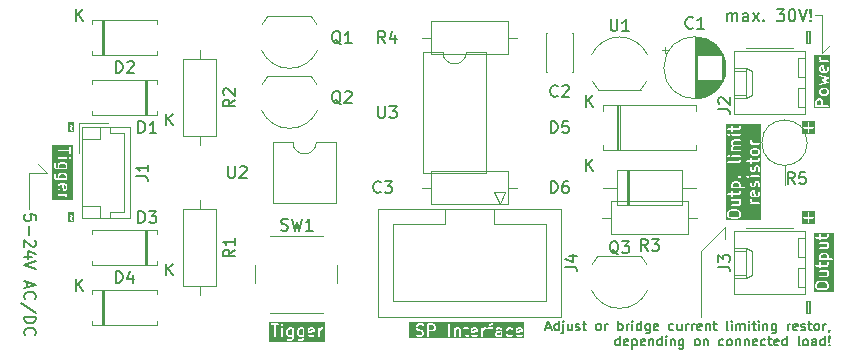
<source format=gbr>
%TF.GenerationSoftware,KiCad,Pcbnew,8.0.7*%
%TF.CreationDate,2025-01-04T15:00:41+01:00*%
%TF.ProjectId,strober_board,7374726f-6265-4725-9f62-6f6172642e6b,rev?*%
%TF.SameCoordinates,Original*%
%TF.FileFunction,Legend,Top*%
%TF.FilePolarity,Positive*%
%FSLAX46Y46*%
G04 Gerber Fmt 4.6, Leading zero omitted, Abs format (unit mm)*
G04 Created by KiCad (PCBNEW 8.0.7) date 2025-01-04 15:00:41*
%MOMM*%
%LPD*%
G01*
G04 APERTURE LIST*
%ADD10C,0.100000*%
%ADD11C,0.150000*%
%ADD12C,0.120000*%
G04 APERTURE END LIST*
D10*
X177165000Y-54610000D02*
X177800000Y-53975000D01*
X176530000Y-51435000D02*
X177165000Y-51435000D01*
X177165000Y-51435000D02*
X177165000Y-54610000D01*
X168910000Y-69342000D02*
X168910000Y-70358000D01*
X109982000Y-64770000D02*
X111506000Y-64770000D01*
X109982000Y-67818000D02*
X109982000Y-64770000D01*
X111506000Y-64770000D02*
X110744000Y-64008000D01*
X166878000Y-71374000D02*
X168910000Y-69342000D01*
X166878000Y-76962000D02*
X166878000Y-71374000D01*
D11*
X153802931Y-77879768D02*
X154183884Y-77879768D01*
X153726741Y-78108340D02*
X153993408Y-77308340D01*
X153993408Y-77308340D02*
X154260074Y-78108340D01*
X154869598Y-78108340D02*
X154869598Y-77308340D01*
X154869598Y-78070245D02*
X154793407Y-78108340D01*
X154793407Y-78108340D02*
X154641026Y-78108340D01*
X154641026Y-78108340D02*
X154564836Y-78070245D01*
X154564836Y-78070245D02*
X154526741Y-78032149D01*
X154526741Y-78032149D02*
X154488645Y-77955959D01*
X154488645Y-77955959D02*
X154488645Y-77727387D01*
X154488645Y-77727387D02*
X154526741Y-77651197D01*
X154526741Y-77651197D02*
X154564836Y-77613102D01*
X154564836Y-77613102D02*
X154641026Y-77575006D01*
X154641026Y-77575006D02*
X154793407Y-77575006D01*
X154793407Y-77575006D02*
X154869598Y-77613102D01*
X155250551Y-77575006D02*
X155250551Y-78260721D01*
X155250551Y-78260721D02*
X155212455Y-78336911D01*
X155212455Y-78336911D02*
X155136265Y-78375006D01*
X155136265Y-78375006D02*
X155098170Y-78375006D01*
X155250551Y-77308340D02*
X155212455Y-77346435D01*
X155212455Y-77346435D02*
X155250551Y-77384530D01*
X155250551Y-77384530D02*
X155288646Y-77346435D01*
X155288646Y-77346435D02*
X155250551Y-77308340D01*
X155250551Y-77308340D02*
X155250551Y-77384530D01*
X155974360Y-77575006D02*
X155974360Y-78108340D01*
X155631503Y-77575006D02*
X155631503Y-77994054D01*
X155631503Y-77994054D02*
X155669598Y-78070245D01*
X155669598Y-78070245D02*
X155745788Y-78108340D01*
X155745788Y-78108340D02*
X155860074Y-78108340D01*
X155860074Y-78108340D02*
X155936265Y-78070245D01*
X155936265Y-78070245D02*
X155974360Y-78032149D01*
X156317217Y-78070245D02*
X156393408Y-78108340D01*
X156393408Y-78108340D02*
X156545789Y-78108340D01*
X156545789Y-78108340D02*
X156621979Y-78070245D01*
X156621979Y-78070245D02*
X156660075Y-77994054D01*
X156660075Y-77994054D02*
X156660075Y-77955959D01*
X156660075Y-77955959D02*
X156621979Y-77879768D01*
X156621979Y-77879768D02*
X156545789Y-77841673D01*
X156545789Y-77841673D02*
X156431503Y-77841673D01*
X156431503Y-77841673D02*
X156355313Y-77803578D01*
X156355313Y-77803578D02*
X156317217Y-77727387D01*
X156317217Y-77727387D02*
X156317217Y-77689292D01*
X156317217Y-77689292D02*
X156355313Y-77613102D01*
X156355313Y-77613102D02*
X156431503Y-77575006D01*
X156431503Y-77575006D02*
X156545789Y-77575006D01*
X156545789Y-77575006D02*
X156621979Y-77613102D01*
X156888646Y-77575006D02*
X157193408Y-77575006D01*
X157002932Y-77308340D02*
X157002932Y-77994054D01*
X157002932Y-77994054D02*
X157041027Y-78070245D01*
X157041027Y-78070245D02*
X157117217Y-78108340D01*
X157117217Y-78108340D02*
X157193408Y-78108340D01*
X158183884Y-78108340D02*
X158107694Y-78070245D01*
X158107694Y-78070245D02*
X158069599Y-78032149D01*
X158069599Y-78032149D02*
X158031503Y-77955959D01*
X158031503Y-77955959D02*
X158031503Y-77727387D01*
X158031503Y-77727387D02*
X158069599Y-77651197D01*
X158069599Y-77651197D02*
X158107694Y-77613102D01*
X158107694Y-77613102D02*
X158183884Y-77575006D01*
X158183884Y-77575006D02*
X158298170Y-77575006D01*
X158298170Y-77575006D02*
X158374361Y-77613102D01*
X158374361Y-77613102D02*
X158412456Y-77651197D01*
X158412456Y-77651197D02*
X158450551Y-77727387D01*
X158450551Y-77727387D02*
X158450551Y-77955959D01*
X158450551Y-77955959D02*
X158412456Y-78032149D01*
X158412456Y-78032149D02*
X158374361Y-78070245D01*
X158374361Y-78070245D02*
X158298170Y-78108340D01*
X158298170Y-78108340D02*
X158183884Y-78108340D01*
X158793409Y-78108340D02*
X158793409Y-77575006D01*
X158793409Y-77727387D02*
X158831504Y-77651197D01*
X158831504Y-77651197D02*
X158869599Y-77613102D01*
X158869599Y-77613102D02*
X158945790Y-77575006D01*
X158945790Y-77575006D02*
X159021980Y-77575006D01*
X159898171Y-78108340D02*
X159898171Y-77308340D01*
X159898171Y-77613102D02*
X159974361Y-77575006D01*
X159974361Y-77575006D02*
X160126742Y-77575006D01*
X160126742Y-77575006D02*
X160202933Y-77613102D01*
X160202933Y-77613102D02*
X160241028Y-77651197D01*
X160241028Y-77651197D02*
X160279123Y-77727387D01*
X160279123Y-77727387D02*
X160279123Y-77955959D01*
X160279123Y-77955959D02*
X160241028Y-78032149D01*
X160241028Y-78032149D02*
X160202933Y-78070245D01*
X160202933Y-78070245D02*
X160126742Y-78108340D01*
X160126742Y-78108340D02*
X159974361Y-78108340D01*
X159974361Y-78108340D02*
X159898171Y-78070245D01*
X160621981Y-78108340D02*
X160621981Y-77575006D01*
X160621981Y-77727387D02*
X160660076Y-77651197D01*
X160660076Y-77651197D02*
X160698171Y-77613102D01*
X160698171Y-77613102D02*
X160774362Y-77575006D01*
X160774362Y-77575006D02*
X160850552Y-77575006D01*
X161117219Y-78108340D02*
X161117219Y-77575006D01*
X161117219Y-77308340D02*
X161079123Y-77346435D01*
X161079123Y-77346435D02*
X161117219Y-77384530D01*
X161117219Y-77384530D02*
X161155314Y-77346435D01*
X161155314Y-77346435D02*
X161117219Y-77308340D01*
X161117219Y-77308340D02*
X161117219Y-77384530D01*
X161841028Y-78108340D02*
X161841028Y-77308340D01*
X161841028Y-78070245D02*
X161764837Y-78108340D01*
X161764837Y-78108340D02*
X161612456Y-78108340D01*
X161612456Y-78108340D02*
X161536266Y-78070245D01*
X161536266Y-78070245D02*
X161498171Y-78032149D01*
X161498171Y-78032149D02*
X161460075Y-77955959D01*
X161460075Y-77955959D02*
X161460075Y-77727387D01*
X161460075Y-77727387D02*
X161498171Y-77651197D01*
X161498171Y-77651197D02*
X161536266Y-77613102D01*
X161536266Y-77613102D02*
X161612456Y-77575006D01*
X161612456Y-77575006D02*
X161764837Y-77575006D01*
X161764837Y-77575006D02*
X161841028Y-77613102D01*
X162564838Y-77575006D02*
X162564838Y-78222625D01*
X162564838Y-78222625D02*
X162526743Y-78298816D01*
X162526743Y-78298816D02*
X162488647Y-78336911D01*
X162488647Y-78336911D02*
X162412457Y-78375006D01*
X162412457Y-78375006D02*
X162298171Y-78375006D01*
X162298171Y-78375006D02*
X162221981Y-78336911D01*
X162564838Y-78070245D02*
X162488647Y-78108340D01*
X162488647Y-78108340D02*
X162336266Y-78108340D01*
X162336266Y-78108340D02*
X162260076Y-78070245D01*
X162260076Y-78070245D02*
X162221981Y-78032149D01*
X162221981Y-78032149D02*
X162183885Y-77955959D01*
X162183885Y-77955959D02*
X162183885Y-77727387D01*
X162183885Y-77727387D02*
X162221981Y-77651197D01*
X162221981Y-77651197D02*
X162260076Y-77613102D01*
X162260076Y-77613102D02*
X162336266Y-77575006D01*
X162336266Y-77575006D02*
X162488647Y-77575006D01*
X162488647Y-77575006D02*
X162564838Y-77613102D01*
X163250553Y-78070245D02*
X163174362Y-78108340D01*
X163174362Y-78108340D02*
X163021981Y-78108340D01*
X163021981Y-78108340D02*
X162945791Y-78070245D01*
X162945791Y-78070245D02*
X162907695Y-77994054D01*
X162907695Y-77994054D02*
X162907695Y-77689292D01*
X162907695Y-77689292D02*
X162945791Y-77613102D01*
X162945791Y-77613102D02*
X163021981Y-77575006D01*
X163021981Y-77575006D02*
X163174362Y-77575006D01*
X163174362Y-77575006D02*
X163250553Y-77613102D01*
X163250553Y-77613102D02*
X163288648Y-77689292D01*
X163288648Y-77689292D02*
X163288648Y-77765483D01*
X163288648Y-77765483D02*
X162907695Y-77841673D01*
X164583886Y-78070245D02*
X164507695Y-78108340D01*
X164507695Y-78108340D02*
X164355314Y-78108340D01*
X164355314Y-78108340D02*
X164279124Y-78070245D01*
X164279124Y-78070245D02*
X164241029Y-78032149D01*
X164241029Y-78032149D02*
X164202933Y-77955959D01*
X164202933Y-77955959D02*
X164202933Y-77727387D01*
X164202933Y-77727387D02*
X164241029Y-77651197D01*
X164241029Y-77651197D02*
X164279124Y-77613102D01*
X164279124Y-77613102D02*
X164355314Y-77575006D01*
X164355314Y-77575006D02*
X164507695Y-77575006D01*
X164507695Y-77575006D02*
X164583886Y-77613102D01*
X165269600Y-77575006D02*
X165269600Y-78108340D01*
X164926743Y-77575006D02*
X164926743Y-77994054D01*
X164926743Y-77994054D02*
X164964838Y-78070245D01*
X164964838Y-78070245D02*
X165041028Y-78108340D01*
X165041028Y-78108340D02*
X165155314Y-78108340D01*
X165155314Y-78108340D02*
X165231505Y-78070245D01*
X165231505Y-78070245D02*
X165269600Y-78032149D01*
X165650553Y-78108340D02*
X165650553Y-77575006D01*
X165650553Y-77727387D02*
X165688648Y-77651197D01*
X165688648Y-77651197D02*
X165726743Y-77613102D01*
X165726743Y-77613102D02*
X165802934Y-77575006D01*
X165802934Y-77575006D02*
X165879124Y-77575006D01*
X166145791Y-78108340D02*
X166145791Y-77575006D01*
X166145791Y-77727387D02*
X166183886Y-77651197D01*
X166183886Y-77651197D02*
X166221981Y-77613102D01*
X166221981Y-77613102D02*
X166298172Y-77575006D01*
X166298172Y-77575006D02*
X166374362Y-77575006D01*
X166945791Y-78070245D02*
X166869600Y-78108340D01*
X166869600Y-78108340D02*
X166717219Y-78108340D01*
X166717219Y-78108340D02*
X166641029Y-78070245D01*
X166641029Y-78070245D02*
X166602933Y-77994054D01*
X166602933Y-77994054D02*
X166602933Y-77689292D01*
X166602933Y-77689292D02*
X166641029Y-77613102D01*
X166641029Y-77613102D02*
X166717219Y-77575006D01*
X166717219Y-77575006D02*
X166869600Y-77575006D01*
X166869600Y-77575006D02*
X166945791Y-77613102D01*
X166945791Y-77613102D02*
X166983886Y-77689292D01*
X166983886Y-77689292D02*
X166983886Y-77765483D01*
X166983886Y-77765483D02*
X166602933Y-77841673D01*
X167326743Y-77575006D02*
X167326743Y-78108340D01*
X167326743Y-77651197D02*
X167364838Y-77613102D01*
X167364838Y-77613102D02*
X167441028Y-77575006D01*
X167441028Y-77575006D02*
X167555314Y-77575006D01*
X167555314Y-77575006D02*
X167631505Y-77613102D01*
X167631505Y-77613102D02*
X167669600Y-77689292D01*
X167669600Y-77689292D02*
X167669600Y-78108340D01*
X167936267Y-77575006D02*
X168241029Y-77575006D01*
X168050553Y-77308340D02*
X168050553Y-77994054D01*
X168050553Y-77994054D02*
X168088648Y-78070245D01*
X168088648Y-78070245D02*
X168164838Y-78108340D01*
X168164838Y-78108340D02*
X168241029Y-78108340D01*
X169231505Y-78108340D02*
X169155315Y-78070245D01*
X169155315Y-78070245D02*
X169117220Y-77994054D01*
X169117220Y-77994054D02*
X169117220Y-77308340D01*
X169536268Y-78108340D02*
X169536268Y-77575006D01*
X169536268Y-77308340D02*
X169498172Y-77346435D01*
X169498172Y-77346435D02*
X169536268Y-77384530D01*
X169536268Y-77384530D02*
X169574363Y-77346435D01*
X169574363Y-77346435D02*
X169536268Y-77308340D01*
X169536268Y-77308340D02*
X169536268Y-77384530D01*
X169917220Y-78108340D02*
X169917220Y-77575006D01*
X169917220Y-77651197D02*
X169955315Y-77613102D01*
X169955315Y-77613102D02*
X170031505Y-77575006D01*
X170031505Y-77575006D02*
X170145791Y-77575006D01*
X170145791Y-77575006D02*
X170221982Y-77613102D01*
X170221982Y-77613102D02*
X170260077Y-77689292D01*
X170260077Y-77689292D02*
X170260077Y-78108340D01*
X170260077Y-77689292D02*
X170298172Y-77613102D01*
X170298172Y-77613102D02*
X170374363Y-77575006D01*
X170374363Y-77575006D02*
X170488648Y-77575006D01*
X170488648Y-77575006D02*
X170564839Y-77613102D01*
X170564839Y-77613102D02*
X170602934Y-77689292D01*
X170602934Y-77689292D02*
X170602934Y-78108340D01*
X170983887Y-78108340D02*
X170983887Y-77575006D01*
X170983887Y-77308340D02*
X170945791Y-77346435D01*
X170945791Y-77346435D02*
X170983887Y-77384530D01*
X170983887Y-77384530D02*
X171021982Y-77346435D01*
X171021982Y-77346435D02*
X170983887Y-77308340D01*
X170983887Y-77308340D02*
X170983887Y-77384530D01*
X171250553Y-77575006D02*
X171555315Y-77575006D01*
X171364839Y-77308340D02*
X171364839Y-77994054D01*
X171364839Y-77994054D02*
X171402934Y-78070245D01*
X171402934Y-78070245D02*
X171479124Y-78108340D01*
X171479124Y-78108340D02*
X171555315Y-78108340D01*
X171821982Y-78108340D02*
X171821982Y-77575006D01*
X171821982Y-77308340D02*
X171783886Y-77346435D01*
X171783886Y-77346435D02*
X171821982Y-77384530D01*
X171821982Y-77384530D02*
X171860077Y-77346435D01*
X171860077Y-77346435D02*
X171821982Y-77308340D01*
X171821982Y-77308340D02*
X171821982Y-77384530D01*
X172202934Y-77575006D02*
X172202934Y-78108340D01*
X172202934Y-77651197D02*
X172241029Y-77613102D01*
X172241029Y-77613102D02*
X172317219Y-77575006D01*
X172317219Y-77575006D02*
X172431505Y-77575006D01*
X172431505Y-77575006D02*
X172507696Y-77613102D01*
X172507696Y-77613102D02*
X172545791Y-77689292D01*
X172545791Y-77689292D02*
X172545791Y-78108340D01*
X173269601Y-77575006D02*
X173269601Y-78222625D01*
X173269601Y-78222625D02*
X173231506Y-78298816D01*
X173231506Y-78298816D02*
X173193410Y-78336911D01*
X173193410Y-78336911D02*
X173117220Y-78375006D01*
X173117220Y-78375006D02*
X173002934Y-78375006D01*
X173002934Y-78375006D02*
X172926744Y-78336911D01*
X173269601Y-78070245D02*
X173193410Y-78108340D01*
X173193410Y-78108340D02*
X173041029Y-78108340D01*
X173041029Y-78108340D02*
X172964839Y-78070245D01*
X172964839Y-78070245D02*
X172926744Y-78032149D01*
X172926744Y-78032149D02*
X172888648Y-77955959D01*
X172888648Y-77955959D02*
X172888648Y-77727387D01*
X172888648Y-77727387D02*
X172926744Y-77651197D01*
X172926744Y-77651197D02*
X172964839Y-77613102D01*
X172964839Y-77613102D02*
X173041029Y-77575006D01*
X173041029Y-77575006D02*
X173193410Y-77575006D01*
X173193410Y-77575006D02*
X173269601Y-77613102D01*
X174260078Y-78108340D02*
X174260078Y-77575006D01*
X174260078Y-77727387D02*
X174298173Y-77651197D01*
X174298173Y-77651197D02*
X174336268Y-77613102D01*
X174336268Y-77613102D02*
X174412459Y-77575006D01*
X174412459Y-77575006D02*
X174488649Y-77575006D01*
X175060078Y-78070245D02*
X174983887Y-78108340D01*
X174983887Y-78108340D02*
X174831506Y-78108340D01*
X174831506Y-78108340D02*
X174755316Y-78070245D01*
X174755316Y-78070245D02*
X174717220Y-77994054D01*
X174717220Y-77994054D02*
X174717220Y-77689292D01*
X174717220Y-77689292D02*
X174755316Y-77613102D01*
X174755316Y-77613102D02*
X174831506Y-77575006D01*
X174831506Y-77575006D02*
X174983887Y-77575006D01*
X174983887Y-77575006D02*
X175060078Y-77613102D01*
X175060078Y-77613102D02*
X175098173Y-77689292D01*
X175098173Y-77689292D02*
X175098173Y-77765483D01*
X175098173Y-77765483D02*
X174717220Y-77841673D01*
X175402934Y-78070245D02*
X175479125Y-78108340D01*
X175479125Y-78108340D02*
X175631506Y-78108340D01*
X175631506Y-78108340D02*
X175707696Y-78070245D01*
X175707696Y-78070245D02*
X175745792Y-77994054D01*
X175745792Y-77994054D02*
X175745792Y-77955959D01*
X175745792Y-77955959D02*
X175707696Y-77879768D01*
X175707696Y-77879768D02*
X175631506Y-77841673D01*
X175631506Y-77841673D02*
X175517220Y-77841673D01*
X175517220Y-77841673D02*
X175441030Y-77803578D01*
X175441030Y-77803578D02*
X175402934Y-77727387D01*
X175402934Y-77727387D02*
X175402934Y-77689292D01*
X175402934Y-77689292D02*
X175441030Y-77613102D01*
X175441030Y-77613102D02*
X175517220Y-77575006D01*
X175517220Y-77575006D02*
X175631506Y-77575006D01*
X175631506Y-77575006D02*
X175707696Y-77613102D01*
X175974363Y-77575006D02*
X176279125Y-77575006D01*
X176088649Y-77308340D02*
X176088649Y-77994054D01*
X176088649Y-77994054D02*
X176126744Y-78070245D01*
X176126744Y-78070245D02*
X176202934Y-78108340D01*
X176202934Y-78108340D02*
X176279125Y-78108340D01*
X176660077Y-78108340D02*
X176583887Y-78070245D01*
X176583887Y-78070245D02*
X176545792Y-78032149D01*
X176545792Y-78032149D02*
X176507696Y-77955959D01*
X176507696Y-77955959D02*
X176507696Y-77727387D01*
X176507696Y-77727387D02*
X176545792Y-77651197D01*
X176545792Y-77651197D02*
X176583887Y-77613102D01*
X176583887Y-77613102D02*
X176660077Y-77575006D01*
X176660077Y-77575006D02*
X176774363Y-77575006D01*
X176774363Y-77575006D02*
X176850554Y-77613102D01*
X176850554Y-77613102D02*
X176888649Y-77651197D01*
X176888649Y-77651197D02*
X176926744Y-77727387D01*
X176926744Y-77727387D02*
X176926744Y-77955959D01*
X176926744Y-77955959D02*
X176888649Y-78032149D01*
X176888649Y-78032149D02*
X176850554Y-78070245D01*
X176850554Y-78070245D02*
X176774363Y-78108340D01*
X176774363Y-78108340D02*
X176660077Y-78108340D01*
X177269602Y-78108340D02*
X177269602Y-77575006D01*
X177269602Y-77727387D02*
X177307697Y-77651197D01*
X177307697Y-77651197D02*
X177345792Y-77613102D01*
X177345792Y-77613102D02*
X177421983Y-77575006D01*
X177421983Y-77575006D02*
X177498173Y-77575006D01*
X177802935Y-78070245D02*
X177802935Y-78108340D01*
X177802935Y-78108340D02*
X177764840Y-78184530D01*
X177764840Y-78184530D02*
X177726744Y-78222625D01*
X160050548Y-79396295D02*
X160050548Y-78596295D01*
X160050548Y-79358200D02*
X159974357Y-79396295D01*
X159974357Y-79396295D02*
X159821976Y-79396295D01*
X159821976Y-79396295D02*
X159745786Y-79358200D01*
X159745786Y-79358200D02*
X159707691Y-79320104D01*
X159707691Y-79320104D02*
X159669595Y-79243914D01*
X159669595Y-79243914D02*
X159669595Y-79015342D01*
X159669595Y-79015342D02*
X159707691Y-78939152D01*
X159707691Y-78939152D02*
X159745786Y-78901057D01*
X159745786Y-78901057D02*
X159821976Y-78862961D01*
X159821976Y-78862961D02*
X159974357Y-78862961D01*
X159974357Y-78862961D02*
X160050548Y-78901057D01*
X160736263Y-79358200D02*
X160660072Y-79396295D01*
X160660072Y-79396295D02*
X160507691Y-79396295D01*
X160507691Y-79396295D02*
X160431501Y-79358200D01*
X160431501Y-79358200D02*
X160393405Y-79282009D01*
X160393405Y-79282009D02*
X160393405Y-78977247D01*
X160393405Y-78977247D02*
X160431501Y-78901057D01*
X160431501Y-78901057D02*
X160507691Y-78862961D01*
X160507691Y-78862961D02*
X160660072Y-78862961D01*
X160660072Y-78862961D02*
X160736263Y-78901057D01*
X160736263Y-78901057D02*
X160774358Y-78977247D01*
X160774358Y-78977247D02*
X160774358Y-79053438D01*
X160774358Y-79053438D02*
X160393405Y-79129628D01*
X161117215Y-78862961D02*
X161117215Y-79662961D01*
X161117215Y-78901057D02*
X161193405Y-78862961D01*
X161193405Y-78862961D02*
X161345786Y-78862961D01*
X161345786Y-78862961D02*
X161421977Y-78901057D01*
X161421977Y-78901057D02*
X161460072Y-78939152D01*
X161460072Y-78939152D02*
X161498167Y-79015342D01*
X161498167Y-79015342D02*
X161498167Y-79243914D01*
X161498167Y-79243914D02*
X161460072Y-79320104D01*
X161460072Y-79320104D02*
X161421977Y-79358200D01*
X161421977Y-79358200D02*
X161345786Y-79396295D01*
X161345786Y-79396295D02*
X161193405Y-79396295D01*
X161193405Y-79396295D02*
X161117215Y-79358200D01*
X162145787Y-79358200D02*
X162069596Y-79396295D01*
X162069596Y-79396295D02*
X161917215Y-79396295D01*
X161917215Y-79396295D02*
X161841025Y-79358200D01*
X161841025Y-79358200D02*
X161802929Y-79282009D01*
X161802929Y-79282009D02*
X161802929Y-78977247D01*
X161802929Y-78977247D02*
X161841025Y-78901057D01*
X161841025Y-78901057D02*
X161917215Y-78862961D01*
X161917215Y-78862961D02*
X162069596Y-78862961D01*
X162069596Y-78862961D02*
X162145787Y-78901057D01*
X162145787Y-78901057D02*
X162183882Y-78977247D01*
X162183882Y-78977247D02*
X162183882Y-79053438D01*
X162183882Y-79053438D02*
X161802929Y-79129628D01*
X162526739Y-78862961D02*
X162526739Y-79396295D01*
X162526739Y-78939152D02*
X162564834Y-78901057D01*
X162564834Y-78901057D02*
X162641024Y-78862961D01*
X162641024Y-78862961D02*
X162755310Y-78862961D01*
X162755310Y-78862961D02*
X162831501Y-78901057D01*
X162831501Y-78901057D02*
X162869596Y-78977247D01*
X162869596Y-78977247D02*
X162869596Y-79396295D01*
X163593406Y-79396295D02*
X163593406Y-78596295D01*
X163593406Y-79358200D02*
X163517215Y-79396295D01*
X163517215Y-79396295D02*
X163364834Y-79396295D01*
X163364834Y-79396295D02*
X163288644Y-79358200D01*
X163288644Y-79358200D02*
X163250549Y-79320104D01*
X163250549Y-79320104D02*
X163212453Y-79243914D01*
X163212453Y-79243914D02*
X163212453Y-79015342D01*
X163212453Y-79015342D02*
X163250549Y-78939152D01*
X163250549Y-78939152D02*
X163288644Y-78901057D01*
X163288644Y-78901057D02*
X163364834Y-78862961D01*
X163364834Y-78862961D02*
X163517215Y-78862961D01*
X163517215Y-78862961D02*
X163593406Y-78901057D01*
X163974359Y-79396295D02*
X163974359Y-78862961D01*
X163974359Y-78596295D02*
X163936263Y-78634390D01*
X163936263Y-78634390D02*
X163974359Y-78672485D01*
X163974359Y-78672485D02*
X164012454Y-78634390D01*
X164012454Y-78634390D02*
X163974359Y-78596295D01*
X163974359Y-78596295D02*
X163974359Y-78672485D01*
X164355311Y-78862961D02*
X164355311Y-79396295D01*
X164355311Y-78939152D02*
X164393406Y-78901057D01*
X164393406Y-78901057D02*
X164469596Y-78862961D01*
X164469596Y-78862961D02*
X164583882Y-78862961D01*
X164583882Y-78862961D02*
X164660073Y-78901057D01*
X164660073Y-78901057D02*
X164698168Y-78977247D01*
X164698168Y-78977247D02*
X164698168Y-79396295D01*
X165421978Y-78862961D02*
X165421978Y-79510580D01*
X165421978Y-79510580D02*
X165383883Y-79586771D01*
X165383883Y-79586771D02*
X165345787Y-79624866D01*
X165345787Y-79624866D02*
X165269597Y-79662961D01*
X165269597Y-79662961D02*
X165155311Y-79662961D01*
X165155311Y-79662961D02*
X165079121Y-79624866D01*
X165421978Y-79358200D02*
X165345787Y-79396295D01*
X165345787Y-79396295D02*
X165193406Y-79396295D01*
X165193406Y-79396295D02*
X165117216Y-79358200D01*
X165117216Y-79358200D02*
X165079121Y-79320104D01*
X165079121Y-79320104D02*
X165041025Y-79243914D01*
X165041025Y-79243914D02*
X165041025Y-79015342D01*
X165041025Y-79015342D02*
X165079121Y-78939152D01*
X165079121Y-78939152D02*
X165117216Y-78901057D01*
X165117216Y-78901057D02*
X165193406Y-78862961D01*
X165193406Y-78862961D02*
X165345787Y-78862961D01*
X165345787Y-78862961D02*
X165421978Y-78901057D01*
X166526740Y-79396295D02*
X166450550Y-79358200D01*
X166450550Y-79358200D02*
X166412455Y-79320104D01*
X166412455Y-79320104D02*
X166374359Y-79243914D01*
X166374359Y-79243914D02*
X166374359Y-79015342D01*
X166374359Y-79015342D02*
X166412455Y-78939152D01*
X166412455Y-78939152D02*
X166450550Y-78901057D01*
X166450550Y-78901057D02*
X166526740Y-78862961D01*
X166526740Y-78862961D02*
X166641026Y-78862961D01*
X166641026Y-78862961D02*
X166717217Y-78901057D01*
X166717217Y-78901057D02*
X166755312Y-78939152D01*
X166755312Y-78939152D02*
X166793407Y-79015342D01*
X166793407Y-79015342D02*
X166793407Y-79243914D01*
X166793407Y-79243914D02*
X166755312Y-79320104D01*
X166755312Y-79320104D02*
X166717217Y-79358200D01*
X166717217Y-79358200D02*
X166641026Y-79396295D01*
X166641026Y-79396295D02*
X166526740Y-79396295D01*
X167136265Y-78862961D02*
X167136265Y-79396295D01*
X167136265Y-78939152D02*
X167174360Y-78901057D01*
X167174360Y-78901057D02*
X167250550Y-78862961D01*
X167250550Y-78862961D02*
X167364836Y-78862961D01*
X167364836Y-78862961D02*
X167441027Y-78901057D01*
X167441027Y-78901057D02*
X167479122Y-78977247D01*
X167479122Y-78977247D02*
X167479122Y-79396295D01*
X168812456Y-79358200D02*
X168736265Y-79396295D01*
X168736265Y-79396295D02*
X168583884Y-79396295D01*
X168583884Y-79396295D02*
X168507694Y-79358200D01*
X168507694Y-79358200D02*
X168469599Y-79320104D01*
X168469599Y-79320104D02*
X168431503Y-79243914D01*
X168431503Y-79243914D02*
X168431503Y-79015342D01*
X168431503Y-79015342D02*
X168469599Y-78939152D01*
X168469599Y-78939152D02*
X168507694Y-78901057D01*
X168507694Y-78901057D02*
X168583884Y-78862961D01*
X168583884Y-78862961D02*
X168736265Y-78862961D01*
X168736265Y-78862961D02*
X168812456Y-78901057D01*
X169269598Y-79396295D02*
X169193408Y-79358200D01*
X169193408Y-79358200D02*
X169155313Y-79320104D01*
X169155313Y-79320104D02*
X169117217Y-79243914D01*
X169117217Y-79243914D02*
X169117217Y-79015342D01*
X169117217Y-79015342D02*
X169155313Y-78939152D01*
X169155313Y-78939152D02*
X169193408Y-78901057D01*
X169193408Y-78901057D02*
X169269598Y-78862961D01*
X169269598Y-78862961D02*
X169383884Y-78862961D01*
X169383884Y-78862961D02*
X169460075Y-78901057D01*
X169460075Y-78901057D02*
X169498170Y-78939152D01*
X169498170Y-78939152D02*
X169536265Y-79015342D01*
X169536265Y-79015342D02*
X169536265Y-79243914D01*
X169536265Y-79243914D02*
X169498170Y-79320104D01*
X169498170Y-79320104D02*
X169460075Y-79358200D01*
X169460075Y-79358200D02*
X169383884Y-79396295D01*
X169383884Y-79396295D02*
X169269598Y-79396295D01*
X169879123Y-78862961D02*
X169879123Y-79396295D01*
X169879123Y-78939152D02*
X169917218Y-78901057D01*
X169917218Y-78901057D02*
X169993408Y-78862961D01*
X169993408Y-78862961D02*
X170107694Y-78862961D01*
X170107694Y-78862961D02*
X170183885Y-78901057D01*
X170183885Y-78901057D02*
X170221980Y-78977247D01*
X170221980Y-78977247D02*
X170221980Y-79396295D01*
X170602933Y-78862961D02*
X170602933Y-79396295D01*
X170602933Y-78939152D02*
X170641028Y-78901057D01*
X170641028Y-78901057D02*
X170717218Y-78862961D01*
X170717218Y-78862961D02*
X170831504Y-78862961D01*
X170831504Y-78862961D02*
X170907695Y-78901057D01*
X170907695Y-78901057D02*
X170945790Y-78977247D01*
X170945790Y-78977247D02*
X170945790Y-79396295D01*
X171631505Y-79358200D02*
X171555314Y-79396295D01*
X171555314Y-79396295D02*
X171402933Y-79396295D01*
X171402933Y-79396295D02*
X171326743Y-79358200D01*
X171326743Y-79358200D02*
X171288647Y-79282009D01*
X171288647Y-79282009D02*
X171288647Y-78977247D01*
X171288647Y-78977247D02*
X171326743Y-78901057D01*
X171326743Y-78901057D02*
X171402933Y-78862961D01*
X171402933Y-78862961D02*
X171555314Y-78862961D01*
X171555314Y-78862961D02*
X171631505Y-78901057D01*
X171631505Y-78901057D02*
X171669600Y-78977247D01*
X171669600Y-78977247D02*
X171669600Y-79053438D01*
X171669600Y-79053438D02*
X171288647Y-79129628D01*
X172355314Y-79358200D02*
X172279123Y-79396295D01*
X172279123Y-79396295D02*
X172126742Y-79396295D01*
X172126742Y-79396295D02*
X172050552Y-79358200D01*
X172050552Y-79358200D02*
X172012457Y-79320104D01*
X172012457Y-79320104D02*
X171974361Y-79243914D01*
X171974361Y-79243914D02*
X171974361Y-79015342D01*
X171974361Y-79015342D02*
X172012457Y-78939152D01*
X172012457Y-78939152D02*
X172050552Y-78901057D01*
X172050552Y-78901057D02*
X172126742Y-78862961D01*
X172126742Y-78862961D02*
X172279123Y-78862961D01*
X172279123Y-78862961D02*
X172355314Y-78901057D01*
X172583885Y-78862961D02*
X172888647Y-78862961D01*
X172698171Y-78596295D02*
X172698171Y-79282009D01*
X172698171Y-79282009D02*
X172736266Y-79358200D01*
X172736266Y-79358200D02*
X172812456Y-79396295D01*
X172812456Y-79396295D02*
X172888647Y-79396295D01*
X173460076Y-79358200D02*
X173383885Y-79396295D01*
X173383885Y-79396295D02*
X173231504Y-79396295D01*
X173231504Y-79396295D02*
X173155314Y-79358200D01*
X173155314Y-79358200D02*
X173117218Y-79282009D01*
X173117218Y-79282009D02*
X173117218Y-78977247D01*
X173117218Y-78977247D02*
X173155314Y-78901057D01*
X173155314Y-78901057D02*
X173231504Y-78862961D01*
X173231504Y-78862961D02*
X173383885Y-78862961D01*
X173383885Y-78862961D02*
X173460076Y-78901057D01*
X173460076Y-78901057D02*
X173498171Y-78977247D01*
X173498171Y-78977247D02*
X173498171Y-79053438D01*
X173498171Y-79053438D02*
X173117218Y-79129628D01*
X174183885Y-79396295D02*
X174183885Y-78596295D01*
X174183885Y-79358200D02*
X174107694Y-79396295D01*
X174107694Y-79396295D02*
X173955313Y-79396295D01*
X173955313Y-79396295D02*
X173879123Y-79358200D01*
X173879123Y-79358200D02*
X173841028Y-79320104D01*
X173841028Y-79320104D02*
X173802932Y-79243914D01*
X173802932Y-79243914D02*
X173802932Y-79015342D01*
X173802932Y-79015342D02*
X173841028Y-78939152D01*
X173841028Y-78939152D02*
X173879123Y-78901057D01*
X173879123Y-78901057D02*
X173955313Y-78862961D01*
X173955313Y-78862961D02*
X174107694Y-78862961D01*
X174107694Y-78862961D02*
X174183885Y-78901057D01*
X175288647Y-79396295D02*
X175212457Y-79358200D01*
X175212457Y-79358200D02*
X175174362Y-79282009D01*
X175174362Y-79282009D02*
X175174362Y-78596295D01*
X175707695Y-79396295D02*
X175631505Y-79358200D01*
X175631505Y-79358200D02*
X175593410Y-79320104D01*
X175593410Y-79320104D02*
X175555314Y-79243914D01*
X175555314Y-79243914D02*
X175555314Y-79015342D01*
X175555314Y-79015342D02*
X175593410Y-78939152D01*
X175593410Y-78939152D02*
X175631505Y-78901057D01*
X175631505Y-78901057D02*
X175707695Y-78862961D01*
X175707695Y-78862961D02*
X175821981Y-78862961D01*
X175821981Y-78862961D02*
X175898172Y-78901057D01*
X175898172Y-78901057D02*
X175936267Y-78939152D01*
X175936267Y-78939152D02*
X175974362Y-79015342D01*
X175974362Y-79015342D02*
X175974362Y-79243914D01*
X175974362Y-79243914D02*
X175936267Y-79320104D01*
X175936267Y-79320104D02*
X175898172Y-79358200D01*
X175898172Y-79358200D02*
X175821981Y-79396295D01*
X175821981Y-79396295D02*
X175707695Y-79396295D01*
X176660077Y-79396295D02*
X176660077Y-78977247D01*
X176660077Y-78977247D02*
X176621982Y-78901057D01*
X176621982Y-78901057D02*
X176545791Y-78862961D01*
X176545791Y-78862961D02*
X176393410Y-78862961D01*
X176393410Y-78862961D02*
X176317220Y-78901057D01*
X176660077Y-79358200D02*
X176583886Y-79396295D01*
X176583886Y-79396295D02*
X176393410Y-79396295D01*
X176393410Y-79396295D02*
X176317220Y-79358200D01*
X176317220Y-79358200D02*
X176279124Y-79282009D01*
X176279124Y-79282009D02*
X176279124Y-79205819D01*
X176279124Y-79205819D02*
X176317220Y-79129628D01*
X176317220Y-79129628D02*
X176393410Y-79091533D01*
X176393410Y-79091533D02*
X176583886Y-79091533D01*
X176583886Y-79091533D02*
X176660077Y-79053438D01*
X177383887Y-79396295D02*
X177383887Y-78596295D01*
X177383887Y-79358200D02*
X177307696Y-79396295D01*
X177307696Y-79396295D02*
X177155315Y-79396295D01*
X177155315Y-79396295D02*
X177079125Y-79358200D01*
X177079125Y-79358200D02*
X177041030Y-79320104D01*
X177041030Y-79320104D02*
X177002934Y-79243914D01*
X177002934Y-79243914D02*
X177002934Y-79015342D01*
X177002934Y-79015342D02*
X177041030Y-78939152D01*
X177041030Y-78939152D02*
X177079125Y-78901057D01*
X177079125Y-78901057D02*
X177155315Y-78862961D01*
X177155315Y-78862961D02*
X177307696Y-78862961D01*
X177307696Y-78862961D02*
X177383887Y-78901057D01*
X177764840Y-79320104D02*
X177802935Y-79358200D01*
X177802935Y-79358200D02*
X177764840Y-79396295D01*
X177764840Y-79396295D02*
X177726744Y-79358200D01*
X177726744Y-79358200D02*
X177764840Y-79320104D01*
X177764840Y-79320104D02*
X177764840Y-79396295D01*
X177764840Y-79091533D02*
X177726744Y-78634390D01*
X177726744Y-78634390D02*
X177764840Y-78596295D01*
X177764840Y-78596295D02*
X177802935Y-78634390D01*
X177802935Y-78634390D02*
X177764840Y-79091533D01*
X177764840Y-79091533D02*
X177764840Y-78596295D01*
G36*
X113088326Y-65849710D02*
G01*
X113116847Y-65906752D01*
X113116847Y-66061818D01*
X113088326Y-66118859D01*
X113031285Y-66147380D01*
X113015237Y-66147380D01*
X112950000Y-65821190D01*
X113031285Y-65821190D01*
X113088326Y-65849710D01*
G37*
G36*
X113052182Y-64950686D02*
G01*
X113082589Y-64981093D01*
X113116847Y-65049609D01*
X113116847Y-65204675D01*
X113097876Y-65242618D01*
X112619152Y-65242618D01*
X112600180Y-65204673D01*
X112600180Y-65049610D01*
X112634438Y-64981093D01*
X112664846Y-64950686D01*
X112733362Y-64916428D01*
X112983666Y-64916428D01*
X113052182Y-64950686D01*
G37*
G36*
X113052182Y-64045924D02*
G01*
X113082589Y-64076331D01*
X113116847Y-64144847D01*
X113116847Y-64299913D01*
X113097876Y-64337856D01*
X112619152Y-64337856D01*
X112600180Y-64299911D01*
X112600180Y-64144848D01*
X112634438Y-64076331D01*
X112664846Y-64045924D01*
X112733362Y-64011666D01*
X112983666Y-64011666D01*
X113052182Y-64045924D01*
G37*
G36*
X113711291Y-67121336D02*
G01*
X112005736Y-67121336D01*
X112005736Y-66636320D01*
X112451621Y-66636320D01*
X112451621Y-66665584D01*
X112462820Y-66692620D01*
X112483512Y-66713312D01*
X112510548Y-66724511D01*
X112525180Y-66725952D01*
X112983666Y-66725952D01*
X113052182Y-66760210D01*
X113082589Y-66790617D01*
X113116847Y-66859133D01*
X113116847Y-66936666D01*
X113118288Y-66951298D01*
X113129487Y-66978334D01*
X113150179Y-66999026D01*
X113177215Y-67010225D01*
X113206479Y-67010225D01*
X113233515Y-66999026D01*
X113254207Y-66978334D01*
X113265406Y-66951298D01*
X113266847Y-66936666D01*
X113266847Y-66841428D01*
X113265406Y-66826796D01*
X113264375Y-66824307D01*
X113264184Y-66821618D01*
X113258929Y-66807887D01*
X113215394Y-66720817D01*
X113233515Y-66713312D01*
X113254207Y-66692620D01*
X113265406Y-66665584D01*
X113265406Y-66636320D01*
X113254207Y-66609284D01*
X113233515Y-66588592D01*
X113206479Y-66577393D01*
X113191847Y-66575952D01*
X112525180Y-66575952D01*
X112510548Y-66577393D01*
X112483512Y-66588592D01*
X112462820Y-66609284D01*
X112451621Y-66636320D01*
X112005736Y-66636320D01*
X112005736Y-65889047D01*
X112450180Y-65889047D01*
X112450180Y-66079523D01*
X112451621Y-66094155D01*
X112452651Y-66096643D01*
X112452843Y-66099333D01*
X112458098Y-66113065D01*
X112505718Y-66208303D01*
X112513551Y-66220746D01*
X112535659Y-66239919D01*
X112563420Y-66249172D01*
X112592610Y-66247098D01*
X112618784Y-66234010D01*
X112637958Y-66211903D01*
X112647211Y-66184141D01*
X112645137Y-66154951D01*
X112639882Y-66141220D01*
X112600180Y-66061816D01*
X112600180Y-65906753D01*
X112628701Y-65849710D01*
X112685743Y-65821190D01*
X112797028Y-65821190D01*
X112880208Y-66237088D01*
X112884491Y-66251154D01*
X112888579Y-66257259D01*
X112891392Y-66264048D01*
X112896644Y-66269300D01*
X112900775Y-66275468D01*
X112906886Y-66279542D01*
X112912084Y-66284740D01*
X112918947Y-66287583D01*
X112925123Y-66291700D01*
X112932328Y-66293125D01*
X112939120Y-66295939D01*
X112953752Y-66297380D01*
X112953830Y-66297380D01*
X113048990Y-66297380D01*
X113063622Y-66295939D01*
X113066111Y-66294907D01*
X113068799Y-66294717D01*
X113082531Y-66289462D01*
X113177769Y-66241843D01*
X113180216Y-66240302D01*
X113181370Y-66239918D01*
X113182806Y-66238672D01*
X113190212Y-66234011D01*
X113196373Y-66226906D01*
X113203478Y-66220745D01*
X113208139Y-66213339D01*
X113209385Y-66211903D01*
X113209769Y-66210749D01*
X113211310Y-66208302D01*
X113258929Y-66113064D01*
X113264184Y-66099333D01*
X113264375Y-66096643D01*
X113265406Y-66094155D01*
X113266847Y-66079523D01*
X113266847Y-65889047D01*
X113265406Y-65874415D01*
X113264375Y-65871926D01*
X113264184Y-65869237D01*
X113258929Y-65855506D01*
X113211310Y-65760268D01*
X113209769Y-65757820D01*
X113209385Y-65756667D01*
X113208139Y-65755230D01*
X113203478Y-65747825D01*
X113196373Y-65741663D01*
X113190212Y-65734559D01*
X113182806Y-65729897D01*
X113181370Y-65728652D01*
X113180216Y-65728267D01*
X113177769Y-65726727D01*
X113082531Y-65679108D01*
X113068799Y-65673853D01*
X113066111Y-65673662D01*
X113063622Y-65672631D01*
X113048990Y-65671190D01*
X112668038Y-65671190D01*
X112653406Y-65672631D01*
X112650917Y-65673661D01*
X112648228Y-65673853D01*
X112634497Y-65679108D01*
X112539259Y-65726727D01*
X112536813Y-65728266D01*
X112535659Y-65728651D01*
X112534221Y-65729898D01*
X112526816Y-65734559D01*
X112520655Y-65741663D01*
X112513551Y-65747824D01*
X112508887Y-65755231D01*
X112507643Y-65756667D01*
X112507258Y-65757819D01*
X112505718Y-65760267D01*
X112458098Y-65855505D01*
X112452843Y-65869237D01*
X112452651Y-65871926D01*
X112451621Y-65874415D01*
X112450180Y-65889047D01*
X112005736Y-65889047D01*
X112005736Y-64984285D01*
X112116847Y-64984285D01*
X112116847Y-65127142D01*
X112118288Y-65141774D01*
X112119319Y-65144263D01*
X112119510Y-65146951D01*
X112124765Y-65160683D01*
X112172384Y-65255921D01*
X112176348Y-65262220D01*
X112177106Y-65264048D01*
X112178794Y-65266104D01*
X112180216Y-65268364D01*
X112181714Y-65269663D01*
X112186433Y-65275413D01*
X112234052Y-65323032D01*
X112239801Y-65327750D01*
X112241101Y-65329249D01*
X112243360Y-65330670D01*
X112245417Y-65332359D01*
X112247244Y-65333116D01*
X112253544Y-65337081D01*
X112348782Y-65384700D01*
X112362513Y-65389955D01*
X112365202Y-65390146D01*
X112367691Y-65391177D01*
X112382323Y-65392618D01*
X113191847Y-65392618D01*
X113206479Y-65391177D01*
X113233515Y-65379978D01*
X113254207Y-65359286D01*
X113265406Y-65332250D01*
X113265406Y-65302986D01*
X113254207Y-65275950D01*
X113250678Y-65272421D01*
X113258929Y-65255921D01*
X113264184Y-65242190D01*
X113264375Y-65239500D01*
X113265406Y-65237012D01*
X113266847Y-65222380D01*
X113266847Y-65031904D01*
X113265406Y-65017272D01*
X113264375Y-65014783D01*
X113264184Y-65012094D01*
X113258929Y-64998363D01*
X113211310Y-64903125D01*
X113207345Y-64896825D01*
X113206588Y-64894998D01*
X113204899Y-64892941D01*
X113203478Y-64890682D01*
X113201979Y-64889382D01*
X113197261Y-64883633D01*
X113149642Y-64836014D01*
X113143892Y-64831295D01*
X113142593Y-64829797D01*
X113140333Y-64828375D01*
X113138277Y-64826687D01*
X113136449Y-64825929D01*
X113130150Y-64821965D01*
X113034912Y-64774346D01*
X113021180Y-64769091D01*
X113018492Y-64768900D01*
X113016003Y-64767869D01*
X113001371Y-64766428D01*
X112715657Y-64766428D01*
X112701025Y-64767869D01*
X112698536Y-64768899D01*
X112695847Y-64769091D01*
X112682116Y-64774346D01*
X112586878Y-64821965D01*
X112580578Y-64825929D01*
X112578751Y-64826687D01*
X112576694Y-64828375D01*
X112574435Y-64829797D01*
X112573135Y-64831295D01*
X112567386Y-64836014D01*
X112519767Y-64883633D01*
X112515049Y-64889381D01*
X112513551Y-64890681D01*
X112512128Y-64892940D01*
X112510440Y-64894998D01*
X112509683Y-64896825D01*
X112505718Y-64903124D01*
X112458098Y-64998362D01*
X112452843Y-65012094D01*
X112452651Y-65014783D01*
X112451621Y-65017272D01*
X112450180Y-65031904D01*
X112450180Y-65222380D01*
X112451621Y-65237012D01*
X112452651Y-65239500D01*
X112452843Y-65242190D01*
X112453007Y-65242618D01*
X112400028Y-65242618D01*
X112331512Y-65208360D01*
X112301105Y-65177953D01*
X112266847Y-65109437D01*
X112266847Y-65001990D01*
X112306548Y-64922588D01*
X112311803Y-64908857D01*
X112313877Y-64879667D01*
X112304623Y-64851905D01*
X112285450Y-64829798D01*
X112259275Y-64816710D01*
X112230085Y-64814636D01*
X112202324Y-64823890D01*
X112180216Y-64843063D01*
X112172384Y-64855506D01*
X112124765Y-64950744D01*
X112119510Y-64964476D01*
X112119319Y-64967163D01*
X112118288Y-64969653D01*
X112116847Y-64984285D01*
X112005736Y-64984285D01*
X112005736Y-64079523D01*
X112116847Y-64079523D01*
X112116847Y-64222380D01*
X112118288Y-64237012D01*
X112119319Y-64239501D01*
X112119510Y-64242189D01*
X112124765Y-64255921D01*
X112172384Y-64351159D01*
X112176348Y-64357458D01*
X112177106Y-64359286D01*
X112178794Y-64361342D01*
X112180216Y-64363602D01*
X112181714Y-64364901D01*
X112186433Y-64370651D01*
X112234052Y-64418270D01*
X112239801Y-64422988D01*
X112241101Y-64424487D01*
X112243360Y-64425908D01*
X112245417Y-64427597D01*
X112247244Y-64428354D01*
X112253544Y-64432319D01*
X112348782Y-64479938D01*
X112362513Y-64485193D01*
X112365202Y-64485384D01*
X112367691Y-64486415D01*
X112382323Y-64487856D01*
X113191847Y-64487856D01*
X113206479Y-64486415D01*
X113233515Y-64475216D01*
X113254207Y-64454524D01*
X113265406Y-64427488D01*
X113265406Y-64398224D01*
X113254207Y-64371188D01*
X113250678Y-64367659D01*
X113258929Y-64351159D01*
X113264184Y-64337428D01*
X113264375Y-64334738D01*
X113265406Y-64332250D01*
X113266847Y-64317618D01*
X113266847Y-64127142D01*
X113265406Y-64112510D01*
X113264375Y-64110021D01*
X113264184Y-64107332D01*
X113258929Y-64093601D01*
X113211310Y-63998363D01*
X113207345Y-63992063D01*
X113206588Y-63990236D01*
X113204899Y-63988179D01*
X113203478Y-63985920D01*
X113201979Y-63984620D01*
X113197261Y-63978871D01*
X113149642Y-63931252D01*
X113143892Y-63926533D01*
X113142593Y-63925035D01*
X113140333Y-63923613D01*
X113138277Y-63921925D01*
X113136449Y-63921167D01*
X113130150Y-63917203D01*
X113034912Y-63869584D01*
X113021180Y-63864329D01*
X113018492Y-63864138D01*
X113016003Y-63863107D01*
X113001371Y-63861666D01*
X112715657Y-63861666D01*
X112701025Y-63863107D01*
X112698536Y-63864137D01*
X112695847Y-63864329D01*
X112682116Y-63869584D01*
X112586878Y-63917203D01*
X112580578Y-63921167D01*
X112578751Y-63921925D01*
X112576694Y-63923613D01*
X112574435Y-63925035D01*
X112573135Y-63926533D01*
X112567386Y-63931252D01*
X112519767Y-63978871D01*
X112515049Y-63984619D01*
X112513551Y-63985919D01*
X112512128Y-63988178D01*
X112510440Y-63990236D01*
X112509683Y-63992063D01*
X112505718Y-63998362D01*
X112458098Y-64093600D01*
X112452843Y-64107332D01*
X112452651Y-64110021D01*
X112451621Y-64112510D01*
X112450180Y-64127142D01*
X112450180Y-64317618D01*
X112451621Y-64332250D01*
X112452651Y-64334738D01*
X112452843Y-64337428D01*
X112453007Y-64337856D01*
X112400028Y-64337856D01*
X112331512Y-64303598D01*
X112301105Y-64273191D01*
X112266847Y-64204675D01*
X112266847Y-64097228D01*
X112306548Y-64017826D01*
X112311803Y-64004095D01*
X112313877Y-63974905D01*
X112304623Y-63947143D01*
X112285450Y-63925036D01*
X112259275Y-63911948D01*
X112230085Y-63909874D01*
X112202324Y-63919128D01*
X112180216Y-63938301D01*
X112172384Y-63950744D01*
X112124765Y-64045982D01*
X112119510Y-64059714D01*
X112119319Y-64062401D01*
X112118288Y-64064891D01*
X112116847Y-64079523D01*
X112005736Y-64079523D01*
X112005736Y-63493463D01*
X112451621Y-63493463D01*
X112451621Y-63522727D01*
X112462820Y-63549763D01*
X112483512Y-63570455D01*
X112510548Y-63581654D01*
X112525180Y-63583095D01*
X113191847Y-63583095D01*
X113206479Y-63581654D01*
X113233515Y-63570455D01*
X113254207Y-63549763D01*
X113265406Y-63522727D01*
X113265406Y-63493464D01*
X113356383Y-63493464D01*
X113356383Y-63522726D01*
X113367582Y-63549763D01*
X113376909Y-63561128D01*
X113424528Y-63608747D01*
X113435893Y-63618074D01*
X113462929Y-63629273D01*
X113462930Y-63629273D01*
X113492192Y-63629273D01*
X113519229Y-63618074D01*
X113530594Y-63608747D01*
X113578213Y-63561128D01*
X113587540Y-63549763D01*
X113598739Y-63522727D01*
X113598739Y-63493464D01*
X113591136Y-63475108D01*
X113587540Y-63466427D01*
X113578213Y-63455062D01*
X113530594Y-63407443D01*
X113519229Y-63398116D01*
X113492192Y-63386917D01*
X113462929Y-63386917D01*
X113435893Y-63398116D01*
X113424528Y-63407443D01*
X113376909Y-63455062D01*
X113367582Y-63466427D01*
X113356383Y-63493464D01*
X113265406Y-63493464D01*
X113265406Y-63493463D01*
X113254207Y-63466427D01*
X113233515Y-63445735D01*
X113206479Y-63434536D01*
X113191847Y-63433095D01*
X112525180Y-63433095D01*
X112510548Y-63434536D01*
X112483512Y-63445735D01*
X112462820Y-63466427D01*
X112451621Y-63493463D01*
X112005736Y-63493463D01*
X112005736Y-62874415D01*
X112451621Y-62874415D01*
X112451621Y-62903679D01*
X112462820Y-62930715D01*
X112483512Y-62951407D01*
X112510548Y-62962606D01*
X112525180Y-62964047D01*
X113450180Y-62964047D01*
X113450180Y-63174761D01*
X113451621Y-63189393D01*
X113462820Y-63216429D01*
X113483512Y-63237121D01*
X113510548Y-63248320D01*
X113539812Y-63248320D01*
X113566848Y-63237121D01*
X113587540Y-63216429D01*
X113598739Y-63189393D01*
X113600180Y-63174761D01*
X113600180Y-62603333D01*
X113598739Y-62588701D01*
X113587540Y-62561665D01*
X113566848Y-62540973D01*
X113539812Y-62529774D01*
X113510548Y-62529774D01*
X113483512Y-62540973D01*
X113462820Y-62561665D01*
X113451621Y-62588701D01*
X113450180Y-62603333D01*
X113450180Y-62814047D01*
X112525180Y-62814047D01*
X112510548Y-62815488D01*
X112483512Y-62826687D01*
X112462820Y-62847379D01*
X112451621Y-62874415D01*
X112005736Y-62874415D01*
X112005736Y-62418663D01*
X113711291Y-62418663D01*
X113711291Y-67121336D01*
G37*
G36*
X176204977Y-76765621D02*
G01*
X175832755Y-76765621D01*
X175832755Y-75819047D01*
X175943866Y-75819047D01*
X175943866Y-76580951D01*
X175945307Y-76595583D01*
X175956506Y-76622619D01*
X175977198Y-76643311D01*
X176004234Y-76654510D01*
X176033498Y-76654510D01*
X176060534Y-76643311D01*
X176081226Y-76622619D01*
X176092425Y-76595583D01*
X176093866Y-76580951D01*
X176093866Y-75819047D01*
X176092425Y-75804415D01*
X176081226Y-75777379D01*
X176060534Y-75756687D01*
X176033498Y-75745488D01*
X176004234Y-75745488D01*
X175977198Y-75756687D01*
X175956506Y-75777379D01*
X175945307Y-75804415D01*
X175943866Y-75819047D01*
X175832755Y-75819047D01*
X175832755Y-75634377D01*
X176204977Y-75634377D01*
X176204977Y-76765621D01*
G37*
G36*
X177488617Y-74100579D02*
G01*
X177560561Y-74172522D01*
X177594819Y-74241038D01*
X177594819Y-74396104D01*
X177560561Y-74464619D01*
X177488617Y-74536562D01*
X177327251Y-74576904D01*
X177012386Y-74576904D01*
X176851019Y-74536562D01*
X176779077Y-74464620D01*
X176744819Y-74396104D01*
X176744819Y-74241038D01*
X176779077Y-74172522D01*
X176851019Y-74100579D01*
X177012386Y-74060238D01*
X177327251Y-74060238D01*
X177488617Y-74100579D01*
G37*
G36*
X177530153Y-71713543D02*
G01*
X177560561Y-71743950D01*
X177594819Y-71812466D01*
X177594819Y-71967532D01*
X177575848Y-72005475D01*
X177097123Y-72005475D01*
X177078152Y-71967532D01*
X177078152Y-71812466D01*
X177112410Y-71743950D01*
X177142817Y-71713543D01*
X177211333Y-71679285D01*
X177461637Y-71679285D01*
X177530153Y-71713543D01*
G37*
G36*
X178187822Y-74838015D02*
G01*
X176483708Y-74838015D01*
X176483708Y-74223333D01*
X176594819Y-74223333D01*
X176594819Y-74413809D01*
X176596260Y-74428441D01*
X176597291Y-74430930D01*
X176597482Y-74433618D01*
X176602737Y-74447350D01*
X176650356Y-74542588D01*
X176654320Y-74548887D01*
X176655078Y-74550715D01*
X176656766Y-74552771D01*
X176658188Y-74555031D01*
X176659686Y-74556330D01*
X176664405Y-74562080D01*
X176759643Y-74657318D01*
X176771008Y-74666646D01*
X176776161Y-74668780D01*
X176780640Y-74672099D01*
X176794486Y-74677046D01*
X176984962Y-74724665D01*
X176987498Y-74725040D01*
X176988520Y-74725463D01*
X176994032Y-74726005D01*
X176999506Y-74726815D01*
X177000598Y-74726652D01*
X177003152Y-74726904D01*
X177336485Y-74726904D01*
X177339038Y-74726652D01*
X177340131Y-74726815D01*
X177345604Y-74726005D01*
X177351117Y-74725463D01*
X177352138Y-74725040D01*
X177354675Y-74724665D01*
X177545151Y-74677046D01*
X177558997Y-74672099D01*
X177563476Y-74668779D01*
X177568628Y-74666646D01*
X177579994Y-74657318D01*
X177675233Y-74562080D01*
X177679953Y-74556329D01*
X177681450Y-74555031D01*
X177682869Y-74552776D01*
X177684561Y-74550715D01*
X177685319Y-74548882D01*
X177689282Y-74542588D01*
X177736901Y-74447350D01*
X177742156Y-74433619D01*
X177742347Y-74430929D01*
X177743378Y-74428441D01*
X177744819Y-74413809D01*
X177744819Y-74223333D01*
X177743378Y-74208701D01*
X177742347Y-74206212D01*
X177742156Y-74203523D01*
X177736901Y-74189792D01*
X177689282Y-74094554D01*
X177685319Y-74088259D01*
X177684561Y-74086427D01*
X177682869Y-74084365D01*
X177681450Y-74082111D01*
X177679953Y-74080812D01*
X177675233Y-74075062D01*
X177579994Y-73979824D01*
X177568628Y-73970496D01*
X177563476Y-73968362D01*
X177558997Y-73965043D01*
X177545151Y-73960096D01*
X177354675Y-73912477D01*
X177352138Y-73912101D01*
X177351117Y-73911679D01*
X177345604Y-73911136D01*
X177340131Y-73910327D01*
X177339038Y-73910489D01*
X177336485Y-73910238D01*
X177003152Y-73910238D01*
X177000598Y-73910489D01*
X176999506Y-73910327D01*
X176994032Y-73911136D01*
X176988520Y-73911679D01*
X176987498Y-73912101D01*
X176984962Y-73912477D01*
X176794486Y-73960096D01*
X176780640Y-73965043D01*
X176776161Y-73968361D01*
X176771008Y-73970496D01*
X176759643Y-73979824D01*
X176664405Y-74075062D01*
X176659686Y-74080811D01*
X176658188Y-74082111D01*
X176656766Y-74084370D01*
X176655078Y-74086427D01*
X176654320Y-74088254D01*
X176650356Y-74094554D01*
X176602737Y-74189792D01*
X176597482Y-74203524D01*
X176597291Y-74206211D01*
X176596260Y-74208701D01*
X176594819Y-74223333D01*
X176483708Y-74223333D01*
X176483708Y-73113463D01*
X176929593Y-73113463D01*
X176929593Y-73142727D01*
X176940792Y-73169763D01*
X176961484Y-73190455D01*
X176988520Y-73201654D01*
X177003152Y-73203095D01*
X177543514Y-73203095D01*
X177560561Y-73220141D01*
X177594819Y-73288657D01*
X177594819Y-73396104D01*
X177566298Y-73453145D01*
X177509256Y-73481666D01*
X177003152Y-73481666D01*
X176988520Y-73483107D01*
X176961484Y-73494306D01*
X176940792Y-73514998D01*
X176929593Y-73542034D01*
X176929593Y-73571298D01*
X176940792Y-73598334D01*
X176961484Y-73619026D01*
X176988520Y-73630225D01*
X177003152Y-73631666D01*
X177526961Y-73631666D01*
X177541593Y-73630225D01*
X177544082Y-73629193D01*
X177546770Y-73629003D01*
X177560502Y-73623748D01*
X177655741Y-73576129D01*
X177658187Y-73574588D01*
X177659342Y-73574204D01*
X177660779Y-73572957D01*
X177668183Y-73568297D01*
X177674342Y-73561194D01*
X177681450Y-73555031D01*
X177686111Y-73547625D01*
X177687357Y-73546189D01*
X177687741Y-73545035D01*
X177689282Y-73542588D01*
X177736901Y-73447350D01*
X177742156Y-73433619D01*
X177742347Y-73430929D01*
X177743378Y-73428441D01*
X177744819Y-73413809D01*
X177744819Y-73270952D01*
X177743378Y-73256320D01*
X177742347Y-73253831D01*
X177742156Y-73251142D01*
X177736901Y-73237411D01*
X177712777Y-73189164D01*
X177732179Y-73169763D01*
X177743378Y-73142727D01*
X177743378Y-73113463D01*
X177732179Y-73086427D01*
X177711487Y-73065735D01*
X177684451Y-73054536D01*
X177669819Y-73053095D01*
X177003152Y-73053095D01*
X176988520Y-73054536D01*
X176961484Y-73065735D01*
X176940792Y-73086427D01*
X176929593Y-73113463D01*
X176483708Y-73113463D01*
X176483708Y-72637272D01*
X176596260Y-72637272D01*
X176596260Y-72666536D01*
X176607459Y-72693572D01*
X176628151Y-72714264D01*
X176655187Y-72725463D01*
X176669819Y-72726904D01*
X176928152Y-72726904D01*
X176928152Y-72794761D01*
X176929593Y-72809393D01*
X176940792Y-72836429D01*
X176961484Y-72857121D01*
X176988520Y-72868320D01*
X177017784Y-72868320D01*
X177044820Y-72857121D01*
X177065512Y-72836429D01*
X177076711Y-72809393D01*
X177078152Y-72794761D01*
X177078152Y-72726904D01*
X177526961Y-72726904D01*
X177541593Y-72725463D01*
X177544082Y-72724431D01*
X177546770Y-72724241D01*
X177560502Y-72718986D01*
X177655741Y-72671367D01*
X177658187Y-72669826D01*
X177659342Y-72669442D01*
X177660779Y-72668195D01*
X177668183Y-72663535D01*
X177674342Y-72656432D01*
X177681450Y-72650269D01*
X177686111Y-72642863D01*
X177687357Y-72641427D01*
X177687741Y-72640273D01*
X177689282Y-72637826D01*
X177736901Y-72542588D01*
X177742156Y-72528857D01*
X177742347Y-72526167D01*
X177743378Y-72523679D01*
X177744819Y-72509047D01*
X177744819Y-72413809D01*
X177743378Y-72399177D01*
X177732179Y-72372141D01*
X177711487Y-72351449D01*
X177684451Y-72340250D01*
X177655187Y-72340250D01*
X177628151Y-72351449D01*
X177607459Y-72372141D01*
X177596260Y-72399177D01*
X177594819Y-72413809D01*
X177594819Y-72491342D01*
X177566298Y-72548383D01*
X177509256Y-72576904D01*
X177078152Y-72576904D01*
X177078152Y-72413809D01*
X177076711Y-72399177D01*
X177065512Y-72372141D01*
X177044820Y-72351449D01*
X177017784Y-72340250D01*
X176988520Y-72340250D01*
X176961484Y-72351449D01*
X176940792Y-72372141D01*
X176929593Y-72399177D01*
X176928152Y-72413809D01*
X176928152Y-72576904D01*
X176669819Y-72576904D01*
X176655187Y-72578345D01*
X176628151Y-72589544D01*
X176607459Y-72610236D01*
X176596260Y-72637272D01*
X176483708Y-72637272D01*
X176483708Y-71794761D01*
X176928152Y-71794761D01*
X176928152Y-71985237D01*
X176929593Y-71999869D01*
X176930624Y-72002358D01*
X176930815Y-72005046D01*
X176936070Y-72018778D01*
X176944320Y-72035278D01*
X176940792Y-72038807D01*
X176929593Y-72065843D01*
X176929593Y-72095107D01*
X176940792Y-72122143D01*
X176961484Y-72142835D01*
X176988520Y-72154034D01*
X177003152Y-72155475D01*
X178003152Y-72155475D01*
X178017784Y-72154034D01*
X178044820Y-72142835D01*
X178065512Y-72122143D01*
X178076711Y-72095107D01*
X178076711Y-72065843D01*
X178065512Y-72038807D01*
X178044820Y-72018115D01*
X178017784Y-72006916D01*
X178003152Y-72005475D01*
X177741992Y-72005475D01*
X177742156Y-72005047D01*
X177742347Y-72002357D01*
X177743378Y-71999869D01*
X177744819Y-71985237D01*
X177744819Y-71794761D01*
X177743378Y-71780129D01*
X177742347Y-71777640D01*
X177742156Y-71774951D01*
X177736901Y-71761220D01*
X177689282Y-71665982D01*
X177685317Y-71659682D01*
X177684560Y-71657855D01*
X177682872Y-71655798D01*
X177681450Y-71653539D01*
X177679950Y-71652238D01*
X177675232Y-71646489D01*
X177627612Y-71598870D01*
X177621863Y-71594152D01*
X177620564Y-71592654D01*
X177618305Y-71591232D01*
X177616247Y-71589543D01*
X177614417Y-71588785D01*
X177608121Y-71584822D01*
X177512883Y-71537203D01*
X177499151Y-71531948D01*
X177496463Y-71531757D01*
X177493974Y-71530726D01*
X177479342Y-71529285D01*
X177193628Y-71529285D01*
X177178996Y-71530726D01*
X177176507Y-71531756D01*
X177173818Y-71531948D01*
X177160087Y-71537203D01*
X177064849Y-71584822D01*
X177058549Y-71588786D01*
X177056722Y-71589544D01*
X177054665Y-71591232D01*
X177052406Y-71592654D01*
X177051106Y-71594152D01*
X177045357Y-71598871D01*
X176997738Y-71646490D01*
X176993019Y-71652239D01*
X176991521Y-71653539D01*
X176990099Y-71655798D01*
X176988411Y-71657855D01*
X176987653Y-71659682D01*
X176983689Y-71665982D01*
X176936070Y-71761220D01*
X176930815Y-71774952D01*
X176930624Y-71777639D01*
X176929593Y-71780129D01*
X176928152Y-71794761D01*
X176483708Y-71794761D01*
X176483708Y-70732510D01*
X176929593Y-70732510D01*
X176929593Y-70761774D01*
X176940792Y-70788810D01*
X176961484Y-70809502D01*
X176988520Y-70820701D01*
X177003152Y-70822142D01*
X177543514Y-70822142D01*
X177560561Y-70839188D01*
X177594819Y-70907704D01*
X177594819Y-71015151D01*
X177566298Y-71072192D01*
X177509256Y-71100713D01*
X177003152Y-71100713D01*
X176988520Y-71102154D01*
X176961484Y-71113353D01*
X176940792Y-71134045D01*
X176929593Y-71161081D01*
X176929593Y-71190345D01*
X176940792Y-71217381D01*
X176961484Y-71238073D01*
X176988520Y-71249272D01*
X177003152Y-71250713D01*
X177526961Y-71250713D01*
X177541593Y-71249272D01*
X177544082Y-71248240D01*
X177546770Y-71248050D01*
X177560502Y-71242795D01*
X177655741Y-71195176D01*
X177658187Y-71193635D01*
X177659342Y-71193251D01*
X177660779Y-71192004D01*
X177668183Y-71187344D01*
X177674342Y-71180241D01*
X177681450Y-71174078D01*
X177686111Y-71166672D01*
X177687357Y-71165236D01*
X177687741Y-71164082D01*
X177689282Y-71161635D01*
X177736901Y-71066397D01*
X177742156Y-71052666D01*
X177742347Y-71049976D01*
X177743378Y-71047488D01*
X177744819Y-71032856D01*
X177744819Y-70889999D01*
X177743378Y-70875367D01*
X177742347Y-70872878D01*
X177742156Y-70870189D01*
X177736901Y-70856458D01*
X177712777Y-70808211D01*
X177732179Y-70788810D01*
X177743378Y-70761774D01*
X177743378Y-70732510D01*
X177732179Y-70705474D01*
X177711487Y-70684782D01*
X177684451Y-70673583D01*
X177669819Y-70672142D01*
X177003152Y-70672142D01*
X176988520Y-70673583D01*
X176961484Y-70684782D01*
X176940792Y-70705474D01*
X176929593Y-70732510D01*
X176483708Y-70732510D01*
X176483708Y-70256319D01*
X176596260Y-70256319D01*
X176596260Y-70285583D01*
X176607459Y-70312619D01*
X176628151Y-70333311D01*
X176655187Y-70344510D01*
X176669819Y-70345951D01*
X176928152Y-70345951D01*
X176928152Y-70413808D01*
X176929593Y-70428440D01*
X176940792Y-70455476D01*
X176961484Y-70476168D01*
X176988520Y-70487367D01*
X177017784Y-70487367D01*
X177044820Y-70476168D01*
X177065512Y-70455476D01*
X177076711Y-70428440D01*
X177078152Y-70413808D01*
X177078152Y-70345951D01*
X177526961Y-70345951D01*
X177541593Y-70344510D01*
X177544082Y-70343478D01*
X177546770Y-70343288D01*
X177560502Y-70338033D01*
X177655741Y-70290414D01*
X177658187Y-70288873D01*
X177659342Y-70288489D01*
X177660779Y-70287242D01*
X177668183Y-70282582D01*
X177674342Y-70275479D01*
X177681450Y-70269316D01*
X177686111Y-70261910D01*
X177687357Y-70260474D01*
X177687741Y-70259320D01*
X177689282Y-70256873D01*
X177736901Y-70161635D01*
X177742156Y-70147904D01*
X177742347Y-70145214D01*
X177743378Y-70142726D01*
X177744819Y-70128094D01*
X177744819Y-70032856D01*
X177743378Y-70018224D01*
X177732179Y-69991188D01*
X177711487Y-69970496D01*
X177684451Y-69959297D01*
X177655187Y-69959297D01*
X177628151Y-69970496D01*
X177607459Y-69991188D01*
X177596260Y-70018224D01*
X177594819Y-70032856D01*
X177594819Y-70110389D01*
X177566298Y-70167430D01*
X177509256Y-70195951D01*
X177078152Y-70195951D01*
X177078152Y-70032856D01*
X177076711Y-70018224D01*
X177065512Y-69991188D01*
X177044820Y-69970496D01*
X177017784Y-69959297D01*
X176988520Y-69959297D01*
X176961484Y-69970496D01*
X176940792Y-69991188D01*
X176929593Y-70018224D01*
X176928152Y-70032856D01*
X176928152Y-70195951D01*
X176669819Y-70195951D01*
X176655187Y-70197392D01*
X176628151Y-70208591D01*
X176607459Y-70229283D01*
X176596260Y-70256319D01*
X176483708Y-70256319D01*
X176483708Y-69848186D01*
X178187822Y-69848186D01*
X178187822Y-74838015D01*
G37*
G36*
X177053963Y-58664020D02*
G01*
X177084370Y-58694427D01*
X177118628Y-58762943D01*
X177118628Y-59051190D01*
X176744819Y-59051190D01*
X176744819Y-58762943D01*
X176779077Y-58694427D01*
X176809484Y-58664020D01*
X176878000Y-58629762D01*
X176985447Y-58629762D01*
X177053963Y-58664020D01*
G37*
G36*
X177530153Y-57759258D02*
G01*
X177560561Y-57789665D01*
X177594819Y-57858181D01*
X177594819Y-57965628D01*
X177560561Y-58034143D01*
X177530153Y-58064550D01*
X177461637Y-58098809D01*
X177211333Y-58098809D01*
X177142817Y-58064551D01*
X177112410Y-58034144D01*
X177078152Y-57965628D01*
X177078152Y-57858181D01*
X177112410Y-57789665D01*
X177142817Y-57759258D01*
X177211333Y-57725000D01*
X177461637Y-57725000D01*
X177530153Y-57759258D01*
G37*
G36*
X177244999Y-56146428D02*
G01*
X177163714Y-56146428D01*
X177106672Y-56117907D01*
X177078152Y-56060866D01*
X177078152Y-55905800D01*
X177106672Y-55848758D01*
X177163714Y-55820238D01*
X177179761Y-55820238D01*
X177244999Y-56146428D01*
G37*
G36*
X177855930Y-59312301D02*
G01*
X176483708Y-59312301D01*
X176483708Y-58745238D01*
X176594819Y-58745238D01*
X176594819Y-59126190D01*
X176596260Y-59140822D01*
X176607459Y-59167858D01*
X176628151Y-59188550D01*
X176655187Y-59199749D01*
X176669819Y-59201190D01*
X177669819Y-59201190D01*
X177684451Y-59199749D01*
X177711487Y-59188550D01*
X177732179Y-59167858D01*
X177743378Y-59140822D01*
X177743378Y-59111558D01*
X177732179Y-59084522D01*
X177711487Y-59063830D01*
X177684451Y-59052631D01*
X177669819Y-59051190D01*
X177268628Y-59051190D01*
X177268628Y-58745238D01*
X177267187Y-58730606D01*
X177266156Y-58728117D01*
X177265965Y-58725428D01*
X177260710Y-58711697D01*
X177213091Y-58616459D01*
X177209126Y-58610159D01*
X177208369Y-58608332D01*
X177206680Y-58606275D01*
X177205259Y-58604016D01*
X177203760Y-58602716D01*
X177199042Y-58596967D01*
X177151423Y-58549348D01*
X177145673Y-58544629D01*
X177144374Y-58543131D01*
X177142114Y-58541709D01*
X177140058Y-58540021D01*
X177138230Y-58539263D01*
X177131931Y-58535299D01*
X177036693Y-58487680D01*
X177022961Y-58482425D01*
X177020273Y-58482234D01*
X177017784Y-58481203D01*
X177003152Y-58479762D01*
X176860295Y-58479762D01*
X176845663Y-58481203D01*
X176843174Y-58482233D01*
X176840485Y-58482425D01*
X176826754Y-58487680D01*
X176731516Y-58535299D01*
X176725216Y-58539263D01*
X176723389Y-58540021D01*
X176721332Y-58541709D01*
X176719073Y-58543131D01*
X176717773Y-58544629D01*
X176712024Y-58549348D01*
X176664405Y-58596967D01*
X176659686Y-58602716D01*
X176658188Y-58604016D01*
X176656766Y-58606275D01*
X176655078Y-58608332D01*
X176654320Y-58610159D01*
X176650356Y-58616459D01*
X176602737Y-58711697D01*
X176597482Y-58725429D01*
X176597291Y-58728116D01*
X176596260Y-58730606D01*
X176594819Y-58745238D01*
X176483708Y-58745238D01*
X176483708Y-57840476D01*
X176928152Y-57840476D01*
X176928152Y-57983333D01*
X176929593Y-57997965D01*
X176930624Y-58000454D01*
X176930815Y-58003142D01*
X176936070Y-58016874D01*
X176983689Y-58112112D01*
X176987653Y-58118411D01*
X176988411Y-58120239D01*
X176990099Y-58122295D01*
X176991521Y-58124555D01*
X176993019Y-58125854D01*
X176997738Y-58131604D01*
X177045357Y-58179223D01*
X177051106Y-58183941D01*
X177052406Y-58185440D01*
X177054665Y-58186861D01*
X177056722Y-58188550D01*
X177058549Y-58189307D01*
X177064849Y-58193272D01*
X177160087Y-58240891D01*
X177173818Y-58246146D01*
X177176507Y-58246337D01*
X177178996Y-58247368D01*
X177193628Y-58248809D01*
X177479342Y-58248809D01*
X177493974Y-58247368D01*
X177496463Y-58246336D01*
X177499151Y-58246146D01*
X177512883Y-58240891D01*
X177608121Y-58193272D01*
X177614417Y-58189308D01*
X177616247Y-58188551D01*
X177618305Y-58186861D01*
X177620564Y-58185440D01*
X177621863Y-58183941D01*
X177627612Y-58179224D01*
X177675232Y-58131605D01*
X177679950Y-58125855D01*
X177681450Y-58124555D01*
X177682872Y-58122295D01*
X177684560Y-58120239D01*
X177685317Y-58118411D01*
X177689282Y-58112112D01*
X177736901Y-58016874D01*
X177742156Y-58003143D01*
X177742347Y-58000453D01*
X177743378Y-57997965D01*
X177744819Y-57983333D01*
X177744819Y-57840476D01*
X177743378Y-57825844D01*
X177742347Y-57823355D01*
X177742156Y-57820666D01*
X177736901Y-57806935D01*
X177689282Y-57711697D01*
X177685317Y-57705397D01*
X177684560Y-57703570D01*
X177682872Y-57701513D01*
X177681450Y-57699254D01*
X177679950Y-57697953D01*
X177675232Y-57692204D01*
X177627612Y-57644585D01*
X177621863Y-57639867D01*
X177620564Y-57638369D01*
X177618305Y-57636947D01*
X177616247Y-57635258D01*
X177614417Y-57634500D01*
X177608121Y-57630537D01*
X177512883Y-57582918D01*
X177499151Y-57577663D01*
X177496463Y-57577472D01*
X177493974Y-57576441D01*
X177479342Y-57575000D01*
X177193628Y-57575000D01*
X177178996Y-57576441D01*
X177176507Y-57577471D01*
X177173818Y-57577663D01*
X177160087Y-57582918D01*
X177064849Y-57630537D01*
X177058549Y-57634501D01*
X177056722Y-57635259D01*
X177054665Y-57636947D01*
X177052406Y-57638369D01*
X177051106Y-57639867D01*
X177045357Y-57644586D01*
X176997738Y-57692205D01*
X176993019Y-57697954D01*
X176991521Y-57699254D01*
X176990099Y-57701513D01*
X176988411Y-57703570D01*
X176987653Y-57705397D01*
X176983689Y-57711697D01*
X176936070Y-57806935D01*
X176930815Y-57820667D01*
X176930624Y-57823354D01*
X176929593Y-57825844D01*
X176928152Y-57840476D01*
X176483708Y-57840476D01*
X176483708Y-56548623D01*
X176928404Y-56548623D01*
X176931744Y-56577695D01*
X176945956Y-56603276D01*
X176968875Y-56621471D01*
X176982548Y-56626876D01*
X177438266Y-56757081D01*
X177165774Y-56866078D01*
X177152723Y-56872850D01*
X177152056Y-56873500D01*
X177151203Y-56873866D01*
X177141609Y-56883695D01*
X177131780Y-56893289D01*
X177131414Y-56894142D01*
X177130764Y-56894809D01*
X177125660Y-56907567D01*
X177120253Y-56920186D01*
X177120241Y-56921115D01*
X177119896Y-56921980D01*
X177120063Y-56935714D01*
X177119896Y-56949448D01*
X177120241Y-56950312D01*
X177120253Y-56951242D01*
X177125660Y-56963860D01*
X177130764Y-56976619D01*
X177131414Y-56977285D01*
X177131780Y-56978139D01*
X177141609Y-56987732D01*
X177151203Y-56997562D01*
X177152056Y-56997927D01*
X177152723Y-56998578D01*
X177165774Y-57005350D01*
X177438266Y-57114346D01*
X176982548Y-57244552D01*
X176968875Y-57249957D01*
X176945956Y-57268152D01*
X176931744Y-57293733D01*
X176928404Y-57322805D01*
X176936443Y-57350943D01*
X176954638Y-57373862D01*
X176980219Y-57388074D01*
X177009291Y-57391414D01*
X177023756Y-57388780D01*
X177690423Y-57198304D01*
X177704096Y-57192899D01*
X177707843Y-57189923D01*
X177712244Y-57188038D01*
X177719206Y-57180902D01*
X177727015Y-57174704D01*
X177729340Y-57170518D01*
X177732682Y-57167094D01*
X177736383Y-57157841D01*
X177741227Y-57149123D01*
X177741773Y-57144367D01*
X177743551Y-57139924D01*
X177743429Y-57129953D01*
X177744567Y-57120051D01*
X177743252Y-57115449D01*
X177743194Y-57110662D01*
X177739266Y-57101498D01*
X177736528Y-57091913D01*
X177733551Y-57088163D01*
X177731666Y-57083765D01*
X177724532Y-57076803D01*
X177718333Y-57068994D01*
X177714148Y-57066669D01*
X177710723Y-57063326D01*
X177697673Y-57056554D01*
X177395572Y-56935714D01*
X177697673Y-56814874D01*
X177710723Y-56808102D01*
X177714148Y-56804758D01*
X177718333Y-56802434D01*
X177724532Y-56794624D01*
X177731666Y-56787663D01*
X177733551Y-56783264D01*
X177736528Y-56779515D01*
X177739266Y-56769929D01*
X177743194Y-56760766D01*
X177743252Y-56755978D01*
X177744567Y-56751377D01*
X177743429Y-56741474D01*
X177743551Y-56731504D01*
X177741773Y-56727060D01*
X177741227Y-56722305D01*
X177736383Y-56713586D01*
X177732682Y-56704334D01*
X177729340Y-56700909D01*
X177727015Y-56696724D01*
X177719206Y-56690525D01*
X177712244Y-56683390D01*
X177707843Y-56681504D01*
X177704096Y-56678529D01*
X177690423Y-56673124D01*
X177023756Y-56482648D01*
X177009291Y-56480014D01*
X176980219Y-56483354D01*
X176954638Y-56497566D01*
X176936443Y-56520485D01*
X176928404Y-56548623D01*
X176483708Y-56548623D01*
X176483708Y-55888095D01*
X176928152Y-55888095D01*
X176928152Y-56078571D01*
X176929593Y-56093203D01*
X176930624Y-56095692D01*
X176930815Y-56098380D01*
X176936070Y-56112112D01*
X176983689Y-56207350D01*
X176985229Y-56209797D01*
X176985614Y-56210951D01*
X176986859Y-56212387D01*
X176991521Y-56219793D01*
X176998625Y-56225954D01*
X177004787Y-56233059D01*
X177012192Y-56237720D01*
X177013629Y-56238966D01*
X177014782Y-56239350D01*
X177017230Y-56240891D01*
X177112468Y-56288510D01*
X177126199Y-56293765D01*
X177128888Y-56293956D01*
X177131377Y-56294987D01*
X177146009Y-56296428D01*
X177336563Y-56296428D01*
X177526961Y-56296428D01*
X177541593Y-56294987D01*
X177544082Y-56293955D01*
X177546770Y-56293765D01*
X177560502Y-56288510D01*
X177655741Y-56240891D01*
X177658187Y-56239350D01*
X177659342Y-56238966D01*
X177660779Y-56237719D01*
X177668183Y-56233059D01*
X177674342Y-56225956D01*
X177681450Y-56219793D01*
X177686111Y-56212387D01*
X177687357Y-56210951D01*
X177687741Y-56209797D01*
X177689282Y-56207350D01*
X177736901Y-56112112D01*
X177742156Y-56098381D01*
X177742347Y-56095691D01*
X177743378Y-56093203D01*
X177744819Y-56078571D01*
X177744819Y-55888095D01*
X177743378Y-55873463D01*
X177742347Y-55870974D01*
X177742156Y-55868285D01*
X177736901Y-55854554D01*
X177689282Y-55759316D01*
X177681450Y-55746873D01*
X177659342Y-55727700D01*
X177631581Y-55718446D01*
X177602391Y-55720520D01*
X177576216Y-55733607D01*
X177557043Y-55755715D01*
X177547789Y-55783476D01*
X177549863Y-55812666D01*
X177555118Y-55826398D01*
X177594819Y-55905800D01*
X177594819Y-56060866D01*
X177566298Y-56117907D01*
X177509256Y-56146428D01*
X177397970Y-56146428D01*
X177314791Y-55730529D01*
X177310508Y-55716464D01*
X177306418Y-55710358D01*
X177303607Y-55703570D01*
X177298356Y-55698319D01*
X177294224Y-55692149D01*
X177288110Y-55688073D01*
X177282915Y-55682878D01*
X177276055Y-55680036D01*
X177269876Y-55675917D01*
X177262667Y-55674490D01*
X177255879Y-55671679D01*
X177241247Y-55670238D01*
X177146009Y-55670238D01*
X177131377Y-55671679D01*
X177128888Y-55672709D01*
X177126199Y-55672901D01*
X177112468Y-55678156D01*
X177017230Y-55725775D01*
X177014782Y-55727315D01*
X177013629Y-55727700D01*
X177012192Y-55728945D01*
X177004787Y-55733607D01*
X176998625Y-55740711D01*
X176991521Y-55746873D01*
X176986859Y-55754278D01*
X176985614Y-55755715D01*
X176985229Y-55756868D01*
X176983689Y-55759316D01*
X176936070Y-55854554D01*
X176930815Y-55868286D01*
X176930624Y-55870973D01*
X176929593Y-55873463D01*
X176928152Y-55888095D01*
X176483708Y-55888095D01*
X176483708Y-55030952D01*
X176928152Y-55030952D01*
X176928152Y-55126190D01*
X176929593Y-55140822D01*
X176930624Y-55143311D01*
X176930815Y-55145999D01*
X176936070Y-55159731D01*
X176979604Y-55246800D01*
X176961484Y-55254306D01*
X176940792Y-55274998D01*
X176929593Y-55302034D01*
X176929593Y-55331298D01*
X176940792Y-55358334D01*
X176961484Y-55379026D01*
X176988520Y-55390225D01*
X177003152Y-55391666D01*
X177669819Y-55391666D01*
X177684451Y-55390225D01*
X177711487Y-55379026D01*
X177732179Y-55358334D01*
X177743378Y-55331298D01*
X177743378Y-55302034D01*
X177732179Y-55274998D01*
X177711487Y-55254306D01*
X177684451Y-55243107D01*
X177669819Y-55241666D01*
X177211333Y-55241666D01*
X177142817Y-55207408D01*
X177112410Y-55177001D01*
X177078152Y-55108485D01*
X177078152Y-55030952D01*
X177076711Y-55016320D01*
X177065512Y-54989284D01*
X177044820Y-54968592D01*
X177017784Y-54957393D01*
X176988520Y-54957393D01*
X176961484Y-54968592D01*
X176940792Y-54989284D01*
X176929593Y-55016320D01*
X176928152Y-55030952D01*
X176483708Y-55030952D01*
X176483708Y-54846282D01*
X177855930Y-54846282D01*
X177855930Y-59312301D01*
G37*
G36*
X132282856Y-78037123D02*
G01*
X132282856Y-78515847D01*
X132244913Y-78534819D01*
X132089847Y-78534819D01*
X132021331Y-78500561D01*
X131990924Y-78470153D01*
X131956666Y-78401637D01*
X131956666Y-78151333D01*
X131990924Y-78082817D01*
X132021331Y-78052410D01*
X132089847Y-78018152D01*
X132244913Y-78018152D01*
X132282856Y-78037123D01*
G37*
G36*
X133187618Y-78037123D02*
G01*
X133187618Y-78515847D01*
X133149675Y-78534819D01*
X132994609Y-78534819D01*
X132926093Y-78500561D01*
X132895686Y-78470153D01*
X132861428Y-78401637D01*
X132861428Y-78151333D01*
X132895686Y-78082817D01*
X132926093Y-78052410D01*
X132994609Y-78018152D01*
X133149675Y-78018152D01*
X133187618Y-78037123D01*
G37*
G36*
X134063859Y-78046672D02*
G01*
X134092380Y-78103714D01*
X134092380Y-78119762D01*
X133766190Y-78184999D01*
X133766190Y-78103714D01*
X133794710Y-78046672D01*
X133851752Y-78018152D01*
X134006818Y-78018152D01*
X134063859Y-78046672D01*
G37*
G36*
X135066336Y-79129263D02*
G01*
X130363663Y-79129263D01*
X130363663Y-77595187D01*
X130474774Y-77595187D01*
X130474774Y-77624451D01*
X130485973Y-77651487D01*
X130506665Y-77672179D01*
X130533701Y-77683378D01*
X130548333Y-77684819D01*
X130759047Y-77684819D01*
X130759047Y-78609819D01*
X130760488Y-78624451D01*
X130771687Y-78651487D01*
X130792379Y-78672179D01*
X130819415Y-78683378D01*
X130848679Y-78683378D01*
X130875715Y-78672179D01*
X130896407Y-78651487D01*
X130907606Y-78624451D01*
X130909047Y-78609819D01*
X130909047Y-77943152D01*
X131378095Y-77943152D01*
X131378095Y-78609819D01*
X131379536Y-78624451D01*
X131390735Y-78651487D01*
X131411427Y-78672179D01*
X131438463Y-78683378D01*
X131467727Y-78683378D01*
X131494763Y-78672179D01*
X131515455Y-78651487D01*
X131526654Y-78624451D01*
X131528095Y-78609819D01*
X131528095Y-78133628D01*
X131806666Y-78133628D01*
X131806666Y-78419342D01*
X131808107Y-78433974D01*
X131809138Y-78436463D01*
X131809329Y-78439151D01*
X131814584Y-78452883D01*
X131862203Y-78548121D01*
X131866166Y-78554417D01*
X131866924Y-78556247D01*
X131868613Y-78558305D01*
X131870035Y-78560564D01*
X131871533Y-78561863D01*
X131876251Y-78567612D01*
X131923870Y-78615232D01*
X131929619Y-78619950D01*
X131930920Y-78621450D01*
X131933179Y-78622872D01*
X131935236Y-78624560D01*
X131937063Y-78625317D01*
X131943363Y-78629282D01*
X132038601Y-78676901D01*
X132052332Y-78682156D01*
X132055021Y-78682347D01*
X132057510Y-78683378D01*
X132072142Y-78684819D01*
X132262618Y-78684819D01*
X132277250Y-78683378D01*
X132279739Y-78682346D01*
X132282427Y-78682156D01*
X132282856Y-78681991D01*
X132282856Y-78734971D01*
X132248598Y-78803487D01*
X132218191Y-78833894D01*
X132149675Y-78868152D01*
X132042228Y-78868152D01*
X131962826Y-78828451D01*
X131949094Y-78823196D01*
X131919904Y-78821122D01*
X131892143Y-78830376D01*
X131870035Y-78849549D01*
X131856948Y-78875724D01*
X131854874Y-78904914D01*
X131864128Y-78932675D01*
X131883301Y-78954783D01*
X131895744Y-78962615D01*
X131990982Y-79010234D01*
X132004713Y-79015489D01*
X132007402Y-79015680D01*
X132009891Y-79016711D01*
X132024523Y-79018152D01*
X132167380Y-79018152D01*
X132182012Y-79016711D01*
X132184501Y-79015679D01*
X132187189Y-79015489D01*
X132200921Y-79010234D01*
X132296159Y-78962615D01*
X132302458Y-78958650D01*
X132304286Y-78957893D01*
X132306342Y-78956204D01*
X132308602Y-78954783D01*
X132309901Y-78953284D01*
X132315651Y-78948566D01*
X132363270Y-78900947D01*
X132367988Y-78895197D01*
X132369487Y-78893898D01*
X132370908Y-78891638D01*
X132372597Y-78889582D01*
X132373354Y-78887754D01*
X132377319Y-78881455D01*
X132424938Y-78786217D01*
X132430193Y-78772486D01*
X132430384Y-78769796D01*
X132431415Y-78767308D01*
X132432856Y-78752676D01*
X132432856Y-78133628D01*
X132711428Y-78133628D01*
X132711428Y-78419342D01*
X132712869Y-78433974D01*
X132713900Y-78436463D01*
X132714091Y-78439151D01*
X132719346Y-78452883D01*
X132766965Y-78548121D01*
X132770928Y-78554417D01*
X132771686Y-78556247D01*
X132773375Y-78558305D01*
X132774797Y-78560564D01*
X132776295Y-78561863D01*
X132781013Y-78567612D01*
X132828632Y-78615232D01*
X132834381Y-78619950D01*
X132835682Y-78621450D01*
X132837941Y-78622872D01*
X132839998Y-78624560D01*
X132841825Y-78625317D01*
X132848125Y-78629282D01*
X132943363Y-78676901D01*
X132957094Y-78682156D01*
X132959783Y-78682347D01*
X132962272Y-78683378D01*
X132976904Y-78684819D01*
X133167380Y-78684819D01*
X133182012Y-78683378D01*
X133184501Y-78682346D01*
X133187189Y-78682156D01*
X133187618Y-78681991D01*
X133187618Y-78734971D01*
X133153360Y-78803487D01*
X133122953Y-78833894D01*
X133054437Y-78868152D01*
X132946990Y-78868152D01*
X132867588Y-78828451D01*
X132853856Y-78823196D01*
X132824666Y-78821122D01*
X132796905Y-78830376D01*
X132774797Y-78849549D01*
X132761710Y-78875724D01*
X132759636Y-78904914D01*
X132768890Y-78932675D01*
X132788063Y-78954783D01*
X132800506Y-78962615D01*
X132895744Y-79010234D01*
X132909475Y-79015489D01*
X132912164Y-79015680D01*
X132914653Y-79016711D01*
X132929285Y-79018152D01*
X133072142Y-79018152D01*
X133086774Y-79016711D01*
X133089263Y-79015679D01*
X133091951Y-79015489D01*
X133105683Y-79010234D01*
X133200921Y-78962615D01*
X133207220Y-78958650D01*
X133209048Y-78957893D01*
X133211104Y-78956204D01*
X133213364Y-78954783D01*
X133214663Y-78953284D01*
X133220413Y-78948566D01*
X133268032Y-78900947D01*
X133272750Y-78895197D01*
X133274249Y-78893898D01*
X133275670Y-78891638D01*
X133277359Y-78889582D01*
X133278116Y-78887754D01*
X133282081Y-78881455D01*
X133329700Y-78786217D01*
X133334955Y-78772486D01*
X133335146Y-78769796D01*
X133336177Y-78767308D01*
X133337618Y-78752676D01*
X133337618Y-78086009D01*
X133616190Y-78086009D01*
X133616190Y-78466961D01*
X133617631Y-78481593D01*
X133618662Y-78484082D01*
X133618853Y-78486770D01*
X133624108Y-78500502D01*
X133671727Y-78595741D01*
X133673267Y-78598187D01*
X133673652Y-78599342D01*
X133674898Y-78600779D01*
X133679559Y-78608183D01*
X133686661Y-78614342D01*
X133692825Y-78621450D01*
X133700230Y-78626111D01*
X133701667Y-78627357D01*
X133702820Y-78627741D01*
X133705268Y-78629282D01*
X133800506Y-78676901D01*
X133814237Y-78682156D01*
X133816926Y-78682347D01*
X133819415Y-78683378D01*
X133834047Y-78684819D01*
X134024523Y-78684819D01*
X134039155Y-78683378D01*
X134041644Y-78682346D01*
X134044332Y-78682156D01*
X134058064Y-78676901D01*
X134153302Y-78629282D01*
X134165745Y-78621450D01*
X134184918Y-78599342D01*
X134194172Y-78571581D01*
X134192098Y-78542391D01*
X134179010Y-78516216D01*
X134156903Y-78497043D01*
X134129141Y-78487789D01*
X134099951Y-78489863D01*
X134086220Y-78495118D01*
X134006818Y-78534819D01*
X133851752Y-78534819D01*
X133794710Y-78506298D01*
X133766190Y-78449256D01*
X133766190Y-78337970D01*
X134182088Y-78254791D01*
X134196154Y-78250508D01*
X134202259Y-78246419D01*
X134209048Y-78243607D01*
X134214300Y-78238354D01*
X134220468Y-78234224D01*
X134224542Y-78228113D01*
X134229740Y-78222915D01*
X134232583Y-78216051D01*
X134236700Y-78209876D01*
X134238125Y-78202670D01*
X134240939Y-78195879D01*
X134242380Y-78181247D01*
X134242380Y-78086009D01*
X134240939Y-78071377D01*
X134239908Y-78068888D01*
X134239717Y-78066199D01*
X134234462Y-78052468D01*
X134186843Y-77957230D01*
X134185302Y-77954782D01*
X134184918Y-77953629D01*
X134183672Y-77952192D01*
X134179011Y-77944787D01*
X134177126Y-77943152D01*
X134520952Y-77943152D01*
X134520952Y-78609819D01*
X134522393Y-78624451D01*
X134533592Y-78651487D01*
X134554284Y-78672179D01*
X134581320Y-78683378D01*
X134610584Y-78683378D01*
X134637620Y-78672179D01*
X134658312Y-78651487D01*
X134669511Y-78624451D01*
X134670952Y-78609819D01*
X134670952Y-78151333D01*
X134705210Y-78082817D01*
X134735617Y-78052410D01*
X134804133Y-78018152D01*
X134881666Y-78018152D01*
X134896298Y-78016711D01*
X134923334Y-78005512D01*
X134944026Y-77984820D01*
X134955225Y-77957784D01*
X134955225Y-77928520D01*
X134944026Y-77901484D01*
X134923334Y-77880792D01*
X134896298Y-77869593D01*
X134881666Y-77868152D01*
X134786428Y-77868152D01*
X134771796Y-77869593D01*
X134769307Y-77870623D01*
X134766618Y-77870815D01*
X134752887Y-77876070D01*
X134665817Y-77919604D01*
X134658312Y-77901484D01*
X134637620Y-77880792D01*
X134610584Y-77869593D01*
X134581320Y-77869593D01*
X134554284Y-77880792D01*
X134533592Y-77901484D01*
X134522393Y-77928520D01*
X134520952Y-77943152D01*
X134177126Y-77943152D01*
X134171906Y-77938625D01*
X134165745Y-77931521D01*
X134158339Y-77926859D01*
X134156903Y-77925614D01*
X134155749Y-77925229D01*
X134153302Y-77923689D01*
X134058064Y-77876070D01*
X134044332Y-77870815D01*
X134041644Y-77870624D01*
X134039155Y-77869593D01*
X134024523Y-77868152D01*
X133834047Y-77868152D01*
X133819415Y-77869593D01*
X133816926Y-77870623D01*
X133814237Y-77870815D01*
X133800506Y-77876070D01*
X133705268Y-77923689D01*
X133702820Y-77925229D01*
X133701667Y-77925614D01*
X133700230Y-77926859D01*
X133692825Y-77931521D01*
X133686663Y-77938625D01*
X133679559Y-77944787D01*
X133674897Y-77952192D01*
X133673652Y-77953629D01*
X133673267Y-77954782D01*
X133671727Y-77957230D01*
X133624108Y-78052468D01*
X133618853Y-78066200D01*
X133618662Y-78068887D01*
X133617631Y-78071377D01*
X133616190Y-78086009D01*
X133337618Y-78086009D01*
X133337618Y-77943152D01*
X133336177Y-77928520D01*
X133324978Y-77901484D01*
X133304286Y-77880792D01*
X133277250Y-77869593D01*
X133247986Y-77869593D01*
X133220950Y-77880792D01*
X133217421Y-77884320D01*
X133200921Y-77876070D01*
X133187189Y-77870815D01*
X133184501Y-77870624D01*
X133182012Y-77869593D01*
X133167380Y-77868152D01*
X132976904Y-77868152D01*
X132962272Y-77869593D01*
X132959783Y-77870623D01*
X132957094Y-77870815D01*
X132943363Y-77876070D01*
X132848125Y-77923689D01*
X132841825Y-77927653D01*
X132839998Y-77928411D01*
X132837941Y-77930099D01*
X132835682Y-77931521D01*
X132834382Y-77933019D01*
X132828633Y-77937738D01*
X132781014Y-77985357D01*
X132776295Y-77991106D01*
X132774797Y-77992406D01*
X132773375Y-77994665D01*
X132771687Y-77996722D01*
X132770929Y-77998549D01*
X132766965Y-78004849D01*
X132719346Y-78100087D01*
X132714091Y-78113819D01*
X132713900Y-78116506D01*
X132712869Y-78118996D01*
X132711428Y-78133628D01*
X132432856Y-78133628D01*
X132432856Y-77943152D01*
X132431415Y-77928520D01*
X132420216Y-77901484D01*
X132399524Y-77880792D01*
X132372488Y-77869593D01*
X132343224Y-77869593D01*
X132316188Y-77880792D01*
X132312659Y-77884320D01*
X132296159Y-77876070D01*
X132282427Y-77870815D01*
X132279739Y-77870624D01*
X132277250Y-77869593D01*
X132262618Y-77868152D01*
X132072142Y-77868152D01*
X132057510Y-77869593D01*
X132055021Y-77870623D01*
X132052332Y-77870815D01*
X132038601Y-77876070D01*
X131943363Y-77923689D01*
X131937063Y-77927653D01*
X131935236Y-77928411D01*
X131933179Y-77930099D01*
X131930920Y-77931521D01*
X131929620Y-77933019D01*
X131923871Y-77937738D01*
X131876252Y-77985357D01*
X131871533Y-77991106D01*
X131870035Y-77992406D01*
X131868613Y-77994665D01*
X131866925Y-77996722D01*
X131866167Y-77998549D01*
X131862203Y-78004849D01*
X131814584Y-78100087D01*
X131809329Y-78113819D01*
X131809138Y-78116506D01*
X131808107Y-78118996D01*
X131806666Y-78133628D01*
X131528095Y-78133628D01*
X131528095Y-77943152D01*
X131526654Y-77928520D01*
X131515455Y-77901484D01*
X131494763Y-77880792D01*
X131467727Y-77869593D01*
X131438463Y-77869593D01*
X131411427Y-77880792D01*
X131390735Y-77901484D01*
X131379536Y-77928520D01*
X131378095Y-77943152D01*
X130909047Y-77943152D01*
X130909047Y-77684819D01*
X131119761Y-77684819D01*
X131134393Y-77683378D01*
X131161429Y-77672179D01*
X131182121Y-77651487D01*
X131185716Y-77642807D01*
X131331917Y-77642807D01*
X131331917Y-77672069D01*
X131343116Y-77699106D01*
X131352443Y-77710471D01*
X131400062Y-77758090D01*
X131411427Y-77767417D01*
X131438463Y-77778616D01*
X131438464Y-77778616D01*
X131467726Y-77778616D01*
X131467727Y-77778616D01*
X131494763Y-77767417D01*
X131506128Y-77758090D01*
X131553747Y-77710471D01*
X131563074Y-77699106D01*
X131574273Y-77672070D01*
X131574273Y-77642807D01*
X131566670Y-77624451D01*
X131563074Y-77615770D01*
X131553747Y-77604405D01*
X131506128Y-77556786D01*
X131494763Y-77547459D01*
X131467727Y-77536260D01*
X131467726Y-77536260D01*
X131438463Y-77536260D01*
X131411427Y-77547459D01*
X131400062Y-77556786D01*
X131352443Y-77604405D01*
X131343116Y-77615770D01*
X131331917Y-77642807D01*
X131185716Y-77642807D01*
X131193320Y-77624451D01*
X131193320Y-77595187D01*
X131182121Y-77568151D01*
X131161429Y-77547459D01*
X131134393Y-77536260D01*
X131119761Y-77534819D01*
X130548333Y-77534819D01*
X130533701Y-77536260D01*
X130506665Y-77547459D01*
X130485973Y-77568151D01*
X130474774Y-77595187D01*
X130363663Y-77595187D01*
X130363663Y-77423708D01*
X135066336Y-77423708D01*
X135066336Y-79129263D01*
G37*
X169145602Y-51939819D02*
X169145602Y-51273152D01*
X169145602Y-51368390D02*
X169193221Y-51320771D01*
X169193221Y-51320771D02*
X169288459Y-51273152D01*
X169288459Y-51273152D02*
X169431316Y-51273152D01*
X169431316Y-51273152D02*
X169526554Y-51320771D01*
X169526554Y-51320771D02*
X169574173Y-51416009D01*
X169574173Y-51416009D02*
X169574173Y-51939819D01*
X169574173Y-51416009D02*
X169621792Y-51320771D01*
X169621792Y-51320771D02*
X169717030Y-51273152D01*
X169717030Y-51273152D02*
X169859887Y-51273152D01*
X169859887Y-51273152D02*
X169955126Y-51320771D01*
X169955126Y-51320771D02*
X170002745Y-51416009D01*
X170002745Y-51416009D02*
X170002745Y-51939819D01*
X170907506Y-51939819D02*
X170907506Y-51416009D01*
X170907506Y-51416009D02*
X170859887Y-51320771D01*
X170859887Y-51320771D02*
X170764649Y-51273152D01*
X170764649Y-51273152D02*
X170574173Y-51273152D01*
X170574173Y-51273152D02*
X170478935Y-51320771D01*
X170907506Y-51892200D02*
X170812268Y-51939819D01*
X170812268Y-51939819D02*
X170574173Y-51939819D01*
X170574173Y-51939819D02*
X170478935Y-51892200D01*
X170478935Y-51892200D02*
X170431316Y-51796961D01*
X170431316Y-51796961D02*
X170431316Y-51701723D01*
X170431316Y-51701723D02*
X170478935Y-51606485D01*
X170478935Y-51606485D02*
X170574173Y-51558866D01*
X170574173Y-51558866D02*
X170812268Y-51558866D01*
X170812268Y-51558866D02*
X170907506Y-51511247D01*
X171288459Y-51939819D02*
X171812268Y-51273152D01*
X171288459Y-51273152D02*
X171812268Y-51939819D01*
X172193221Y-51844580D02*
X172240840Y-51892200D01*
X172240840Y-51892200D02*
X172193221Y-51939819D01*
X172193221Y-51939819D02*
X172145602Y-51892200D01*
X172145602Y-51892200D02*
X172193221Y-51844580D01*
X172193221Y-51844580D02*
X172193221Y-51939819D01*
X173336078Y-50939819D02*
X173955125Y-50939819D01*
X173955125Y-50939819D02*
X173621792Y-51320771D01*
X173621792Y-51320771D02*
X173764649Y-51320771D01*
X173764649Y-51320771D02*
X173859887Y-51368390D01*
X173859887Y-51368390D02*
X173907506Y-51416009D01*
X173907506Y-51416009D02*
X173955125Y-51511247D01*
X173955125Y-51511247D02*
X173955125Y-51749342D01*
X173955125Y-51749342D02*
X173907506Y-51844580D01*
X173907506Y-51844580D02*
X173859887Y-51892200D01*
X173859887Y-51892200D02*
X173764649Y-51939819D01*
X173764649Y-51939819D02*
X173478935Y-51939819D01*
X173478935Y-51939819D02*
X173383697Y-51892200D01*
X173383697Y-51892200D02*
X173336078Y-51844580D01*
X174574173Y-50939819D02*
X174669411Y-50939819D01*
X174669411Y-50939819D02*
X174764649Y-50987438D01*
X174764649Y-50987438D02*
X174812268Y-51035057D01*
X174812268Y-51035057D02*
X174859887Y-51130295D01*
X174859887Y-51130295D02*
X174907506Y-51320771D01*
X174907506Y-51320771D02*
X174907506Y-51558866D01*
X174907506Y-51558866D02*
X174859887Y-51749342D01*
X174859887Y-51749342D02*
X174812268Y-51844580D01*
X174812268Y-51844580D02*
X174764649Y-51892200D01*
X174764649Y-51892200D02*
X174669411Y-51939819D01*
X174669411Y-51939819D02*
X174574173Y-51939819D01*
X174574173Y-51939819D02*
X174478935Y-51892200D01*
X174478935Y-51892200D02*
X174431316Y-51844580D01*
X174431316Y-51844580D02*
X174383697Y-51749342D01*
X174383697Y-51749342D02*
X174336078Y-51558866D01*
X174336078Y-51558866D02*
X174336078Y-51320771D01*
X174336078Y-51320771D02*
X174383697Y-51130295D01*
X174383697Y-51130295D02*
X174431316Y-51035057D01*
X174431316Y-51035057D02*
X174478935Y-50987438D01*
X174478935Y-50987438D02*
X174574173Y-50939819D01*
X175193221Y-50939819D02*
X175526554Y-51939819D01*
X175526554Y-51939819D02*
X175859887Y-50939819D01*
X176193221Y-51844580D02*
X176240840Y-51892200D01*
X176240840Y-51892200D02*
X176193221Y-51939819D01*
X176193221Y-51939819D02*
X176145602Y-51892200D01*
X176145602Y-51892200D02*
X176193221Y-51844580D01*
X176193221Y-51844580D02*
X176193221Y-51939819D01*
X176193221Y-51558866D02*
X176145602Y-50987438D01*
X176145602Y-50987438D02*
X176193221Y-50939819D01*
X176193221Y-50939819D02*
X176240840Y-50987438D01*
X176240840Y-50987438D02*
X176193221Y-51558866D01*
X176193221Y-51558866D02*
X176193221Y-50939819D01*
X110604180Y-68810761D02*
X110604180Y-68334571D01*
X110604180Y-68334571D02*
X110127990Y-68286952D01*
X110127990Y-68286952D02*
X110175609Y-68334571D01*
X110175609Y-68334571D02*
X110223228Y-68429809D01*
X110223228Y-68429809D02*
X110223228Y-68667904D01*
X110223228Y-68667904D02*
X110175609Y-68763142D01*
X110175609Y-68763142D02*
X110127990Y-68810761D01*
X110127990Y-68810761D02*
X110032752Y-68858380D01*
X110032752Y-68858380D02*
X109794657Y-68858380D01*
X109794657Y-68858380D02*
X109699419Y-68810761D01*
X109699419Y-68810761D02*
X109651800Y-68763142D01*
X109651800Y-68763142D02*
X109604180Y-68667904D01*
X109604180Y-68667904D02*
X109604180Y-68429809D01*
X109604180Y-68429809D02*
X109651800Y-68334571D01*
X109651800Y-68334571D02*
X109699419Y-68286952D01*
X109985133Y-69286952D02*
X109985133Y-70048857D01*
X110508942Y-70477428D02*
X110556561Y-70525047D01*
X110556561Y-70525047D02*
X110604180Y-70620285D01*
X110604180Y-70620285D02*
X110604180Y-70858380D01*
X110604180Y-70858380D02*
X110556561Y-70953618D01*
X110556561Y-70953618D02*
X110508942Y-71001237D01*
X110508942Y-71001237D02*
X110413704Y-71048856D01*
X110413704Y-71048856D02*
X110318466Y-71048856D01*
X110318466Y-71048856D02*
X110175609Y-71001237D01*
X110175609Y-71001237D02*
X109604180Y-70429809D01*
X109604180Y-70429809D02*
X109604180Y-71048856D01*
X110270847Y-71905999D02*
X109604180Y-71905999D01*
X110651800Y-71667904D02*
X109937514Y-71429809D01*
X109937514Y-71429809D02*
X109937514Y-72048856D01*
X110604180Y-72286952D02*
X109604180Y-72620285D01*
X109604180Y-72620285D02*
X110604180Y-72953618D01*
X109889895Y-74001238D02*
X109889895Y-74477428D01*
X109604180Y-73906000D02*
X110604180Y-74239333D01*
X110604180Y-74239333D02*
X109604180Y-74572666D01*
X109699419Y-75477428D02*
X109651800Y-75429809D01*
X109651800Y-75429809D02*
X109604180Y-75286952D01*
X109604180Y-75286952D02*
X109604180Y-75191714D01*
X109604180Y-75191714D02*
X109651800Y-75048857D01*
X109651800Y-75048857D02*
X109747038Y-74953619D01*
X109747038Y-74953619D02*
X109842276Y-74906000D01*
X109842276Y-74906000D02*
X110032752Y-74858381D01*
X110032752Y-74858381D02*
X110175609Y-74858381D01*
X110175609Y-74858381D02*
X110366085Y-74906000D01*
X110366085Y-74906000D02*
X110461323Y-74953619D01*
X110461323Y-74953619D02*
X110556561Y-75048857D01*
X110556561Y-75048857D02*
X110604180Y-75191714D01*
X110604180Y-75191714D02*
X110604180Y-75286952D01*
X110604180Y-75286952D02*
X110556561Y-75429809D01*
X110556561Y-75429809D02*
X110508942Y-75477428D01*
X110651800Y-76620285D02*
X109366085Y-75763143D01*
X109604180Y-76953619D02*
X110604180Y-76953619D01*
X110604180Y-76953619D02*
X110604180Y-77191714D01*
X110604180Y-77191714D02*
X110556561Y-77334571D01*
X110556561Y-77334571D02*
X110461323Y-77429809D01*
X110461323Y-77429809D02*
X110366085Y-77477428D01*
X110366085Y-77477428D02*
X110175609Y-77525047D01*
X110175609Y-77525047D02*
X110032752Y-77525047D01*
X110032752Y-77525047D02*
X109842276Y-77477428D01*
X109842276Y-77477428D02*
X109747038Y-77429809D01*
X109747038Y-77429809D02*
X109651800Y-77334571D01*
X109651800Y-77334571D02*
X109604180Y-77191714D01*
X109604180Y-77191714D02*
X109604180Y-76953619D01*
X109699419Y-78525047D02*
X109651800Y-78477428D01*
X109651800Y-78477428D02*
X109604180Y-78334571D01*
X109604180Y-78334571D02*
X109604180Y-78239333D01*
X109604180Y-78239333D02*
X109651800Y-78096476D01*
X109651800Y-78096476D02*
X109747038Y-78001238D01*
X109747038Y-78001238D02*
X109842276Y-77953619D01*
X109842276Y-77953619D02*
X110032752Y-77906000D01*
X110032752Y-77906000D02*
X110175609Y-77906000D01*
X110175609Y-77906000D02*
X110366085Y-77953619D01*
X110366085Y-77953619D02*
X110461323Y-78001238D01*
X110461323Y-78001238D02*
X110556561Y-78096476D01*
X110556561Y-78096476D02*
X110604180Y-78239333D01*
X110604180Y-78239333D02*
X110604180Y-78334571D01*
X110604180Y-78334571D02*
X110556561Y-78477428D01*
X110556561Y-78477428D02*
X110508942Y-78525047D01*
G36*
X170036673Y-68052007D02*
G01*
X170108617Y-68123950D01*
X170142875Y-68192466D01*
X170142875Y-68347532D01*
X170108617Y-68416047D01*
X170036673Y-68487990D01*
X169875307Y-68528332D01*
X169560442Y-68528332D01*
X169399075Y-68487990D01*
X169327133Y-68416048D01*
X169292875Y-68347532D01*
X169292875Y-68192466D01*
X169327133Y-68123950D01*
X169399075Y-68052007D01*
X169560442Y-68011666D01*
X169875307Y-68011666D01*
X170036673Y-68052007D01*
G37*
G36*
X171402999Y-66718809D02*
G01*
X171321714Y-66718809D01*
X171264672Y-66690288D01*
X171236152Y-66633247D01*
X171236152Y-66478181D01*
X171264672Y-66421139D01*
X171321714Y-66392619D01*
X171337761Y-66392619D01*
X171402999Y-66718809D01*
G37*
G36*
X170078209Y-65664971D02*
G01*
X170108617Y-65695378D01*
X170142875Y-65763894D01*
X170142875Y-65918960D01*
X170123904Y-65956903D01*
X169645179Y-65956903D01*
X169626208Y-65918960D01*
X169626208Y-65763894D01*
X169660466Y-65695378D01*
X169690873Y-65664971D01*
X169759389Y-65630713D01*
X170009693Y-65630713D01*
X170078209Y-65664971D01*
G37*
G36*
X171688153Y-62855448D02*
G01*
X171718561Y-62885855D01*
X171752819Y-62954371D01*
X171752819Y-63061818D01*
X171718561Y-63130333D01*
X171688153Y-63160740D01*
X171619637Y-63194999D01*
X171369333Y-63194999D01*
X171300817Y-63160741D01*
X171270410Y-63130334D01*
X171236152Y-63061818D01*
X171236152Y-62954371D01*
X171270410Y-62885855D01*
X171300817Y-62855448D01*
X171369333Y-62821190D01*
X171619637Y-62821190D01*
X171688153Y-62855448D01*
G37*
G36*
X172013930Y-68789443D02*
G01*
X169031764Y-68789443D01*
X169031764Y-68174761D01*
X169142875Y-68174761D01*
X169142875Y-68365237D01*
X169144316Y-68379869D01*
X169145347Y-68382358D01*
X169145538Y-68385046D01*
X169150793Y-68398778D01*
X169198412Y-68494016D01*
X169202376Y-68500315D01*
X169203134Y-68502143D01*
X169204822Y-68504199D01*
X169206244Y-68506459D01*
X169207742Y-68507758D01*
X169212461Y-68513508D01*
X169307699Y-68608746D01*
X169319064Y-68618074D01*
X169324217Y-68620208D01*
X169328696Y-68623527D01*
X169342542Y-68628474D01*
X169533018Y-68676093D01*
X169535554Y-68676468D01*
X169536576Y-68676891D01*
X169542088Y-68677433D01*
X169547562Y-68678243D01*
X169548654Y-68678080D01*
X169551208Y-68678332D01*
X169884541Y-68678332D01*
X169887094Y-68678080D01*
X169888187Y-68678243D01*
X169893660Y-68677433D01*
X169899173Y-68676891D01*
X169900194Y-68676468D01*
X169902731Y-68676093D01*
X170093207Y-68628474D01*
X170107053Y-68623527D01*
X170111532Y-68620207D01*
X170116684Y-68618074D01*
X170128050Y-68608746D01*
X170223289Y-68513508D01*
X170228009Y-68507757D01*
X170229506Y-68506459D01*
X170230925Y-68504204D01*
X170232617Y-68502143D01*
X170233375Y-68500310D01*
X170237338Y-68494016D01*
X170284957Y-68398778D01*
X170290212Y-68385047D01*
X170290403Y-68382357D01*
X170291434Y-68379869D01*
X170292875Y-68365237D01*
X170292875Y-68174761D01*
X170291434Y-68160129D01*
X170290403Y-68157640D01*
X170290212Y-68154951D01*
X170284957Y-68141220D01*
X170237338Y-68045982D01*
X170233375Y-68039687D01*
X170232617Y-68037855D01*
X170230925Y-68035793D01*
X170229506Y-68033539D01*
X170228009Y-68032240D01*
X170223289Y-68026490D01*
X170128050Y-67931252D01*
X170116684Y-67921924D01*
X170111532Y-67919790D01*
X170107053Y-67916471D01*
X170093207Y-67911524D01*
X169902731Y-67863905D01*
X169900194Y-67863529D01*
X169899173Y-67863107D01*
X169893660Y-67862564D01*
X169888187Y-67861755D01*
X169887094Y-67861917D01*
X169884541Y-67861666D01*
X169551208Y-67861666D01*
X169548654Y-67861917D01*
X169547562Y-67861755D01*
X169542088Y-67862564D01*
X169536576Y-67863107D01*
X169535554Y-67863529D01*
X169533018Y-67863905D01*
X169342542Y-67911524D01*
X169328696Y-67916471D01*
X169324217Y-67919789D01*
X169319064Y-67921924D01*
X169307699Y-67931252D01*
X169212461Y-68026490D01*
X169207742Y-68032239D01*
X169206244Y-68033539D01*
X169204822Y-68035798D01*
X169203134Y-68037855D01*
X169202376Y-68039682D01*
X169198412Y-68045982D01*
X169150793Y-68141220D01*
X169145538Y-68154952D01*
X169145347Y-68157639D01*
X169144316Y-68160129D01*
X169142875Y-68174761D01*
X169031764Y-68174761D01*
X169031764Y-67064891D01*
X169477649Y-67064891D01*
X169477649Y-67094155D01*
X169488848Y-67121191D01*
X169509540Y-67141883D01*
X169536576Y-67153082D01*
X169551208Y-67154523D01*
X170091570Y-67154523D01*
X170108617Y-67171569D01*
X170142875Y-67240085D01*
X170142875Y-67347532D01*
X170114354Y-67404573D01*
X170057312Y-67433094D01*
X169551208Y-67433094D01*
X169536576Y-67434535D01*
X169509540Y-67445734D01*
X169488848Y-67466426D01*
X169477649Y-67493462D01*
X169477649Y-67522726D01*
X169488848Y-67549762D01*
X169509540Y-67570454D01*
X169536576Y-67581653D01*
X169551208Y-67583094D01*
X170075017Y-67583094D01*
X170089649Y-67581653D01*
X170092138Y-67580621D01*
X170094826Y-67580431D01*
X170108558Y-67575176D01*
X170203797Y-67527557D01*
X170206243Y-67526016D01*
X170207398Y-67525632D01*
X170208835Y-67524385D01*
X170216239Y-67519725D01*
X170222398Y-67512622D01*
X170229506Y-67506459D01*
X170234167Y-67499053D01*
X170235413Y-67497617D01*
X170235797Y-67496463D01*
X170237338Y-67494016D01*
X170284957Y-67398778D01*
X170290212Y-67385047D01*
X170290403Y-67382357D01*
X170291434Y-67379869D01*
X170292875Y-67365237D01*
X170292875Y-67222380D01*
X170291434Y-67207748D01*
X170290403Y-67205259D01*
X170290212Y-67202570D01*
X170284957Y-67188839D01*
X170260833Y-67140592D01*
X170280235Y-67121191D01*
X170291434Y-67094155D01*
X170291434Y-67079524D01*
X171086152Y-67079524D01*
X171086152Y-67174762D01*
X171087593Y-67189394D01*
X171088624Y-67191883D01*
X171088815Y-67194571D01*
X171094070Y-67208303D01*
X171137604Y-67295372D01*
X171119484Y-67302878D01*
X171098792Y-67323570D01*
X171087593Y-67350606D01*
X171087593Y-67379870D01*
X171098792Y-67406906D01*
X171119484Y-67427598D01*
X171146520Y-67438797D01*
X171161152Y-67440238D01*
X171827819Y-67440238D01*
X171842451Y-67438797D01*
X171869487Y-67427598D01*
X171890179Y-67406906D01*
X171901378Y-67379870D01*
X171901378Y-67350606D01*
X171890179Y-67323570D01*
X171869487Y-67302878D01*
X171842451Y-67291679D01*
X171827819Y-67290238D01*
X171369333Y-67290238D01*
X171300817Y-67255980D01*
X171270410Y-67225573D01*
X171236152Y-67157057D01*
X171236152Y-67079524D01*
X171234711Y-67064892D01*
X171223512Y-67037856D01*
X171202820Y-67017164D01*
X171175784Y-67005965D01*
X171146520Y-67005965D01*
X171119484Y-67017164D01*
X171098792Y-67037856D01*
X171087593Y-67064892D01*
X171086152Y-67079524D01*
X170291434Y-67079524D01*
X170291434Y-67064891D01*
X170280235Y-67037855D01*
X170259543Y-67017163D01*
X170232507Y-67005964D01*
X170217875Y-67004523D01*
X169551208Y-67004523D01*
X169536576Y-67005964D01*
X169509540Y-67017163D01*
X169488848Y-67037855D01*
X169477649Y-67064891D01*
X169031764Y-67064891D01*
X169031764Y-66588700D01*
X169144316Y-66588700D01*
X169144316Y-66617964D01*
X169155515Y-66645000D01*
X169176207Y-66665692D01*
X169203243Y-66676891D01*
X169217875Y-66678332D01*
X169476208Y-66678332D01*
X169476208Y-66746189D01*
X169477649Y-66760821D01*
X169488848Y-66787857D01*
X169509540Y-66808549D01*
X169536576Y-66819748D01*
X169565840Y-66819748D01*
X169592876Y-66808549D01*
X169613568Y-66787857D01*
X169624767Y-66760821D01*
X169626208Y-66746189D01*
X169626208Y-66678332D01*
X170075017Y-66678332D01*
X170089649Y-66676891D01*
X170092138Y-66675859D01*
X170094826Y-66675669D01*
X170108558Y-66670414D01*
X170203797Y-66622795D01*
X170206243Y-66621254D01*
X170207398Y-66620870D01*
X170208835Y-66619623D01*
X170216239Y-66614963D01*
X170222398Y-66607860D01*
X170229506Y-66601697D01*
X170234167Y-66594291D01*
X170235413Y-66592855D01*
X170235797Y-66591701D01*
X170237338Y-66589254D01*
X170284957Y-66494016D01*
X170290212Y-66480285D01*
X170290403Y-66477595D01*
X170291434Y-66475107D01*
X170292875Y-66460476D01*
X171086152Y-66460476D01*
X171086152Y-66650952D01*
X171087593Y-66665584D01*
X171088624Y-66668073D01*
X171088815Y-66670761D01*
X171094070Y-66684493D01*
X171141689Y-66779731D01*
X171143229Y-66782178D01*
X171143614Y-66783332D01*
X171144859Y-66784768D01*
X171149521Y-66792174D01*
X171156625Y-66798335D01*
X171162787Y-66805440D01*
X171170192Y-66810101D01*
X171171629Y-66811347D01*
X171172782Y-66811731D01*
X171175230Y-66813272D01*
X171270468Y-66860891D01*
X171284199Y-66866146D01*
X171286888Y-66866337D01*
X171289377Y-66867368D01*
X171304009Y-66868809D01*
X171494563Y-66868809D01*
X171684961Y-66868809D01*
X171699593Y-66867368D01*
X171702082Y-66866336D01*
X171704770Y-66866146D01*
X171718502Y-66860891D01*
X171813741Y-66813272D01*
X171816187Y-66811731D01*
X171817342Y-66811347D01*
X171818779Y-66810100D01*
X171826183Y-66805440D01*
X171832342Y-66798337D01*
X171839450Y-66792174D01*
X171844111Y-66784768D01*
X171845357Y-66783332D01*
X171845741Y-66782178D01*
X171847282Y-66779731D01*
X171894901Y-66684493D01*
X171900156Y-66670762D01*
X171900347Y-66668072D01*
X171901378Y-66665584D01*
X171902819Y-66650952D01*
X171902819Y-66460476D01*
X171901378Y-66445844D01*
X171900347Y-66443355D01*
X171900156Y-66440666D01*
X171894901Y-66426935D01*
X171847282Y-66331697D01*
X171839450Y-66319254D01*
X171817342Y-66300081D01*
X171789581Y-66290827D01*
X171760391Y-66292901D01*
X171734216Y-66305988D01*
X171715043Y-66328096D01*
X171705789Y-66355857D01*
X171707863Y-66385047D01*
X171713118Y-66398779D01*
X171752819Y-66478181D01*
X171752819Y-66633247D01*
X171724298Y-66690288D01*
X171667256Y-66718809D01*
X171555970Y-66718809D01*
X171472791Y-66302910D01*
X171468508Y-66288845D01*
X171464418Y-66282739D01*
X171461607Y-66275951D01*
X171456356Y-66270700D01*
X171452224Y-66264530D01*
X171446110Y-66260454D01*
X171440915Y-66255259D01*
X171434055Y-66252417D01*
X171427876Y-66248298D01*
X171420667Y-66246871D01*
X171413879Y-66244060D01*
X171399247Y-66242619D01*
X171304009Y-66242619D01*
X171289377Y-66244060D01*
X171286888Y-66245090D01*
X171284199Y-66245282D01*
X171270468Y-66250537D01*
X171175230Y-66298156D01*
X171172782Y-66299696D01*
X171171629Y-66300081D01*
X171170192Y-66301326D01*
X171162787Y-66305988D01*
X171156625Y-66313092D01*
X171149521Y-66319254D01*
X171144859Y-66326659D01*
X171143614Y-66328096D01*
X171143229Y-66329249D01*
X171141689Y-66331697D01*
X171094070Y-66426935D01*
X171088815Y-66440667D01*
X171088624Y-66443354D01*
X171087593Y-66445844D01*
X171086152Y-66460476D01*
X170292875Y-66460476D01*
X170292875Y-66460475D01*
X170292875Y-66365237D01*
X170291434Y-66350605D01*
X170280235Y-66323569D01*
X170259543Y-66302877D01*
X170232507Y-66291678D01*
X170203243Y-66291678D01*
X170176207Y-66302877D01*
X170155515Y-66323569D01*
X170144316Y-66350605D01*
X170142875Y-66365237D01*
X170142875Y-66442770D01*
X170114354Y-66499811D01*
X170057312Y-66528332D01*
X169626208Y-66528332D01*
X169626208Y-66365237D01*
X169624767Y-66350605D01*
X169613568Y-66323569D01*
X169592876Y-66302877D01*
X169565840Y-66291678D01*
X169536576Y-66291678D01*
X169509540Y-66302877D01*
X169488848Y-66323569D01*
X169477649Y-66350605D01*
X169476208Y-66365237D01*
X169476208Y-66528332D01*
X169217875Y-66528332D01*
X169203243Y-66529773D01*
X169176207Y-66540972D01*
X169155515Y-66561664D01*
X169144316Y-66588700D01*
X169031764Y-66588700D01*
X169031764Y-65746189D01*
X169476208Y-65746189D01*
X169476208Y-65936665D01*
X169477649Y-65951297D01*
X169478680Y-65953786D01*
X169478871Y-65956474D01*
X169484126Y-65970206D01*
X169492376Y-65986706D01*
X169488848Y-65990235D01*
X169477649Y-66017271D01*
X169477649Y-66046535D01*
X169488848Y-66073571D01*
X169509540Y-66094263D01*
X169536576Y-66105462D01*
X169551208Y-66106903D01*
X170551208Y-66106903D01*
X170565840Y-66105462D01*
X170592876Y-66094263D01*
X170613568Y-66073571D01*
X170624767Y-66046535D01*
X170624767Y-66017271D01*
X170613568Y-65990235D01*
X170592876Y-65969543D01*
X170565840Y-65958344D01*
X170551208Y-65956903D01*
X170290048Y-65956903D01*
X170290212Y-65956475D01*
X170290403Y-65953785D01*
X170291434Y-65951297D01*
X170292875Y-65936665D01*
X170292875Y-65746189D01*
X170291434Y-65731557D01*
X170290403Y-65729068D01*
X170290212Y-65726379D01*
X170284957Y-65712648D01*
X170254109Y-65650952D01*
X171086152Y-65650952D01*
X171086152Y-65793809D01*
X171087593Y-65808441D01*
X171088624Y-65810930D01*
X171088815Y-65813618D01*
X171094070Y-65827350D01*
X171141689Y-65922588D01*
X171143229Y-65925035D01*
X171143614Y-65926189D01*
X171144859Y-65927625D01*
X171149521Y-65935031D01*
X171156625Y-65941192D01*
X171162787Y-65948297D01*
X171170192Y-65952958D01*
X171171629Y-65954204D01*
X171172782Y-65954588D01*
X171175230Y-65956129D01*
X171270468Y-66003748D01*
X171284199Y-66009003D01*
X171286888Y-66009194D01*
X171289377Y-66010225D01*
X171304009Y-66011666D01*
X171351628Y-66011666D01*
X171366260Y-66010225D01*
X171368749Y-66009193D01*
X171371437Y-66009003D01*
X171385169Y-66003748D01*
X171480407Y-65956129D01*
X171482854Y-65954588D01*
X171484008Y-65954204D01*
X171485444Y-65952958D01*
X171492850Y-65948297D01*
X171499011Y-65941192D01*
X171506116Y-65935031D01*
X171510777Y-65927625D01*
X171512023Y-65926189D01*
X171512407Y-65925035D01*
X171513948Y-65922588D01*
X171561567Y-65827350D01*
X171566822Y-65813619D01*
X171567013Y-65810929D01*
X171568044Y-65808441D01*
X171569485Y-65793809D01*
X171569485Y-65668657D01*
X171598005Y-65611615D01*
X171655047Y-65583095D01*
X171667256Y-65583095D01*
X171724298Y-65611615D01*
X171752819Y-65668657D01*
X171752819Y-65823723D01*
X171713118Y-65903125D01*
X171707863Y-65916857D01*
X171705789Y-65946047D01*
X171715043Y-65973808D01*
X171734216Y-65995916D01*
X171760391Y-66009003D01*
X171789581Y-66011077D01*
X171817342Y-66001823D01*
X171839450Y-65982650D01*
X171847282Y-65970207D01*
X171894901Y-65874969D01*
X171900156Y-65861238D01*
X171900347Y-65858548D01*
X171901378Y-65856060D01*
X171902819Y-65841428D01*
X171902819Y-65650952D01*
X171901378Y-65636320D01*
X171900347Y-65633831D01*
X171900156Y-65631142D01*
X171894901Y-65617411D01*
X171847282Y-65522173D01*
X171845741Y-65519725D01*
X171845357Y-65518572D01*
X171844111Y-65517135D01*
X171839450Y-65509730D01*
X171832342Y-65503566D01*
X171826183Y-65496464D01*
X171818779Y-65491803D01*
X171817342Y-65490557D01*
X171816187Y-65490172D01*
X171813741Y-65488632D01*
X171718502Y-65441013D01*
X171704770Y-65435758D01*
X171702082Y-65435567D01*
X171699593Y-65434536D01*
X171684961Y-65433095D01*
X171637342Y-65433095D01*
X171622710Y-65434536D01*
X171620221Y-65435566D01*
X171617532Y-65435758D01*
X171603801Y-65441013D01*
X171508563Y-65488632D01*
X171506115Y-65490172D01*
X171504962Y-65490557D01*
X171503525Y-65491802D01*
X171496120Y-65496464D01*
X171489958Y-65503568D01*
X171482854Y-65509730D01*
X171478192Y-65517135D01*
X171476947Y-65518572D01*
X171476562Y-65519725D01*
X171475022Y-65522173D01*
X171427403Y-65617411D01*
X171422148Y-65631143D01*
X171421957Y-65633830D01*
X171420926Y-65636320D01*
X171419485Y-65650952D01*
X171419485Y-65776104D01*
X171390964Y-65833145D01*
X171333923Y-65861666D01*
X171321714Y-65861666D01*
X171264672Y-65833145D01*
X171236152Y-65776104D01*
X171236152Y-65668657D01*
X171275853Y-65589255D01*
X171281108Y-65575524D01*
X171283182Y-65546334D01*
X171273928Y-65518572D01*
X171254755Y-65496465D01*
X171228580Y-65483377D01*
X171199390Y-65481303D01*
X171171629Y-65490557D01*
X171149521Y-65509730D01*
X171141689Y-65522173D01*
X171094070Y-65617411D01*
X171088815Y-65631143D01*
X171088624Y-65633830D01*
X171087593Y-65636320D01*
X171086152Y-65650952D01*
X170254109Y-65650952D01*
X170237338Y-65617410D01*
X170233373Y-65611110D01*
X170232616Y-65609283D01*
X170230928Y-65607226D01*
X170229506Y-65604967D01*
X170228006Y-65603666D01*
X170223288Y-65597917D01*
X170175668Y-65550298D01*
X170169919Y-65545580D01*
X170168620Y-65544082D01*
X170166361Y-65542660D01*
X170164303Y-65540971D01*
X170162473Y-65540213D01*
X170156177Y-65536250D01*
X170060939Y-65488631D01*
X170047207Y-65483376D01*
X170044519Y-65483185D01*
X170042030Y-65482154D01*
X170027398Y-65480713D01*
X169741684Y-65480713D01*
X169727052Y-65482154D01*
X169724563Y-65483184D01*
X169721874Y-65483376D01*
X169708143Y-65488631D01*
X169612905Y-65536250D01*
X169606605Y-65540214D01*
X169604778Y-65540972D01*
X169602721Y-65542660D01*
X169600462Y-65544082D01*
X169599162Y-65545580D01*
X169593413Y-65550299D01*
X169545794Y-65597918D01*
X169541075Y-65603667D01*
X169539577Y-65604967D01*
X169538155Y-65607226D01*
X169536467Y-65609283D01*
X169535709Y-65611110D01*
X169531745Y-65617410D01*
X169484126Y-65712648D01*
X169478871Y-65726380D01*
X169478680Y-65729067D01*
X169477649Y-65731557D01*
X169476208Y-65746189D01*
X169031764Y-65746189D01*
X169031764Y-65112509D01*
X170049077Y-65112509D01*
X170049077Y-65141772D01*
X170060275Y-65168808D01*
X170060276Y-65168809D01*
X170069604Y-65180175D01*
X170117223Y-65227793D01*
X170128589Y-65237121D01*
X170155625Y-65248319D01*
X170184888Y-65248319D01*
X170211924Y-65237120D01*
X170223289Y-65227793D01*
X170270908Y-65180174D01*
X170280235Y-65168809D01*
X170291434Y-65141773D01*
X170291434Y-65112510D01*
X170283831Y-65094154D01*
X170280235Y-65085473D01*
X170270908Y-65074108D01*
X170261692Y-65064892D01*
X170754260Y-65064892D01*
X170754260Y-65094154D01*
X170765459Y-65121191D01*
X170774786Y-65132556D01*
X170822405Y-65180175D01*
X170833770Y-65189502D01*
X170860806Y-65200701D01*
X170860807Y-65200701D01*
X170890069Y-65200701D01*
X170917106Y-65189502D01*
X170928471Y-65180175D01*
X170976090Y-65132556D01*
X170985417Y-65121191D01*
X170996616Y-65094155D01*
X170996616Y-65064892D01*
X170996616Y-65064891D01*
X171087593Y-65064891D01*
X171087593Y-65094155D01*
X171098792Y-65121191D01*
X171119484Y-65141883D01*
X171146520Y-65153082D01*
X171161152Y-65154523D01*
X171827819Y-65154523D01*
X171842451Y-65153082D01*
X171869487Y-65141883D01*
X171890179Y-65121191D01*
X171901378Y-65094155D01*
X171901378Y-65064891D01*
X171890179Y-65037855D01*
X171869487Y-65017163D01*
X171842451Y-65005964D01*
X171827819Y-65004523D01*
X171161152Y-65004523D01*
X171146520Y-65005964D01*
X171119484Y-65017163D01*
X171098792Y-65037855D01*
X171087593Y-65064891D01*
X170996616Y-65064891D01*
X170991932Y-65053582D01*
X170985417Y-65037855D01*
X170985416Y-65037854D01*
X170976090Y-65026490D01*
X170928471Y-64978871D01*
X170917106Y-64969544D01*
X170890069Y-64958345D01*
X170860806Y-64958345D01*
X170833770Y-64969544D01*
X170822405Y-64978871D01*
X170774786Y-65026490D01*
X170765460Y-65037854D01*
X170765459Y-65037855D01*
X170758945Y-65053582D01*
X170754260Y-65064892D01*
X170261692Y-65064892D01*
X170223289Y-65026489D01*
X170211924Y-65017162D01*
X170211922Y-65017161D01*
X170184888Y-65005963D01*
X170155625Y-65005963D01*
X170128589Y-65017161D01*
X170117223Y-65026489D01*
X170069604Y-65074107D01*
X170060276Y-65085473D01*
X170060275Y-65085474D01*
X170053715Y-65101311D01*
X170049077Y-65112509D01*
X169031764Y-65112509D01*
X169031764Y-64365238D01*
X171086152Y-64365238D01*
X171086152Y-64508095D01*
X171087593Y-64522727D01*
X171088624Y-64525216D01*
X171088815Y-64527904D01*
X171094070Y-64541636D01*
X171141689Y-64636874D01*
X171143229Y-64639321D01*
X171143614Y-64640475D01*
X171144859Y-64641911D01*
X171149521Y-64649317D01*
X171156625Y-64655478D01*
X171162787Y-64662583D01*
X171170192Y-64667244D01*
X171171629Y-64668490D01*
X171172782Y-64668874D01*
X171175230Y-64670415D01*
X171270468Y-64718034D01*
X171284199Y-64723289D01*
X171286888Y-64723480D01*
X171289377Y-64724511D01*
X171304009Y-64725952D01*
X171351628Y-64725952D01*
X171366260Y-64724511D01*
X171368749Y-64723479D01*
X171371437Y-64723289D01*
X171385169Y-64718034D01*
X171480407Y-64670415D01*
X171482854Y-64668874D01*
X171484008Y-64668490D01*
X171485444Y-64667244D01*
X171492850Y-64662583D01*
X171499011Y-64655478D01*
X171506116Y-64649317D01*
X171510777Y-64641911D01*
X171512023Y-64640475D01*
X171512407Y-64639321D01*
X171513948Y-64636874D01*
X171561567Y-64541636D01*
X171566822Y-64527905D01*
X171567013Y-64525215D01*
X171568044Y-64522727D01*
X171569485Y-64508095D01*
X171569485Y-64382943D01*
X171598005Y-64325901D01*
X171655047Y-64297381D01*
X171667256Y-64297381D01*
X171724298Y-64325901D01*
X171752819Y-64382943D01*
X171752819Y-64538009D01*
X171713118Y-64617411D01*
X171707863Y-64631143D01*
X171705789Y-64660333D01*
X171715043Y-64688094D01*
X171734216Y-64710202D01*
X171760391Y-64723289D01*
X171789581Y-64725363D01*
X171817342Y-64716109D01*
X171839450Y-64696936D01*
X171847282Y-64684493D01*
X171894901Y-64589255D01*
X171900156Y-64575524D01*
X171900347Y-64572834D01*
X171901378Y-64570346D01*
X171902819Y-64555714D01*
X171902819Y-64365238D01*
X171901378Y-64350606D01*
X171900347Y-64348117D01*
X171900156Y-64345428D01*
X171894901Y-64331697D01*
X171847282Y-64236459D01*
X171845741Y-64234011D01*
X171845357Y-64232858D01*
X171844111Y-64231421D01*
X171839450Y-64224016D01*
X171832342Y-64217852D01*
X171826183Y-64210750D01*
X171818779Y-64206089D01*
X171817342Y-64204843D01*
X171816187Y-64204458D01*
X171813741Y-64202918D01*
X171718502Y-64155299D01*
X171704770Y-64150044D01*
X171702082Y-64149853D01*
X171699593Y-64148822D01*
X171684961Y-64147381D01*
X171637342Y-64147381D01*
X171622710Y-64148822D01*
X171620221Y-64149852D01*
X171617532Y-64150044D01*
X171603801Y-64155299D01*
X171508563Y-64202918D01*
X171506115Y-64204458D01*
X171504962Y-64204843D01*
X171503525Y-64206088D01*
X171496120Y-64210750D01*
X171489958Y-64217854D01*
X171482854Y-64224016D01*
X171478192Y-64231421D01*
X171476947Y-64232858D01*
X171476562Y-64234011D01*
X171475022Y-64236459D01*
X171427403Y-64331697D01*
X171422148Y-64345429D01*
X171421957Y-64348116D01*
X171420926Y-64350606D01*
X171419485Y-64365238D01*
X171419485Y-64490390D01*
X171390964Y-64547431D01*
X171333923Y-64575952D01*
X171321714Y-64575952D01*
X171264672Y-64547431D01*
X171236152Y-64490390D01*
X171236152Y-64382943D01*
X171275853Y-64303541D01*
X171281108Y-64289810D01*
X171283182Y-64260620D01*
X171273928Y-64232858D01*
X171254755Y-64210751D01*
X171228580Y-64197663D01*
X171199390Y-64195589D01*
X171171629Y-64204843D01*
X171149521Y-64224016D01*
X171141689Y-64236459D01*
X171094070Y-64331697D01*
X171088815Y-64345429D01*
X171088624Y-64348116D01*
X171087593Y-64350606D01*
X171086152Y-64365238D01*
X169031764Y-64365238D01*
X169031764Y-63874414D01*
X169144316Y-63874414D01*
X169144316Y-63903678D01*
X169155515Y-63930714D01*
X169176207Y-63951406D01*
X169203243Y-63962605D01*
X169217875Y-63964046D01*
X170075017Y-63964046D01*
X170089649Y-63962605D01*
X170092138Y-63961573D01*
X170094826Y-63961383D01*
X170108558Y-63956128D01*
X170203797Y-63908509D01*
X170206243Y-63906968D01*
X170207398Y-63906584D01*
X170208835Y-63905337D01*
X170216239Y-63900677D01*
X170222398Y-63893574D01*
X170229506Y-63887411D01*
X170234167Y-63880005D01*
X170235413Y-63878569D01*
X170235797Y-63877415D01*
X170237338Y-63874968D01*
X170284957Y-63779730D01*
X170285169Y-63779177D01*
X170754260Y-63779177D01*
X170754260Y-63808441D01*
X170765459Y-63835477D01*
X170786151Y-63856169D01*
X170813187Y-63867368D01*
X170827819Y-63868809D01*
X171086152Y-63868809D01*
X171086152Y-63936666D01*
X171087593Y-63951298D01*
X171098792Y-63978334D01*
X171119484Y-63999026D01*
X171146520Y-64010225D01*
X171175784Y-64010225D01*
X171202820Y-63999026D01*
X171223512Y-63978334D01*
X171234711Y-63951298D01*
X171236152Y-63936666D01*
X171236152Y-63868809D01*
X171684961Y-63868809D01*
X171699593Y-63867368D01*
X171702082Y-63866336D01*
X171704770Y-63866146D01*
X171718502Y-63860891D01*
X171813741Y-63813272D01*
X171816187Y-63811731D01*
X171817342Y-63811347D01*
X171818779Y-63810100D01*
X171826183Y-63805440D01*
X171832342Y-63798337D01*
X171839450Y-63792174D01*
X171844111Y-63784768D01*
X171845357Y-63783332D01*
X171845741Y-63782178D01*
X171847282Y-63779731D01*
X171894901Y-63684493D01*
X171900156Y-63670762D01*
X171900347Y-63668072D01*
X171901378Y-63665584D01*
X171902819Y-63650952D01*
X171902819Y-63555714D01*
X171901378Y-63541082D01*
X171890179Y-63514046D01*
X171869487Y-63493354D01*
X171842451Y-63482155D01*
X171813187Y-63482155D01*
X171786151Y-63493354D01*
X171765459Y-63514046D01*
X171754260Y-63541082D01*
X171752819Y-63555714D01*
X171752819Y-63633247D01*
X171724298Y-63690288D01*
X171667256Y-63718809D01*
X171236152Y-63718809D01*
X171236152Y-63555714D01*
X171234711Y-63541082D01*
X171223512Y-63514046D01*
X171202820Y-63493354D01*
X171175784Y-63482155D01*
X171146520Y-63482155D01*
X171119484Y-63493354D01*
X171098792Y-63514046D01*
X171087593Y-63541082D01*
X171086152Y-63555714D01*
X171086152Y-63718809D01*
X170827819Y-63718809D01*
X170813187Y-63720250D01*
X170786151Y-63731449D01*
X170765459Y-63752141D01*
X170754260Y-63779177D01*
X170285169Y-63779177D01*
X170290212Y-63765999D01*
X170292286Y-63736809D01*
X170283032Y-63709047D01*
X170263859Y-63686940D01*
X170237684Y-63673852D01*
X170208494Y-63671778D01*
X170180733Y-63681032D01*
X170158625Y-63700205D01*
X170150793Y-63712648D01*
X170114354Y-63785525D01*
X170057312Y-63814046D01*
X169217875Y-63814046D01*
X169203243Y-63815487D01*
X169176207Y-63826686D01*
X169155515Y-63847378D01*
X169144316Y-63874414D01*
X169031764Y-63874414D01*
X169031764Y-63350605D01*
X169144316Y-63350605D01*
X169144316Y-63379867D01*
X169155515Y-63406904D01*
X169164842Y-63418269D01*
X169212461Y-63465888D01*
X169223826Y-63475215D01*
X169250862Y-63486414D01*
X169250863Y-63486414D01*
X169280125Y-63486414D01*
X169307162Y-63475215D01*
X169318527Y-63465888D01*
X169366146Y-63418269D01*
X169375473Y-63406904D01*
X169386672Y-63379868D01*
X169386672Y-63350605D01*
X169386672Y-63350604D01*
X169477649Y-63350604D01*
X169477649Y-63379868D01*
X169488848Y-63406904D01*
X169509540Y-63427596D01*
X169536576Y-63438795D01*
X169551208Y-63440236D01*
X170217875Y-63440236D01*
X170232507Y-63438795D01*
X170259543Y-63427596D01*
X170280235Y-63406904D01*
X170291434Y-63379868D01*
X170291434Y-63350604D01*
X170280235Y-63323568D01*
X170259543Y-63302876D01*
X170232507Y-63291677D01*
X170217875Y-63290236D01*
X169551208Y-63290236D01*
X169536576Y-63291677D01*
X169509540Y-63302876D01*
X169488848Y-63323568D01*
X169477649Y-63350604D01*
X169386672Y-63350604D01*
X169379069Y-63332249D01*
X169375473Y-63323568D01*
X169366146Y-63312203D01*
X169318527Y-63264584D01*
X169307162Y-63255257D01*
X169280125Y-63244058D01*
X169250862Y-63244058D01*
X169223826Y-63255257D01*
X169212461Y-63264584D01*
X169164842Y-63312203D01*
X169155515Y-63323568D01*
X169144316Y-63350605D01*
X169031764Y-63350605D01*
X169031764Y-62174761D01*
X169476208Y-62174761D01*
X169476208Y-62317618D01*
X169477649Y-62332250D01*
X169478680Y-62334739D01*
X169478871Y-62337427D01*
X169484126Y-62351159D01*
X169531745Y-62446397D01*
X169533285Y-62448844D01*
X169533670Y-62449998D01*
X169534915Y-62451434D01*
X169539577Y-62458840D01*
X169541462Y-62460475D01*
X169539577Y-62462110D01*
X169534915Y-62469515D01*
X169533670Y-62470952D01*
X169533285Y-62472105D01*
X169531745Y-62474553D01*
X169484126Y-62569791D01*
X169478871Y-62583523D01*
X169478680Y-62586210D01*
X169477649Y-62588700D01*
X169476208Y-62603332D01*
X169476208Y-62746189D01*
X169477649Y-62760821D01*
X169478680Y-62763310D01*
X169478871Y-62765998D01*
X169484126Y-62779730D01*
X169508249Y-62827976D01*
X169488848Y-62847378D01*
X169477649Y-62874414D01*
X169477649Y-62903678D01*
X169488848Y-62930714D01*
X169509540Y-62951406D01*
X169536576Y-62962605D01*
X169551208Y-62964046D01*
X170217875Y-62964046D01*
X170232507Y-62962605D01*
X170259543Y-62951406D01*
X170274283Y-62936666D01*
X171086152Y-62936666D01*
X171086152Y-63079523D01*
X171087593Y-63094155D01*
X171088624Y-63096644D01*
X171088815Y-63099332D01*
X171094070Y-63113064D01*
X171141689Y-63208302D01*
X171145653Y-63214601D01*
X171146411Y-63216429D01*
X171148099Y-63218485D01*
X171149521Y-63220745D01*
X171151019Y-63222044D01*
X171155738Y-63227794D01*
X171203357Y-63275413D01*
X171209106Y-63280131D01*
X171210406Y-63281630D01*
X171212665Y-63283051D01*
X171214722Y-63284740D01*
X171216549Y-63285497D01*
X171222849Y-63289462D01*
X171318087Y-63337081D01*
X171331818Y-63342336D01*
X171334507Y-63342527D01*
X171336996Y-63343558D01*
X171351628Y-63344999D01*
X171637342Y-63344999D01*
X171651974Y-63343558D01*
X171654463Y-63342526D01*
X171657151Y-63342336D01*
X171670883Y-63337081D01*
X171766121Y-63289462D01*
X171772417Y-63285498D01*
X171774247Y-63284741D01*
X171776305Y-63283051D01*
X171778564Y-63281630D01*
X171779863Y-63280131D01*
X171785612Y-63275414D01*
X171833232Y-63227795D01*
X171837950Y-63222045D01*
X171839450Y-63220745D01*
X171840872Y-63218485D01*
X171842560Y-63216429D01*
X171843317Y-63214601D01*
X171847282Y-63208302D01*
X171894901Y-63113064D01*
X171900156Y-63099333D01*
X171900347Y-63096643D01*
X171901378Y-63094155D01*
X171902819Y-63079523D01*
X171902819Y-62936666D01*
X171901378Y-62922034D01*
X171900347Y-62919545D01*
X171900156Y-62916856D01*
X171894901Y-62903125D01*
X171847282Y-62807887D01*
X171843317Y-62801587D01*
X171842560Y-62799760D01*
X171840872Y-62797703D01*
X171839450Y-62795444D01*
X171837950Y-62794143D01*
X171833232Y-62788394D01*
X171785612Y-62740775D01*
X171779863Y-62736057D01*
X171778564Y-62734559D01*
X171776305Y-62733137D01*
X171774247Y-62731448D01*
X171772417Y-62730690D01*
X171766121Y-62726727D01*
X171670883Y-62679108D01*
X171657151Y-62673853D01*
X171654463Y-62673662D01*
X171651974Y-62672631D01*
X171637342Y-62671190D01*
X171351628Y-62671190D01*
X171336996Y-62672631D01*
X171334507Y-62673661D01*
X171331818Y-62673853D01*
X171318087Y-62679108D01*
X171222849Y-62726727D01*
X171216549Y-62730691D01*
X171214722Y-62731449D01*
X171212665Y-62733137D01*
X171210406Y-62734559D01*
X171209106Y-62736057D01*
X171203357Y-62740776D01*
X171155738Y-62788395D01*
X171151019Y-62794144D01*
X171149521Y-62795444D01*
X171148099Y-62797703D01*
X171146411Y-62799760D01*
X171145653Y-62801587D01*
X171141689Y-62807887D01*
X171094070Y-62903125D01*
X171088815Y-62916857D01*
X171088624Y-62919544D01*
X171087593Y-62922034D01*
X171086152Y-62936666D01*
X170274283Y-62936666D01*
X170280235Y-62930714D01*
X170291434Y-62903678D01*
X170291434Y-62874414D01*
X170280235Y-62847378D01*
X170259543Y-62826686D01*
X170232507Y-62815487D01*
X170217875Y-62814046D01*
X169677512Y-62814046D01*
X169660466Y-62797000D01*
X169626208Y-62728484D01*
X169626208Y-62621037D01*
X169654728Y-62563995D01*
X169711770Y-62535475D01*
X170217875Y-62535475D01*
X170232507Y-62534034D01*
X170259543Y-62522835D01*
X170280235Y-62502143D01*
X170291434Y-62475107D01*
X170291434Y-62445843D01*
X170280235Y-62418807D01*
X170259543Y-62398115D01*
X170232507Y-62386916D01*
X170217875Y-62385475D01*
X169711770Y-62385475D01*
X169654728Y-62356954D01*
X169626208Y-62299913D01*
X169626208Y-62192465D01*
X169654728Y-62135423D01*
X169711770Y-62106903D01*
X170217875Y-62106903D01*
X170232507Y-62105462D01*
X170259543Y-62094263D01*
X170280235Y-62073571D01*
X170291434Y-62046535D01*
X170291434Y-62031904D01*
X171086152Y-62031904D01*
X171086152Y-62127142D01*
X171087593Y-62141774D01*
X171088624Y-62144263D01*
X171088815Y-62146951D01*
X171094070Y-62160683D01*
X171137604Y-62247752D01*
X171119484Y-62255258D01*
X171098792Y-62275950D01*
X171087593Y-62302986D01*
X171087593Y-62332250D01*
X171098792Y-62359286D01*
X171119484Y-62379978D01*
X171146520Y-62391177D01*
X171161152Y-62392618D01*
X171827819Y-62392618D01*
X171842451Y-62391177D01*
X171869487Y-62379978D01*
X171890179Y-62359286D01*
X171901378Y-62332250D01*
X171901378Y-62302986D01*
X171890179Y-62275950D01*
X171869487Y-62255258D01*
X171842451Y-62244059D01*
X171827819Y-62242618D01*
X171369333Y-62242618D01*
X171300817Y-62208360D01*
X171270410Y-62177953D01*
X171236152Y-62109437D01*
X171236152Y-62031904D01*
X171234711Y-62017272D01*
X171223512Y-61990236D01*
X171202820Y-61969544D01*
X171175784Y-61958345D01*
X171146520Y-61958345D01*
X171119484Y-61969544D01*
X171098792Y-61990236D01*
X171087593Y-62017272D01*
X171086152Y-62031904D01*
X170291434Y-62031904D01*
X170291434Y-62017271D01*
X170280235Y-61990235D01*
X170259543Y-61969543D01*
X170232507Y-61958344D01*
X170217875Y-61956903D01*
X169694065Y-61956903D01*
X169679433Y-61958344D01*
X169676944Y-61959374D01*
X169674255Y-61959566D01*
X169660524Y-61964821D01*
X169565286Y-62012440D01*
X169562838Y-62013980D01*
X169561685Y-62014365D01*
X169560248Y-62015610D01*
X169552843Y-62020272D01*
X169546679Y-62027379D01*
X169539577Y-62033539D01*
X169534916Y-62040942D01*
X169533670Y-62042380D01*
X169533285Y-62043534D01*
X169531745Y-62045981D01*
X169484126Y-62141220D01*
X169478871Y-62154952D01*
X169478680Y-62157639D01*
X169477649Y-62160129D01*
X169476208Y-62174761D01*
X169031764Y-62174761D01*
X169031764Y-61541082D01*
X169144316Y-61541082D01*
X169144316Y-61570344D01*
X169155515Y-61597381D01*
X169164842Y-61608746D01*
X169212461Y-61656365D01*
X169223826Y-61665692D01*
X169250862Y-61676891D01*
X169250863Y-61676891D01*
X169280125Y-61676891D01*
X169307162Y-61665692D01*
X169318527Y-61656365D01*
X169366146Y-61608746D01*
X169375473Y-61597381D01*
X169386672Y-61570345D01*
X169386672Y-61541082D01*
X169386672Y-61541081D01*
X169477649Y-61541081D01*
X169477649Y-61570345D01*
X169488848Y-61597381D01*
X169509540Y-61618073D01*
X169536576Y-61629272D01*
X169551208Y-61630713D01*
X170217875Y-61630713D01*
X170232507Y-61629272D01*
X170259543Y-61618073D01*
X170280235Y-61597381D01*
X170291434Y-61570345D01*
X170291434Y-61541081D01*
X170280235Y-61514045D01*
X170259543Y-61493353D01*
X170232507Y-61482154D01*
X170217875Y-61480713D01*
X169551208Y-61480713D01*
X169536576Y-61482154D01*
X169509540Y-61493353D01*
X169488848Y-61514045D01*
X169477649Y-61541081D01*
X169386672Y-61541081D01*
X169379069Y-61522726D01*
X169375473Y-61514045D01*
X169366146Y-61502680D01*
X169318527Y-61455061D01*
X169307162Y-61445734D01*
X169280125Y-61434535D01*
X169250862Y-61434535D01*
X169223826Y-61445734D01*
X169212461Y-61455061D01*
X169164842Y-61502680D01*
X169155515Y-61514045D01*
X169144316Y-61541082D01*
X169031764Y-61541082D01*
X169031764Y-61064891D01*
X169144316Y-61064891D01*
X169144316Y-61094155D01*
X169155515Y-61121191D01*
X169176207Y-61141883D01*
X169203243Y-61153082D01*
X169217875Y-61154523D01*
X169476208Y-61154523D01*
X169476208Y-61222380D01*
X169477649Y-61237012D01*
X169488848Y-61264048D01*
X169509540Y-61284740D01*
X169536576Y-61295939D01*
X169565840Y-61295939D01*
X169592876Y-61284740D01*
X169613568Y-61264048D01*
X169624767Y-61237012D01*
X169626208Y-61222380D01*
X169626208Y-61154523D01*
X170075017Y-61154523D01*
X170089649Y-61153082D01*
X170092138Y-61152050D01*
X170094826Y-61151860D01*
X170108558Y-61146605D01*
X170203797Y-61098986D01*
X170206243Y-61097445D01*
X170207398Y-61097061D01*
X170208835Y-61095814D01*
X170216239Y-61091154D01*
X170222398Y-61084051D01*
X170229506Y-61077888D01*
X170234167Y-61070482D01*
X170235413Y-61069046D01*
X170235797Y-61067892D01*
X170237338Y-61065445D01*
X170284957Y-60970207D01*
X170290212Y-60956476D01*
X170290403Y-60953786D01*
X170291434Y-60951298D01*
X170292875Y-60936666D01*
X170292875Y-60841428D01*
X170291434Y-60826796D01*
X170280235Y-60799760D01*
X170259543Y-60779068D01*
X170232507Y-60767869D01*
X170203243Y-60767869D01*
X170176207Y-60779068D01*
X170155515Y-60799760D01*
X170144316Y-60826796D01*
X170142875Y-60841428D01*
X170142875Y-60918961D01*
X170114354Y-60976002D01*
X170057312Y-61004523D01*
X169626208Y-61004523D01*
X169626208Y-60841428D01*
X169624767Y-60826796D01*
X169613568Y-60799760D01*
X169592876Y-60779068D01*
X169565840Y-60767869D01*
X169536576Y-60767869D01*
X169509540Y-60779068D01*
X169488848Y-60799760D01*
X169477649Y-60826796D01*
X169476208Y-60841428D01*
X169476208Y-61004523D01*
X169217875Y-61004523D01*
X169203243Y-61005964D01*
X169176207Y-61017163D01*
X169155515Y-61037855D01*
X169144316Y-61064891D01*
X169031764Y-61064891D01*
X169031764Y-60656758D01*
X172013930Y-60656758D01*
X172013930Y-68789443D01*
G37*
G36*
X176204977Y-53905621D02*
G01*
X175832755Y-53905621D01*
X175832755Y-52959047D01*
X175943866Y-52959047D01*
X175943866Y-53720951D01*
X175945307Y-53735583D01*
X175956506Y-53762619D01*
X175977198Y-53783311D01*
X176004234Y-53794510D01*
X176033498Y-53794510D01*
X176060534Y-53783311D01*
X176081226Y-53762619D01*
X176092425Y-53735583D01*
X176093866Y-53720951D01*
X176093866Y-52959047D01*
X176092425Y-52944415D01*
X176081226Y-52917379D01*
X176060534Y-52896687D01*
X176033498Y-52885488D01*
X176004234Y-52885488D01*
X175977198Y-52896687D01*
X175956506Y-52917379D01*
X175945307Y-52944415D01*
X175943866Y-52959047D01*
X175832755Y-52959047D01*
X175832755Y-52774377D01*
X176204977Y-52774377D01*
X176204977Y-53905621D01*
G37*
G36*
X176584489Y-69145621D02*
G01*
X175453244Y-69145621D01*
X175453244Y-68565367D01*
X175564355Y-68565367D01*
X175564355Y-68594631D01*
X175575554Y-68621667D01*
X175596246Y-68642359D01*
X175623282Y-68653558D01*
X175637914Y-68654999D01*
X175943866Y-68654999D01*
X175943866Y-68960951D01*
X175945307Y-68975583D01*
X175956506Y-69002619D01*
X175977198Y-69023311D01*
X176004234Y-69034510D01*
X176033498Y-69034510D01*
X176060534Y-69023311D01*
X176081226Y-69002619D01*
X176092425Y-68975583D01*
X176093866Y-68960951D01*
X176093866Y-68654999D01*
X176399819Y-68654999D01*
X176414451Y-68653558D01*
X176441487Y-68642359D01*
X176462179Y-68621667D01*
X176473378Y-68594631D01*
X176473378Y-68565367D01*
X176462179Y-68538331D01*
X176441487Y-68517639D01*
X176414451Y-68506440D01*
X176399819Y-68504999D01*
X176093866Y-68504999D01*
X176093866Y-68199047D01*
X176092425Y-68184415D01*
X176081226Y-68157379D01*
X176060534Y-68136687D01*
X176033498Y-68125488D01*
X176004234Y-68125488D01*
X175977198Y-68136687D01*
X175956506Y-68157379D01*
X175945307Y-68184415D01*
X175943866Y-68199047D01*
X175943866Y-68504999D01*
X175637914Y-68504999D01*
X175623282Y-68506440D01*
X175596246Y-68517639D01*
X175575554Y-68538331D01*
X175564355Y-68565367D01*
X175453244Y-68565367D01*
X175453244Y-68014377D01*
X176584489Y-68014377D01*
X176584489Y-69145621D01*
G37*
G36*
X176584489Y-61525621D02*
G01*
X175453244Y-61525621D01*
X175453244Y-60945367D01*
X175564355Y-60945367D01*
X175564355Y-60974631D01*
X175575554Y-61001667D01*
X175596246Y-61022359D01*
X175623282Y-61033558D01*
X175637914Y-61034999D01*
X175943866Y-61034999D01*
X175943866Y-61340951D01*
X175945307Y-61355583D01*
X175956506Y-61382619D01*
X175977198Y-61403311D01*
X176004234Y-61414510D01*
X176033498Y-61414510D01*
X176060534Y-61403311D01*
X176081226Y-61382619D01*
X176092425Y-61355583D01*
X176093866Y-61340951D01*
X176093866Y-61034999D01*
X176399819Y-61034999D01*
X176414451Y-61033558D01*
X176441487Y-61022359D01*
X176462179Y-61001667D01*
X176473378Y-60974631D01*
X176473378Y-60945367D01*
X176462179Y-60918331D01*
X176441487Y-60897639D01*
X176414451Y-60886440D01*
X176399819Y-60884999D01*
X176093866Y-60884999D01*
X176093866Y-60579047D01*
X176092425Y-60564415D01*
X176081226Y-60537379D01*
X176060534Y-60516687D01*
X176033498Y-60505488D01*
X176004234Y-60505488D01*
X175977198Y-60516687D01*
X175956506Y-60537379D01*
X175945307Y-60564415D01*
X175943866Y-60579047D01*
X175943866Y-60884999D01*
X175637914Y-60884999D01*
X175623282Y-60886440D01*
X175596246Y-60897639D01*
X175575554Y-60918331D01*
X175564355Y-60945367D01*
X175453244Y-60945367D01*
X175453244Y-60394377D01*
X176584489Y-60394377D01*
X176584489Y-61525621D01*
G37*
G36*
X113821893Y-61358955D02*
G01*
X113355611Y-61358955D01*
X113355611Y-61022047D01*
X113466722Y-61022047D01*
X113467388Y-61031428D01*
X113466722Y-61040809D01*
X113468416Y-61045891D01*
X113468796Y-61051237D01*
X113474051Y-61064969D01*
X113521670Y-61160207D01*
X113525634Y-61166506D01*
X113526392Y-61168334D01*
X113528080Y-61170390D01*
X113529502Y-61172650D01*
X113531000Y-61173949D01*
X113535719Y-61179699D01*
X113583338Y-61227318D01*
X113594703Y-61236645D01*
X113621739Y-61247844D01*
X113651002Y-61247844D01*
X113678038Y-61236645D01*
X113698731Y-61215952D01*
X113709930Y-61188916D01*
X113709930Y-61159653D01*
X113698731Y-61132617D01*
X113689404Y-61121252D01*
X113650391Y-61082239D01*
X113624985Y-61031428D01*
X113703453Y-60874493D01*
X113708708Y-60860761D01*
X113709087Y-60855414D01*
X113710782Y-60850332D01*
X113710115Y-60840951D01*
X113710782Y-60831571D01*
X113709087Y-60826488D01*
X113708708Y-60821142D01*
X113703453Y-60807411D01*
X113655834Y-60712173D01*
X113651869Y-60705873D01*
X113651112Y-60704046D01*
X113649423Y-60701989D01*
X113648002Y-60699730D01*
X113646503Y-60698430D01*
X113641785Y-60692681D01*
X113594166Y-60645062D01*
X113582801Y-60635735D01*
X113555764Y-60624536D01*
X113526502Y-60624536D01*
X113499465Y-60635735D01*
X113478773Y-60656427D01*
X113467574Y-60683464D01*
X113467574Y-60712726D01*
X113478773Y-60739763D01*
X113488100Y-60751128D01*
X113527113Y-60790141D01*
X113552518Y-60840952D01*
X113474051Y-60997887D01*
X113468796Y-61011619D01*
X113468416Y-61016964D01*
X113466722Y-61022047D01*
X113355611Y-61022047D01*
X113355611Y-60513425D01*
X113821893Y-60513425D01*
X113821893Y-61358955D01*
G37*
G36*
X147867240Y-78046672D02*
G01*
X147895761Y-78103714D01*
X147895761Y-78119762D01*
X147569571Y-78184999D01*
X147569571Y-78103714D01*
X147598091Y-78046672D01*
X147655133Y-78018152D01*
X147810199Y-78018152D01*
X147867240Y-78046672D01*
G37*
G36*
X149943381Y-78515847D02*
G01*
X149905438Y-78534819D01*
X149702753Y-78534819D01*
X149645711Y-78506298D01*
X149617191Y-78449256D01*
X149617191Y-78389428D01*
X149645711Y-78332386D01*
X149702753Y-78303866D01*
X149923143Y-78303866D01*
X149937775Y-78302425D01*
X149940264Y-78301393D01*
X149942952Y-78301203D01*
X149943381Y-78301038D01*
X149943381Y-78515847D01*
G37*
G36*
X151676765Y-78046672D02*
G01*
X151705286Y-78103714D01*
X151705286Y-78119762D01*
X151379096Y-78184999D01*
X151379096Y-78103714D01*
X151407616Y-78046672D01*
X151464658Y-78018152D01*
X151619724Y-78018152D01*
X151676765Y-78046672D01*
G37*
G36*
X144259667Y-77719077D02*
G01*
X144290074Y-77749484D01*
X144324332Y-77818000D01*
X144324332Y-77925447D01*
X144290074Y-77993963D01*
X144259667Y-78024370D01*
X144191151Y-78058628D01*
X143902904Y-78058628D01*
X143902904Y-77684819D01*
X144191151Y-77684819D01*
X144259667Y-77719077D01*
G37*
G36*
X151966397Y-78795930D02*
G01*
X142213222Y-78795930D01*
X142213222Y-77609819D01*
X142324333Y-77609819D01*
X142324333Y-78609819D01*
X142325774Y-78624451D01*
X142336973Y-78651487D01*
X142357665Y-78672179D01*
X142384701Y-78683378D01*
X142413965Y-78683378D01*
X142441001Y-78672179D01*
X142461693Y-78651487D01*
X142472892Y-78624451D01*
X142474333Y-78609819D01*
X142474333Y-77800295D01*
X142752904Y-77800295D01*
X142752904Y-77895533D01*
X142754345Y-77910165D01*
X142755376Y-77912654D01*
X142755567Y-77915342D01*
X142760822Y-77929074D01*
X142808441Y-78024312D01*
X142812405Y-78030611D01*
X142813163Y-78032439D01*
X142814851Y-78034495D01*
X142816273Y-78036755D01*
X142817771Y-78038054D01*
X142822490Y-78043804D01*
X142870109Y-78091423D01*
X142875858Y-78096141D01*
X142877158Y-78097640D01*
X142879417Y-78099061D01*
X142881474Y-78100750D01*
X142883301Y-78101507D01*
X142889601Y-78105472D01*
X142984839Y-78153091D01*
X142985908Y-78153500D01*
X142986344Y-78153823D01*
X142992480Y-78156015D01*
X142998570Y-78158346D01*
X142999110Y-78158384D01*
X143000190Y-78158770D01*
X143182680Y-78204392D01*
X143259667Y-78242886D01*
X143290074Y-78273293D01*
X143324332Y-78341809D01*
X143324332Y-78401637D01*
X143290073Y-78470153D01*
X143259666Y-78500561D01*
X143191151Y-78534819D01*
X142982931Y-78534819D01*
X142851621Y-78491049D01*
X142837284Y-78487789D01*
X142808094Y-78489864D01*
X142781921Y-78502950D01*
X142762747Y-78525057D01*
X142753493Y-78552820D01*
X142755568Y-78582010D01*
X142768654Y-78608183D01*
X142790761Y-78627357D01*
X142804187Y-78633351D01*
X142947043Y-78680970D01*
X142954298Y-78682619D01*
X142956129Y-78683378D01*
X142958782Y-78683639D01*
X142961380Y-78684230D01*
X142963354Y-78684089D01*
X142970761Y-78684819D01*
X143208856Y-78684819D01*
X143223488Y-78683378D01*
X143225977Y-78682346D01*
X143228665Y-78682156D01*
X143242397Y-78676901D01*
X143337635Y-78629282D01*
X143343934Y-78625317D01*
X143345762Y-78624560D01*
X143347818Y-78622872D01*
X143350078Y-78621450D01*
X143351378Y-78619950D01*
X143357128Y-78615232D01*
X143404746Y-78567613D01*
X143409464Y-78561863D01*
X143410963Y-78560564D01*
X143412384Y-78558305D01*
X143414074Y-78556247D01*
X143414831Y-78554417D01*
X143418795Y-78548121D01*
X143466414Y-78452883D01*
X143471669Y-78439152D01*
X143471860Y-78436462D01*
X143472891Y-78433974D01*
X143474332Y-78419342D01*
X143474332Y-78324104D01*
X143472891Y-78309472D01*
X143471860Y-78306983D01*
X143471669Y-78304294D01*
X143466414Y-78290563D01*
X143418795Y-78195325D01*
X143414830Y-78189025D01*
X143414073Y-78187198D01*
X143412384Y-78185141D01*
X143410963Y-78182882D01*
X143409464Y-78181582D01*
X143404746Y-78175833D01*
X143357127Y-78128214D01*
X143351377Y-78123495D01*
X143350078Y-78121997D01*
X143347818Y-78120575D01*
X143345762Y-78118887D01*
X143343934Y-78118129D01*
X143337635Y-78114165D01*
X143242397Y-78066546D01*
X143241327Y-78066136D01*
X143240892Y-78065814D01*
X143234746Y-78063618D01*
X143228665Y-78061291D01*
X143228125Y-78061252D01*
X143227046Y-78060867D01*
X143044556Y-78015244D01*
X142967569Y-77976751D01*
X142937162Y-77946344D01*
X142902904Y-77877828D01*
X142902904Y-77818000D01*
X142937162Y-77749484D01*
X142967569Y-77719077D01*
X143036085Y-77684819D01*
X143244305Y-77684819D01*
X143375614Y-77728589D01*
X143389951Y-77731849D01*
X143419141Y-77729774D01*
X143445315Y-77716688D01*
X143464489Y-77694580D01*
X143473743Y-77666818D01*
X143471668Y-77637628D01*
X143458581Y-77611455D01*
X143456695Y-77609819D01*
X143752904Y-77609819D01*
X143752904Y-78609819D01*
X143754345Y-78624451D01*
X143765544Y-78651487D01*
X143786236Y-78672179D01*
X143813272Y-78683378D01*
X143842536Y-78683378D01*
X143869572Y-78672179D01*
X143890264Y-78651487D01*
X143901463Y-78624451D01*
X143902904Y-78609819D01*
X143902904Y-78208628D01*
X144208856Y-78208628D01*
X144223488Y-78207187D01*
X144225977Y-78206155D01*
X144228665Y-78205965D01*
X144242397Y-78200710D01*
X144337635Y-78153091D01*
X144343934Y-78149126D01*
X144345762Y-78148369D01*
X144347818Y-78146680D01*
X144350078Y-78145259D01*
X144351377Y-78143760D01*
X144357127Y-78139042D01*
X144404746Y-78091423D01*
X144409464Y-78085673D01*
X144410963Y-78084374D01*
X144412384Y-78082114D01*
X144414073Y-78080058D01*
X144414830Y-78078230D01*
X144418795Y-78071931D01*
X144466414Y-77976693D01*
X144471669Y-77962962D01*
X144471860Y-77960272D01*
X144472891Y-77957784D01*
X144474332Y-77943152D01*
X144474332Y-77800295D01*
X144472891Y-77785663D01*
X144471860Y-77783174D01*
X144471669Y-77780485D01*
X144466414Y-77766754D01*
X144418795Y-77671516D01*
X144414830Y-77665216D01*
X144414073Y-77663389D01*
X144412384Y-77661332D01*
X144410963Y-77659073D01*
X144409464Y-77657773D01*
X144404746Y-77652024D01*
X144362541Y-77609819D01*
X145514809Y-77609819D01*
X145514809Y-78609819D01*
X145516250Y-78624451D01*
X145527449Y-78651487D01*
X145548141Y-78672179D01*
X145575177Y-78683378D01*
X145604441Y-78683378D01*
X145631477Y-78672179D01*
X145652169Y-78651487D01*
X145663368Y-78624451D01*
X145664809Y-78609819D01*
X145664809Y-77943152D01*
X145990999Y-77943152D01*
X145990999Y-78609819D01*
X145992440Y-78624451D01*
X146003639Y-78651487D01*
X146024331Y-78672179D01*
X146051367Y-78683378D01*
X146080631Y-78683378D01*
X146107667Y-78672179D01*
X146128359Y-78651487D01*
X146139558Y-78624451D01*
X146140999Y-78609819D01*
X146140999Y-78069456D01*
X146158045Y-78052410D01*
X146226561Y-78018152D01*
X146334008Y-78018152D01*
X146391049Y-78046672D01*
X146419570Y-78103714D01*
X146419570Y-78609819D01*
X146421011Y-78624451D01*
X146432210Y-78651487D01*
X146452902Y-78672179D01*
X146479938Y-78683378D01*
X146509202Y-78683378D01*
X146536238Y-78672179D01*
X146556930Y-78651487D01*
X146568129Y-78624451D01*
X146569570Y-78609819D01*
X146569570Y-78086009D01*
X146568129Y-78071377D01*
X146567098Y-78068888D01*
X146566907Y-78066199D01*
X146561652Y-78052468D01*
X146514033Y-77957230D01*
X146512492Y-77954782D01*
X146512108Y-77953629D01*
X146510862Y-77952192D01*
X146506201Y-77944787D01*
X146499096Y-77938625D01*
X146492935Y-77931521D01*
X146488168Y-77928520D01*
X146754345Y-77928520D01*
X146754345Y-77957784D01*
X146765544Y-77984820D01*
X146786236Y-78005512D01*
X146813272Y-78016711D01*
X146827904Y-78018152D01*
X146895761Y-78018152D01*
X146895761Y-78466961D01*
X146897202Y-78481593D01*
X146898233Y-78484082D01*
X146898424Y-78486770D01*
X146903679Y-78500502D01*
X146951298Y-78595741D01*
X146952838Y-78598187D01*
X146953223Y-78599342D01*
X146954469Y-78600779D01*
X146959130Y-78608183D01*
X146966232Y-78614342D01*
X146972396Y-78621450D01*
X146979801Y-78626111D01*
X146981238Y-78627357D01*
X146982391Y-78627741D01*
X146984839Y-78629282D01*
X147080077Y-78676901D01*
X147093808Y-78682156D01*
X147096497Y-78682347D01*
X147098986Y-78683378D01*
X147113618Y-78684819D01*
X147208856Y-78684819D01*
X147223488Y-78683378D01*
X147250524Y-78672179D01*
X147271216Y-78651487D01*
X147282415Y-78624451D01*
X147282415Y-78595187D01*
X147271216Y-78568151D01*
X147250524Y-78547459D01*
X147223488Y-78536260D01*
X147208856Y-78534819D01*
X147131323Y-78534819D01*
X147074281Y-78506298D01*
X147045761Y-78449256D01*
X147045761Y-78086009D01*
X147419571Y-78086009D01*
X147419571Y-78466961D01*
X147421012Y-78481593D01*
X147422043Y-78484082D01*
X147422234Y-78486770D01*
X147427489Y-78500502D01*
X147475108Y-78595741D01*
X147476648Y-78598187D01*
X147477033Y-78599342D01*
X147478279Y-78600779D01*
X147482940Y-78608183D01*
X147490042Y-78614342D01*
X147496206Y-78621450D01*
X147503611Y-78626111D01*
X147505048Y-78627357D01*
X147506201Y-78627741D01*
X147508649Y-78629282D01*
X147603887Y-78676901D01*
X147617618Y-78682156D01*
X147620307Y-78682347D01*
X147622796Y-78683378D01*
X147637428Y-78684819D01*
X147827904Y-78684819D01*
X147842536Y-78683378D01*
X147845025Y-78682346D01*
X147847713Y-78682156D01*
X147861445Y-78676901D01*
X147956683Y-78629282D01*
X147969126Y-78621450D01*
X147988299Y-78599342D01*
X147997553Y-78571581D01*
X147995479Y-78542391D01*
X147982391Y-78516216D01*
X147960284Y-78497043D01*
X147932522Y-78487789D01*
X147903332Y-78489863D01*
X147889601Y-78495118D01*
X147810199Y-78534819D01*
X147655133Y-78534819D01*
X147598091Y-78506298D01*
X147569571Y-78449256D01*
X147569571Y-78337970D01*
X147985469Y-78254791D01*
X147999535Y-78250508D01*
X148005640Y-78246419D01*
X148012429Y-78243607D01*
X148017681Y-78238354D01*
X148023849Y-78234224D01*
X148027923Y-78228113D01*
X148033121Y-78222915D01*
X148035964Y-78216051D01*
X148040081Y-78209876D01*
X148041506Y-78202670D01*
X148044320Y-78195879D01*
X148045761Y-78181247D01*
X148045761Y-78086009D01*
X148044320Y-78071377D01*
X148043289Y-78068888D01*
X148043098Y-78066199D01*
X148037843Y-78052468D01*
X147990224Y-77957230D01*
X147988683Y-77954782D01*
X147988299Y-77953629D01*
X147987053Y-77952192D01*
X147982392Y-77944787D01*
X147980507Y-77943152D01*
X148324333Y-77943152D01*
X148324333Y-78609819D01*
X148325774Y-78624451D01*
X148336973Y-78651487D01*
X148357665Y-78672179D01*
X148384701Y-78683378D01*
X148413965Y-78683378D01*
X148441001Y-78672179D01*
X148461693Y-78651487D01*
X148472892Y-78624451D01*
X148474333Y-78609819D01*
X148474333Y-78151333D01*
X148508591Y-78082817D01*
X148538998Y-78052410D01*
X148607514Y-78018152D01*
X148685047Y-78018152D01*
X148699679Y-78016711D01*
X148726715Y-78005512D01*
X148747407Y-77984820D01*
X148758606Y-77957784D01*
X148758606Y-77928520D01*
X148801965Y-77928520D01*
X148801965Y-77957784D01*
X148813164Y-77984820D01*
X148833856Y-78005512D01*
X148860892Y-78016711D01*
X148875524Y-78018152D01*
X148943381Y-78018152D01*
X148943381Y-78609819D01*
X148944822Y-78624451D01*
X148956021Y-78651487D01*
X148976713Y-78672179D01*
X149003749Y-78683378D01*
X149033013Y-78683378D01*
X149060049Y-78672179D01*
X149080741Y-78651487D01*
X149091940Y-78624451D01*
X149093381Y-78609819D01*
X149093381Y-78371723D01*
X149467191Y-78371723D01*
X149467191Y-78466961D01*
X149468632Y-78481593D01*
X149469663Y-78484082D01*
X149469854Y-78486770D01*
X149475109Y-78500502D01*
X149522728Y-78595741D01*
X149524268Y-78598187D01*
X149524653Y-78599342D01*
X149525899Y-78600779D01*
X149530560Y-78608183D01*
X149537662Y-78614342D01*
X149543826Y-78621450D01*
X149551231Y-78626111D01*
X149552668Y-78627357D01*
X149553821Y-78627741D01*
X149556269Y-78629282D01*
X149651507Y-78676901D01*
X149665238Y-78682156D01*
X149667927Y-78682347D01*
X149670416Y-78683378D01*
X149685048Y-78684819D01*
X149923143Y-78684819D01*
X149937775Y-78683378D01*
X149940264Y-78682346D01*
X149942952Y-78682156D01*
X149956684Y-78676901D01*
X149973184Y-78668650D01*
X149976713Y-78672179D01*
X150003749Y-78683378D01*
X150033013Y-78683378D01*
X150060049Y-78672179D01*
X150080741Y-78651487D01*
X150091940Y-78624451D01*
X150093381Y-78609819D01*
X150093381Y-78133628D01*
X150371953Y-78133628D01*
X150371953Y-78419342D01*
X150373394Y-78433974D01*
X150374425Y-78436463D01*
X150374616Y-78439151D01*
X150379871Y-78452883D01*
X150427490Y-78548121D01*
X150431453Y-78554417D01*
X150432211Y-78556247D01*
X150433900Y-78558305D01*
X150435322Y-78560564D01*
X150436820Y-78561863D01*
X150441538Y-78567612D01*
X150489157Y-78615232D01*
X150494906Y-78619950D01*
X150496207Y-78621450D01*
X150498466Y-78622872D01*
X150500523Y-78624560D01*
X150502350Y-78625317D01*
X150508650Y-78629282D01*
X150603888Y-78676901D01*
X150617619Y-78682156D01*
X150620308Y-78682347D01*
X150622797Y-78683378D01*
X150637429Y-78684819D01*
X150827905Y-78684819D01*
X150842537Y-78683378D01*
X150845026Y-78682346D01*
X150847714Y-78682156D01*
X150861446Y-78676901D01*
X150956684Y-78629282D01*
X150969127Y-78621450D01*
X150988300Y-78599342D01*
X150997554Y-78571581D01*
X150995480Y-78542391D01*
X150982392Y-78516216D01*
X150960285Y-78497043D01*
X150932523Y-78487789D01*
X150903333Y-78489863D01*
X150889602Y-78495118D01*
X150810200Y-78534819D01*
X150655134Y-78534819D01*
X150586618Y-78500561D01*
X150556211Y-78470153D01*
X150521953Y-78401637D01*
X150521953Y-78151333D01*
X150554615Y-78086009D01*
X151229096Y-78086009D01*
X151229096Y-78466961D01*
X151230537Y-78481593D01*
X151231568Y-78484082D01*
X151231759Y-78486770D01*
X151237014Y-78500502D01*
X151284633Y-78595741D01*
X151286173Y-78598187D01*
X151286558Y-78599342D01*
X151287804Y-78600779D01*
X151292465Y-78608183D01*
X151299567Y-78614342D01*
X151305731Y-78621450D01*
X151313136Y-78626111D01*
X151314573Y-78627357D01*
X151315726Y-78627741D01*
X151318174Y-78629282D01*
X151413412Y-78676901D01*
X151427143Y-78682156D01*
X151429832Y-78682347D01*
X151432321Y-78683378D01*
X151446953Y-78684819D01*
X151637429Y-78684819D01*
X151652061Y-78683378D01*
X151654550Y-78682346D01*
X151657238Y-78682156D01*
X151670970Y-78676901D01*
X151766208Y-78629282D01*
X151778651Y-78621450D01*
X151797824Y-78599342D01*
X151807078Y-78571581D01*
X151805004Y-78542391D01*
X151791916Y-78516216D01*
X151769809Y-78497043D01*
X151742047Y-78487789D01*
X151712857Y-78489863D01*
X151699126Y-78495118D01*
X151619724Y-78534819D01*
X151464658Y-78534819D01*
X151407616Y-78506298D01*
X151379096Y-78449256D01*
X151379096Y-78337970D01*
X151794994Y-78254791D01*
X151809060Y-78250508D01*
X151815165Y-78246419D01*
X151821954Y-78243607D01*
X151827206Y-78238354D01*
X151833374Y-78234224D01*
X151837448Y-78228113D01*
X151842646Y-78222915D01*
X151845489Y-78216051D01*
X151849606Y-78209876D01*
X151851031Y-78202670D01*
X151853845Y-78195879D01*
X151855286Y-78181247D01*
X151855286Y-78086009D01*
X151853845Y-78071377D01*
X151852814Y-78068888D01*
X151852623Y-78066199D01*
X151847368Y-78052468D01*
X151799749Y-77957230D01*
X151798208Y-77954782D01*
X151797824Y-77953629D01*
X151796578Y-77952192D01*
X151791917Y-77944787D01*
X151784812Y-77938625D01*
X151778651Y-77931521D01*
X151771245Y-77926859D01*
X151769809Y-77925614D01*
X151768655Y-77925229D01*
X151766208Y-77923689D01*
X151670970Y-77876070D01*
X151657238Y-77870815D01*
X151654550Y-77870624D01*
X151652061Y-77869593D01*
X151637429Y-77868152D01*
X151446953Y-77868152D01*
X151432321Y-77869593D01*
X151429832Y-77870623D01*
X151427143Y-77870815D01*
X151413412Y-77876070D01*
X151318174Y-77923689D01*
X151315726Y-77925229D01*
X151314573Y-77925614D01*
X151313136Y-77926859D01*
X151305731Y-77931521D01*
X151299569Y-77938625D01*
X151292465Y-77944787D01*
X151287803Y-77952192D01*
X151286558Y-77953629D01*
X151286173Y-77954782D01*
X151284633Y-77957230D01*
X151237014Y-78052468D01*
X151231759Y-78066200D01*
X151231568Y-78068887D01*
X151230537Y-78071377D01*
X151229096Y-78086009D01*
X150554615Y-78086009D01*
X150556211Y-78082817D01*
X150586618Y-78052410D01*
X150655134Y-78018152D01*
X150810200Y-78018152D01*
X150889602Y-78057853D01*
X150903333Y-78063108D01*
X150932523Y-78065182D01*
X150960285Y-78055928D01*
X150982392Y-78036755D01*
X150995480Y-78010580D01*
X150997554Y-77981390D01*
X150988300Y-77953629D01*
X150969127Y-77931521D01*
X150956684Y-77923689D01*
X150861446Y-77876070D01*
X150847714Y-77870815D01*
X150845026Y-77870624D01*
X150842537Y-77869593D01*
X150827905Y-77868152D01*
X150637429Y-77868152D01*
X150622797Y-77869593D01*
X150620308Y-77870623D01*
X150617619Y-77870815D01*
X150603888Y-77876070D01*
X150508650Y-77923689D01*
X150502350Y-77927653D01*
X150500523Y-77928411D01*
X150498466Y-77930099D01*
X150496207Y-77931521D01*
X150494907Y-77933019D01*
X150489158Y-77937738D01*
X150441539Y-77985357D01*
X150436820Y-77991106D01*
X150435322Y-77992406D01*
X150433900Y-77994665D01*
X150432212Y-77996722D01*
X150431454Y-77998549D01*
X150427490Y-78004849D01*
X150379871Y-78100087D01*
X150374616Y-78113819D01*
X150374425Y-78116506D01*
X150373394Y-78118996D01*
X150371953Y-78133628D01*
X150093381Y-78133628D01*
X150093381Y-78086009D01*
X150091940Y-78071377D01*
X150090909Y-78068888D01*
X150090718Y-78066199D01*
X150085463Y-78052468D01*
X150037844Y-77957230D01*
X150036303Y-77954782D01*
X150035919Y-77953629D01*
X150034673Y-77952192D01*
X150030012Y-77944787D01*
X150022907Y-77938625D01*
X150016746Y-77931521D01*
X150009340Y-77926859D01*
X150007904Y-77925614D01*
X150006750Y-77925229D01*
X150004303Y-77923689D01*
X149909065Y-77876070D01*
X149895333Y-77870815D01*
X149892645Y-77870624D01*
X149890156Y-77869593D01*
X149875524Y-77868152D01*
X149685048Y-77868152D01*
X149670416Y-77869593D01*
X149667927Y-77870623D01*
X149665238Y-77870815D01*
X149651507Y-77876070D01*
X149556269Y-77923689D01*
X149543826Y-77931521D01*
X149524653Y-77953629D01*
X149515399Y-77981390D01*
X149517473Y-78010580D01*
X149530560Y-78036755D01*
X149552668Y-78055928D01*
X149580429Y-78065182D01*
X149609619Y-78063108D01*
X149623351Y-78057853D01*
X149702753Y-78018152D01*
X149857819Y-78018152D01*
X149914860Y-78046672D01*
X149943381Y-78103714D01*
X149943381Y-78134894D01*
X149905438Y-78153866D01*
X149685048Y-78153866D01*
X149670416Y-78155307D01*
X149667927Y-78156337D01*
X149665238Y-78156529D01*
X149651507Y-78161784D01*
X149556269Y-78209403D01*
X149553821Y-78210943D01*
X149552668Y-78211328D01*
X149551231Y-78212573D01*
X149543826Y-78217235D01*
X149537664Y-78224339D01*
X149530560Y-78230501D01*
X149525898Y-78237906D01*
X149524653Y-78239343D01*
X149524268Y-78240496D01*
X149522728Y-78242944D01*
X149475109Y-78338182D01*
X149469854Y-78351914D01*
X149469663Y-78354601D01*
X149468632Y-78357091D01*
X149467191Y-78371723D01*
X149093381Y-78371723D01*
X149093381Y-78018152D01*
X149256476Y-78018152D01*
X149271108Y-78016711D01*
X149298144Y-78005512D01*
X149318836Y-77984820D01*
X149330035Y-77957784D01*
X149330035Y-77928520D01*
X149318836Y-77901484D01*
X149298144Y-77880792D01*
X149271108Y-77869593D01*
X149256476Y-77868152D01*
X149093381Y-77868152D01*
X149093381Y-77770381D01*
X149121901Y-77713339D01*
X149178943Y-77684819D01*
X149256476Y-77684819D01*
X149271108Y-77683378D01*
X149298144Y-77672179D01*
X149318836Y-77651487D01*
X149330035Y-77624451D01*
X149330035Y-77595187D01*
X149318836Y-77568151D01*
X149298144Y-77547459D01*
X149271108Y-77536260D01*
X149256476Y-77534819D01*
X149161238Y-77534819D01*
X149146606Y-77536260D01*
X149144117Y-77537290D01*
X149141428Y-77537482D01*
X149127697Y-77542737D01*
X149032459Y-77590356D01*
X149030011Y-77591896D01*
X149028858Y-77592281D01*
X149027421Y-77593526D01*
X149020016Y-77598188D01*
X149013854Y-77605292D01*
X149006750Y-77611454D01*
X149002088Y-77618859D01*
X149000843Y-77620296D01*
X149000458Y-77621449D01*
X148998918Y-77623897D01*
X148951299Y-77719135D01*
X148946044Y-77732867D01*
X148945853Y-77735554D01*
X148944822Y-77738044D01*
X148943381Y-77752676D01*
X148943381Y-77868152D01*
X148875524Y-77868152D01*
X148860892Y-77869593D01*
X148833856Y-77880792D01*
X148813164Y-77901484D01*
X148801965Y-77928520D01*
X148758606Y-77928520D01*
X148747407Y-77901484D01*
X148726715Y-77880792D01*
X148699679Y-77869593D01*
X148685047Y-77868152D01*
X148589809Y-77868152D01*
X148575177Y-77869593D01*
X148572688Y-77870623D01*
X148569999Y-77870815D01*
X148556268Y-77876070D01*
X148469198Y-77919604D01*
X148461693Y-77901484D01*
X148441001Y-77880792D01*
X148413965Y-77869593D01*
X148384701Y-77869593D01*
X148357665Y-77880792D01*
X148336973Y-77901484D01*
X148325774Y-77928520D01*
X148324333Y-77943152D01*
X147980507Y-77943152D01*
X147975287Y-77938625D01*
X147969126Y-77931521D01*
X147961720Y-77926859D01*
X147960284Y-77925614D01*
X147959130Y-77925229D01*
X147956683Y-77923689D01*
X147861445Y-77876070D01*
X147847713Y-77870815D01*
X147845025Y-77870624D01*
X147842536Y-77869593D01*
X147827904Y-77868152D01*
X147637428Y-77868152D01*
X147622796Y-77869593D01*
X147620307Y-77870623D01*
X147617618Y-77870815D01*
X147603887Y-77876070D01*
X147508649Y-77923689D01*
X147506201Y-77925229D01*
X147505048Y-77925614D01*
X147503611Y-77926859D01*
X147496206Y-77931521D01*
X147490044Y-77938625D01*
X147482940Y-77944787D01*
X147478278Y-77952192D01*
X147477033Y-77953629D01*
X147476648Y-77954782D01*
X147475108Y-77957230D01*
X147427489Y-78052468D01*
X147422234Y-78066200D01*
X147422043Y-78068887D01*
X147421012Y-78071377D01*
X147419571Y-78086009D01*
X147045761Y-78086009D01*
X147045761Y-78018152D01*
X147208856Y-78018152D01*
X147223488Y-78016711D01*
X147250524Y-78005512D01*
X147271216Y-77984820D01*
X147282415Y-77957784D01*
X147282415Y-77928520D01*
X147271216Y-77901484D01*
X147250524Y-77880792D01*
X147223488Y-77869593D01*
X147208856Y-77868152D01*
X147045761Y-77868152D01*
X147045761Y-77609819D01*
X147044320Y-77595187D01*
X147033121Y-77568151D01*
X147012429Y-77547459D01*
X146985393Y-77536260D01*
X146956129Y-77536260D01*
X146929093Y-77547459D01*
X146908401Y-77568151D01*
X146897202Y-77595187D01*
X146895761Y-77609819D01*
X146895761Y-77868152D01*
X146827904Y-77868152D01*
X146813272Y-77869593D01*
X146786236Y-77880792D01*
X146765544Y-77901484D01*
X146754345Y-77928520D01*
X146488168Y-77928520D01*
X146485529Y-77926859D01*
X146484093Y-77925614D01*
X146482939Y-77925229D01*
X146480492Y-77923689D01*
X146385254Y-77876070D01*
X146371522Y-77870815D01*
X146368834Y-77870624D01*
X146366345Y-77869593D01*
X146351713Y-77868152D01*
X146208856Y-77868152D01*
X146194224Y-77869593D01*
X146191735Y-77870623D01*
X146189046Y-77870815D01*
X146175315Y-77876070D01*
X146127068Y-77900193D01*
X146107667Y-77880792D01*
X146080631Y-77869593D01*
X146051367Y-77869593D01*
X146024331Y-77880792D01*
X146003639Y-77901484D01*
X145992440Y-77928520D01*
X145990999Y-77943152D01*
X145664809Y-77943152D01*
X145664809Y-77609819D01*
X145663368Y-77595187D01*
X145652169Y-77568151D01*
X145631477Y-77547459D01*
X145604441Y-77536260D01*
X145575177Y-77536260D01*
X145548141Y-77547459D01*
X145527449Y-77568151D01*
X145516250Y-77595187D01*
X145514809Y-77609819D01*
X144362541Y-77609819D01*
X144357127Y-77604405D01*
X144351377Y-77599686D01*
X144350078Y-77598188D01*
X144347818Y-77596766D01*
X144345762Y-77595078D01*
X144343934Y-77594320D01*
X144337635Y-77590356D01*
X144242397Y-77542737D01*
X144228665Y-77537482D01*
X144225977Y-77537291D01*
X144223488Y-77536260D01*
X144208856Y-77534819D01*
X143827904Y-77534819D01*
X143813272Y-77536260D01*
X143786236Y-77547459D01*
X143765544Y-77568151D01*
X143754345Y-77595187D01*
X143752904Y-77609819D01*
X143456695Y-77609819D01*
X143436474Y-77592281D01*
X143423049Y-77586287D01*
X143280192Y-77538668D01*
X143272938Y-77537018D01*
X143271107Y-77536260D01*
X143268452Y-77535998D01*
X143265855Y-77535408D01*
X143263880Y-77535548D01*
X143256475Y-77534819D01*
X143018380Y-77534819D01*
X143003748Y-77536260D01*
X143001259Y-77537290D01*
X142998570Y-77537482D01*
X142984839Y-77542737D01*
X142889601Y-77590356D01*
X142883301Y-77594320D01*
X142881474Y-77595078D01*
X142879417Y-77596766D01*
X142877158Y-77598188D01*
X142875858Y-77599686D01*
X142870109Y-77604405D01*
X142822490Y-77652024D01*
X142817771Y-77657773D01*
X142816273Y-77659073D01*
X142814851Y-77661332D01*
X142813163Y-77663389D01*
X142812405Y-77665216D01*
X142808441Y-77671516D01*
X142760822Y-77766754D01*
X142755567Y-77780486D01*
X142755376Y-77783173D01*
X142754345Y-77785663D01*
X142752904Y-77800295D01*
X142474333Y-77800295D01*
X142474333Y-77609819D01*
X142472892Y-77595187D01*
X142461693Y-77568151D01*
X142441001Y-77547459D01*
X142413965Y-77536260D01*
X142384701Y-77536260D01*
X142357665Y-77547459D01*
X142336973Y-77568151D01*
X142325774Y-77595187D01*
X142324333Y-77609819D01*
X142213222Y-77609819D01*
X142213222Y-77423708D01*
X151966397Y-77423708D01*
X151966397Y-78795930D01*
G37*
G36*
X113821893Y-68978955D02*
G01*
X113355611Y-68978955D01*
X113355611Y-68642047D01*
X113466722Y-68642047D01*
X113467388Y-68651428D01*
X113466722Y-68660809D01*
X113468416Y-68665891D01*
X113468796Y-68671237D01*
X113474051Y-68684969D01*
X113521670Y-68780207D01*
X113525634Y-68786506D01*
X113526392Y-68788334D01*
X113528080Y-68790390D01*
X113529502Y-68792650D01*
X113531000Y-68793949D01*
X113535719Y-68799699D01*
X113583338Y-68847318D01*
X113594703Y-68856645D01*
X113621739Y-68867844D01*
X113651002Y-68867844D01*
X113678038Y-68856645D01*
X113698731Y-68835952D01*
X113709930Y-68808916D01*
X113709930Y-68779653D01*
X113698731Y-68752617D01*
X113689404Y-68741252D01*
X113650391Y-68702239D01*
X113624985Y-68651428D01*
X113703453Y-68494493D01*
X113708708Y-68480761D01*
X113709087Y-68475414D01*
X113710782Y-68470332D01*
X113710115Y-68460951D01*
X113710782Y-68451571D01*
X113709087Y-68446488D01*
X113708708Y-68441142D01*
X113703453Y-68427411D01*
X113655834Y-68332173D01*
X113651869Y-68325873D01*
X113651112Y-68324046D01*
X113649423Y-68321989D01*
X113648002Y-68319730D01*
X113646503Y-68318430D01*
X113641785Y-68312681D01*
X113594166Y-68265062D01*
X113582801Y-68255735D01*
X113555764Y-68244536D01*
X113526502Y-68244536D01*
X113499465Y-68255735D01*
X113478773Y-68276427D01*
X113467574Y-68303464D01*
X113467574Y-68332726D01*
X113478773Y-68359763D01*
X113488100Y-68371128D01*
X113527113Y-68410141D01*
X113552518Y-68460952D01*
X113474051Y-68617887D01*
X113468796Y-68631619D01*
X113468416Y-68636964D01*
X113466722Y-68642047D01*
X113355611Y-68642047D01*
X113355611Y-68133425D01*
X113821893Y-68133425D01*
X113821893Y-68978955D01*
G37*
X117371905Y-74114819D02*
X117371905Y-73114819D01*
X117371905Y-73114819D02*
X117610000Y-73114819D01*
X117610000Y-73114819D02*
X117752857Y-73162438D01*
X117752857Y-73162438D02*
X117848095Y-73257676D01*
X117848095Y-73257676D02*
X117895714Y-73352914D01*
X117895714Y-73352914D02*
X117943333Y-73543390D01*
X117943333Y-73543390D02*
X117943333Y-73686247D01*
X117943333Y-73686247D02*
X117895714Y-73876723D01*
X117895714Y-73876723D02*
X117848095Y-73971961D01*
X117848095Y-73971961D02*
X117752857Y-74067200D01*
X117752857Y-74067200D02*
X117610000Y-74114819D01*
X117610000Y-74114819D02*
X117371905Y-74114819D01*
X118800476Y-73448152D02*
X118800476Y-74114819D01*
X118562381Y-73067200D02*
X118324286Y-73781485D01*
X118324286Y-73781485D02*
X118943333Y-73781485D01*
X114038095Y-74754819D02*
X114038095Y-73754819D01*
X114609523Y-74754819D02*
X114180952Y-74183390D01*
X114609523Y-73754819D02*
X114038095Y-74326247D01*
X127454819Y-58586666D02*
X126978628Y-58919999D01*
X127454819Y-59158094D02*
X126454819Y-59158094D01*
X126454819Y-59158094D02*
X126454819Y-58777142D01*
X126454819Y-58777142D02*
X126502438Y-58681904D01*
X126502438Y-58681904D02*
X126550057Y-58634285D01*
X126550057Y-58634285D02*
X126645295Y-58586666D01*
X126645295Y-58586666D02*
X126788152Y-58586666D01*
X126788152Y-58586666D02*
X126883390Y-58634285D01*
X126883390Y-58634285D02*
X126931009Y-58681904D01*
X126931009Y-58681904D02*
X126978628Y-58777142D01*
X126978628Y-58777142D02*
X126978628Y-59158094D01*
X126550057Y-58205713D02*
X126502438Y-58158094D01*
X126502438Y-58158094D02*
X126454819Y-58062856D01*
X126454819Y-58062856D02*
X126454819Y-57824761D01*
X126454819Y-57824761D02*
X126502438Y-57729523D01*
X126502438Y-57729523D02*
X126550057Y-57681904D01*
X126550057Y-57681904D02*
X126645295Y-57634285D01*
X126645295Y-57634285D02*
X126740533Y-57634285D01*
X126740533Y-57634285D02*
X126883390Y-57681904D01*
X126883390Y-57681904D02*
X127454819Y-58253332D01*
X127454819Y-58253332D02*
X127454819Y-57634285D01*
X119094819Y-65083333D02*
X119809104Y-65083333D01*
X119809104Y-65083333D02*
X119951961Y-65130952D01*
X119951961Y-65130952D02*
X120047200Y-65226190D01*
X120047200Y-65226190D02*
X120094819Y-65369047D01*
X120094819Y-65369047D02*
X120094819Y-65464285D01*
X120094819Y-64083333D02*
X120094819Y-64654761D01*
X120094819Y-64369047D02*
X119094819Y-64369047D01*
X119094819Y-64369047D02*
X119237676Y-64464285D01*
X119237676Y-64464285D02*
X119332914Y-64559523D01*
X119332914Y-64559523D02*
X119380533Y-64654761D01*
X136429761Y-58970057D02*
X136334523Y-58922438D01*
X136334523Y-58922438D02*
X136239285Y-58827200D01*
X136239285Y-58827200D02*
X136096428Y-58684342D01*
X136096428Y-58684342D02*
X136001190Y-58636723D01*
X136001190Y-58636723D02*
X135905952Y-58636723D01*
X135953571Y-58874819D02*
X135858333Y-58827200D01*
X135858333Y-58827200D02*
X135763095Y-58731961D01*
X135763095Y-58731961D02*
X135715476Y-58541485D01*
X135715476Y-58541485D02*
X135715476Y-58208152D01*
X135715476Y-58208152D02*
X135763095Y-58017676D01*
X135763095Y-58017676D02*
X135858333Y-57922438D01*
X135858333Y-57922438D02*
X135953571Y-57874819D01*
X135953571Y-57874819D02*
X136144047Y-57874819D01*
X136144047Y-57874819D02*
X136239285Y-57922438D01*
X136239285Y-57922438D02*
X136334523Y-58017676D01*
X136334523Y-58017676D02*
X136382142Y-58208152D01*
X136382142Y-58208152D02*
X136382142Y-58541485D01*
X136382142Y-58541485D02*
X136334523Y-58731961D01*
X136334523Y-58731961D02*
X136239285Y-58827200D01*
X136239285Y-58827200D02*
X136144047Y-58874819D01*
X136144047Y-58874819D02*
X135953571Y-58874819D01*
X136763095Y-57970057D02*
X136810714Y-57922438D01*
X136810714Y-57922438D02*
X136905952Y-57874819D01*
X136905952Y-57874819D02*
X137144047Y-57874819D01*
X137144047Y-57874819D02*
X137239285Y-57922438D01*
X137239285Y-57922438D02*
X137286904Y-57970057D01*
X137286904Y-57970057D02*
X137334523Y-58065295D01*
X137334523Y-58065295D02*
X137334523Y-58160533D01*
X137334523Y-58160533D02*
X137286904Y-58303390D01*
X137286904Y-58303390D02*
X136715476Y-58874819D01*
X136715476Y-58874819D02*
X137334523Y-58874819D01*
X159258095Y-51774819D02*
X159258095Y-52584342D01*
X159258095Y-52584342D02*
X159305714Y-52679580D01*
X159305714Y-52679580D02*
X159353333Y-52727200D01*
X159353333Y-52727200D02*
X159448571Y-52774819D01*
X159448571Y-52774819D02*
X159639047Y-52774819D01*
X159639047Y-52774819D02*
X159734285Y-52727200D01*
X159734285Y-52727200D02*
X159781904Y-52679580D01*
X159781904Y-52679580D02*
X159829523Y-52584342D01*
X159829523Y-52584342D02*
X159829523Y-51774819D01*
X160829523Y-52774819D02*
X160258095Y-52774819D01*
X160543809Y-52774819D02*
X160543809Y-51774819D01*
X160543809Y-51774819D02*
X160448571Y-51917676D01*
X160448571Y-51917676D02*
X160353333Y-52012914D01*
X160353333Y-52012914D02*
X160258095Y-52060533D01*
X168364819Y-59388333D02*
X169079104Y-59388333D01*
X169079104Y-59388333D02*
X169221961Y-59435952D01*
X169221961Y-59435952D02*
X169317200Y-59531190D01*
X169317200Y-59531190D02*
X169364819Y-59674047D01*
X169364819Y-59674047D02*
X169364819Y-59769285D01*
X168460057Y-58959761D02*
X168412438Y-58912142D01*
X168412438Y-58912142D02*
X168364819Y-58816904D01*
X168364819Y-58816904D02*
X168364819Y-58578809D01*
X168364819Y-58578809D02*
X168412438Y-58483571D01*
X168412438Y-58483571D02*
X168460057Y-58435952D01*
X168460057Y-58435952D02*
X168555295Y-58388333D01*
X168555295Y-58388333D02*
X168650533Y-58388333D01*
X168650533Y-58388333D02*
X168793390Y-58435952D01*
X168793390Y-58435952D02*
X169364819Y-59007380D01*
X169364819Y-59007380D02*
X169364819Y-58388333D01*
X155414819Y-72723333D02*
X156129104Y-72723333D01*
X156129104Y-72723333D02*
X156271961Y-72770952D01*
X156271961Y-72770952D02*
X156367200Y-72866190D01*
X156367200Y-72866190D02*
X156414819Y-73009047D01*
X156414819Y-73009047D02*
X156414819Y-73104285D01*
X155748152Y-71818571D02*
X156414819Y-71818571D01*
X155367200Y-72056666D02*
X156081485Y-72294761D01*
X156081485Y-72294761D02*
X156081485Y-71675714D01*
X127454819Y-71286666D02*
X126978628Y-71619999D01*
X127454819Y-71858094D02*
X126454819Y-71858094D01*
X126454819Y-71858094D02*
X126454819Y-71477142D01*
X126454819Y-71477142D02*
X126502438Y-71381904D01*
X126502438Y-71381904D02*
X126550057Y-71334285D01*
X126550057Y-71334285D02*
X126645295Y-71286666D01*
X126645295Y-71286666D02*
X126788152Y-71286666D01*
X126788152Y-71286666D02*
X126883390Y-71334285D01*
X126883390Y-71334285D02*
X126931009Y-71381904D01*
X126931009Y-71381904D02*
X126978628Y-71477142D01*
X126978628Y-71477142D02*
X126978628Y-71858094D01*
X127454819Y-70334285D02*
X127454819Y-70905713D01*
X127454819Y-70619999D02*
X126454819Y-70619999D01*
X126454819Y-70619999D02*
X126597676Y-70715237D01*
X126597676Y-70715237D02*
X126692914Y-70810475D01*
X126692914Y-70810475D02*
X126740533Y-70905713D01*
X162393333Y-71404819D02*
X162060000Y-70928628D01*
X161821905Y-71404819D02*
X161821905Y-70404819D01*
X161821905Y-70404819D02*
X162202857Y-70404819D01*
X162202857Y-70404819D02*
X162298095Y-70452438D01*
X162298095Y-70452438D02*
X162345714Y-70500057D01*
X162345714Y-70500057D02*
X162393333Y-70595295D01*
X162393333Y-70595295D02*
X162393333Y-70738152D01*
X162393333Y-70738152D02*
X162345714Y-70833390D01*
X162345714Y-70833390D02*
X162298095Y-70881009D01*
X162298095Y-70881009D02*
X162202857Y-70928628D01*
X162202857Y-70928628D02*
X161821905Y-70928628D01*
X162726667Y-70404819D02*
X163345714Y-70404819D01*
X163345714Y-70404819D02*
X163012381Y-70785771D01*
X163012381Y-70785771D02*
X163155238Y-70785771D01*
X163155238Y-70785771D02*
X163250476Y-70833390D01*
X163250476Y-70833390D02*
X163298095Y-70881009D01*
X163298095Y-70881009D02*
X163345714Y-70976247D01*
X163345714Y-70976247D02*
X163345714Y-71214342D01*
X163345714Y-71214342D02*
X163298095Y-71309580D01*
X163298095Y-71309580D02*
X163250476Y-71357200D01*
X163250476Y-71357200D02*
X163155238Y-71404819D01*
X163155238Y-71404819D02*
X162869524Y-71404819D01*
X162869524Y-71404819D02*
X162774286Y-71357200D01*
X162774286Y-71357200D02*
X162726667Y-71309580D01*
X154201905Y-61414819D02*
X154201905Y-60414819D01*
X154201905Y-60414819D02*
X154440000Y-60414819D01*
X154440000Y-60414819D02*
X154582857Y-60462438D01*
X154582857Y-60462438D02*
X154678095Y-60557676D01*
X154678095Y-60557676D02*
X154725714Y-60652914D01*
X154725714Y-60652914D02*
X154773333Y-60843390D01*
X154773333Y-60843390D02*
X154773333Y-60986247D01*
X154773333Y-60986247D02*
X154725714Y-61176723D01*
X154725714Y-61176723D02*
X154678095Y-61271961D01*
X154678095Y-61271961D02*
X154582857Y-61367200D01*
X154582857Y-61367200D02*
X154440000Y-61414819D01*
X154440000Y-61414819D02*
X154201905Y-61414819D01*
X155678095Y-60414819D02*
X155201905Y-60414819D01*
X155201905Y-60414819D02*
X155154286Y-60891009D01*
X155154286Y-60891009D02*
X155201905Y-60843390D01*
X155201905Y-60843390D02*
X155297143Y-60795771D01*
X155297143Y-60795771D02*
X155535238Y-60795771D01*
X155535238Y-60795771D02*
X155630476Y-60843390D01*
X155630476Y-60843390D02*
X155678095Y-60891009D01*
X155678095Y-60891009D02*
X155725714Y-60986247D01*
X155725714Y-60986247D02*
X155725714Y-61224342D01*
X155725714Y-61224342D02*
X155678095Y-61319580D01*
X155678095Y-61319580D02*
X155630476Y-61367200D01*
X155630476Y-61367200D02*
X155535238Y-61414819D01*
X155535238Y-61414819D02*
X155297143Y-61414819D01*
X155297143Y-61414819D02*
X155201905Y-61367200D01*
X155201905Y-61367200D02*
X155154286Y-61319580D01*
X157218095Y-59214819D02*
X157218095Y-58214819D01*
X157789523Y-59214819D02*
X157360952Y-58643390D01*
X157789523Y-58214819D02*
X157218095Y-58786247D01*
X159924761Y-71670057D02*
X159829523Y-71622438D01*
X159829523Y-71622438D02*
X159734285Y-71527200D01*
X159734285Y-71527200D02*
X159591428Y-71384342D01*
X159591428Y-71384342D02*
X159496190Y-71336723D01*
X159496190Y-71336723D02*
X159400952Y-71336723D01*
X159448571Y-71574819D02*
X159353333Y-71527200D01*
X159353333Y-71527200D02*
X159258095Y-71431961D01*
X159258095Y-71431961D02*
X159210476Y-71241485D01*
X159210476Y-71241485D02*
X159210476Y-70908152D01*
X159210476Y-70908152D02*
X159258095Y-70717676D01*
X159258095Y-70717676D02*
X159353333Y-70622438D01*
X159353333Y-70622438D02*
X159448571Y-70574819D01*
X159448571Y-70574819D02*
X159639047Y-70574819D01*
X159639047Y-70574819D02*
X159734285Y-70622438D01*
X159734285Y-70622438D02*
X159829523Y-70717676D01*
X159829523Y-70717676D02*
X159877142Y-70908152D01*
X159877142Y-70908152D02*
X159877142Y-71241485D01*
X159877142Y-71241485D02*
X159829523Y-71431961D01*
X159829523Y-71431961D02*
X159734285Y-71527200D01*
X159734285Y-71527200D02*
X159639047Y-71574819D01*
X159639047Y-71574819D02*
X159448571Y-71574819D01*
X160210476Y-70574819D02*
X160829523Y-70574819D01*
X160829523Y-70574819D02*
X160496190Y-70955771D01*
X160496190Y-70955771D02*
X160639047Y-70955771D01*
X160639047Y-70955771D02*
X160734285Y-71003390D01*
X160734285Y-71003390D02*
X160781904Y-71051009D01*
X160781904Y-71051009D02*
X160829523Y-71146247D01*
X160829523Y-71146247D02*
X160829523Y-71384342D01*
X160829523Y-71384342D02*
X160781904Y-71479580D01*
X160781904Y-71479580D02*
X160734285Y-71527200D01*
X160734285Y-71527200D02*
X160639047Y-71574819D01*
X160639047Y-71574819D02*
X160353333Y-71574819D01*
X160353333Y-71574819D02*
X160258095Y-71527200D01*
X160258095Y-71527200D02*
X160210476Y-71479580D01*
X174839333Y-65732819D02*
X174506000Y-65256628D01*
X174267905Y-65732819D02*
X174267905Y-64732819D01*
X174267905Y-64732819D02*
X174648857Y-64732819D01*
X174648857Y-64732819D02*
X174744095Y-64780438D01*
X174744095Y-64780438D02*
X174791714Y-64828057D01*
X174791714Y-64828057D02*
X174839333Y-64923295D01*
X174839333Y-64923295D02*
X174839333Y-65066152D01*
X174839333Y-65066152D02*
X174791714Y-65161390D01*
X174791714Y-65161390D02*
X174744095Y-65209009D01*
X174744095Y-65209009D02*
X174648857Y-65256628D01*
X174648857Y-65256628D02*
X174267905Y-65256628D01*
X175744095Y-64732819D02*
X175267905Y-64732819D01*
X175267905Y-64732819D02*
X175220286Y-65209009D01*
X175220286Y-65209009D02*
X175267905Y-65161390D01*
X175267905Y-65161390D02*
X175363143Y-65113771D01*
X175363143Y-65113771D02*
X175601238Y-65113771D01*
X175601238Y-65113771D02*
X175696476Y-65161390D01*
X175696476Y-65161390D02*
X175744095Y-65209009D01*
X175744095Y-65209009D02*
X175791714Y-65304247D01*
X175791714Y-65304247D02*
X175791714Y-65542342D01*
X175791714Y-65542342D02*
X175744095Y-65637580D01*
X175744095Y-65637580D02*
X175696476Y-65685200D01*
X175696476Y-65685200D02*
X175601238Y-65732819D01*
X175601238Y-65732819D02*
X175363143Y-65732819D01*
X175363143Y-65732819D02*
X175267905Y-65685200D01*
X175267905Y-65685200D02*
X175220286Y-65637580D01*
X154773333Y-58271580D02*
X154725714Y-58319200D01*
X154725714Y-58319200D02*
X154582857Y-58366819D01*
X154582857Y-58366819D02*
X154487619Y-58366819D01*
X154487619Y-58366819D02*
X154344762Y-58319200D01*
X154344762Y-58319200D02*
X154249524Y-58223961D01*
X154249524Y-58223961D02*
X154201905Y-58128723D01*
X154201905Y-58128723D02*
X154154286Y-57938247D01*
X154154286Y-57938247D02*
X154154286Y-57795390D01*
X154154286Y-57795390D02*
X154201905Y-57604914D01*
X154201905Y-57604914D02*
X154249524Y-57509676D01*
X154249524Y-57509676D02*
X154344762Y-57414438D01*
X154344762Y-57414438D02*
X154487619Y-57366819D01*
X154487619Y-57366819D02*
X154582857Y-57366819D01*
X154582857Y-57366819D02*
X154725714Y-57414438D01*
X154725714Y-57414438D02*
X154773333Y-57462057D01*
X155154286Y-57462057D02*
X155201905Y-57414438D01*
X155201905Y-57414438D02*
X155297143Y-57366819D01*
X155297143Y-57366819D02*
X155535238Y-57366819D01*
X155535238Y-57366819D02*
X155630476Y-57414438D01*
X155630476Y-57414438D02*
X155678095Y-57462057D01*
X155678095Y-57462057D02*
X155725714Y-57557295D01*
X155725714Y-57557295D02*
X155725714Y-57652533D01*
X155725714Y-57652533D02*
X155678095Y-57795390D01*
X155678095Y-57795390D02*
X155106667Y-58366819D01*
X155106667Y-58366819D02*
X155725714Y-58366819D01*
X117371905Y-56334819D02*
X117371905Y-55334819D01*
X117371905Y-55334819D02*
X117610000Y-55334819D01*
X117610000Y-55334819D02*
X117752857Y-55382438D01*
X117752857Y-55382438D02*
X117848095Y-55477676D01*
X117848095Y-55477676D02*
X117895714Y-55572914D01*
X117895714Y-55572914D02*
X117943333Y-55763390D01*
X117943333Y-55763390D02*
X117943333Y-55906247D01*
X117943333Y-55906247D02*
X117895714Y-56096723D01*
X117895714Y-56096723D02*
X117848095Y-56191961D01*
X117848095Y-56191961D02*
X117752857Y-56287200D01*
X117752857Y-56287200D02*
X117610000Y-56334819D01*
X117610000Y-56334819D02*
X117371905Y-56334819D01*
X118324286Y-55430057D02*
X118371905Y-55382438D01*
X118371905Y-55382438D02*
X118467143Y-55334819D01*
X118467143Y-55334819D02*
X118705238Y-55334819D01*
X118705238Y-55334819D02*
X118800476Y-55382438D01*
X118800476Y-55382438D02*
X118848095Y-55430057D01*
X118848095Y-55430057D02*
X118895714Y-55525295D01*
X118895714Y-55525295D02*
X118895714Y-55620533D01*
X118895714Y-55620533D02*
X118848095Y-55763390D01*
X118848095Y-55763390D02*
X118276667Y-56334819D01*
X118276667Y-56334819D02*
X118895714Y-56334819D01*
X114038095Y-51894819D02*
X114038095Y-50894819D01*
X114609523Y-51894819D02*
X114180952Y-51323390D01*
X114609523Y-50894819D02*
X114038095Y-51466247D01*
X119276905Y-61414819D02*
X119276905Y-60414819D01*
X119276905Y-60414819D02*
X119515000Y-60414819D01*
X119515000Y-60414819D02*
X119657857Y-60462438D01*
X119657857Y-60462438D02*
X119753095Y-60557676D01*
X119753095Y-60557676D02*
X119800714Y-60652914D01*
X119800714Y-60652914D02*
X119848333Y-60843390D01*
X119848333Y-60843390D02*
X119848333Y-60986247D01*
X119848333Y-60986247D02*
X119800714Y-61176723D01*
X119800714Y-61176723D02*
X119753095Y-61271961D01*
X119753095Y-61271961D02*
X119657857Y-61367200D01*
X119657857Y-61367200D02*
X119515000Y-61414819D01*
X119515000Y-61414819D02*
X119276905Y-61414819D01*
X120800714Y-61414819D02*
X120229286Y-61414819D01*
X120515000Y-61414819D02*
X120515000Y-60414819D01*
X120515000Y-60414819D02*
X120419762Y-60557676D01*
X120419762Y-60557676D02*
X120324524Y-60652914D01*
X120324524Y-60652914D02*
X120229286Y-60700533D01*
X121658095Y-60774819D02*
X121658095Y-59774819D01*
X122229523Y-60774819D02*
X121800952Y-60203390D01*
X122229523Y-59774819D02*
X121658095Y-60346247D01*
X126873095Y-64224819D02*
X126873095Y-65034342D01*
X126873095Y-65034342D02*
X126920714Y-65129580D01*
X126920714Y-65129580D02*
X126968333Y-65177200D01*
X126968333Y-65177200D02*
X127063571Y-65224819D01*
X127063571Y-65224819D02*
X127254047Y-65224819D01*
X127254047Y-65224819D02*
X127349285Y-65177200D01*
X127349285Y-65177200D02*
X127396904Y-65129580D01*
X127396904Y-65129580D02*
X127444523Y-65034342D01*
X127444523Y-65034342D02*
X127444523Y-64224819D01*
X127873095Y-64320057D02*
X127920714Y-64272438D01*
X127920714Y-64272438D02*
X128015952Y-64224819D01*
X128015952Y-64224819D02*
X128254047Y-64224819D01*
X128254047Y-64224819D02*
X128349285Y-64272438D01*
X128349285Y-64272438D02*
X128396904Y-64320057D01*
X128396904Y-64320057D02*
X128444523Y-64415295D01*
X128444523Y-64415295D02*
X128444523Y-64510533D01*
X128444523Y-64510533D02*
X128396904Y-64653390D01*
X128396904Y-64653390D02*
X127825476Y-65224819D01*
X127825476Y-65224819D02*
X128444523Y-65224819D01*
X139573095Y-59144819D02*
X139573095Y-59954342D01*
X139573095Y-59954342D02*
X139620714Y-60049580D01*
X139620714Y-60049580D02*
X139668333Y-60097200D01*
X139668333Y-60097200D02*
X139763571Y-60144819D01*
X139763571Y-60144819D02*
X139954047Y-60144819D01*
X139954047Y-60144819D02*
X140049285Y-60097200D01*
X140049285Y-60097200D02*
X140096904Y-60049580D01*
X140096904Y-60049580D02*
X140144523Y-59954342D01*
X140144523Y-59954342D02*
X140144523Y-59144819D01*
X140525476Y-59144819D02*
X141144523Y-59144819D01*
X141144523Y-59144819D02*
X140811190Y-59525771D01*
X140811190Y-59525771D02*
X140954047Y-59525771D01*
X140954047Y-59525771D02*
X141049285Y-59573390D01*
X141049285Y-59573390D02*
X141096904Y-59621009D01*
X141096904Y-59621009D02*
X141144523Y-59716247D01*
X141144523Y-59716247D02*
X141144523Y-59954342D01*
X141144523Y-59954342D02*
X141096904Y-60049580D01*
X141096904Y-60049580D02*
X141049285Y-60097200D01*
X141049285Y-60097200D02*
X140954047Y-60144819D01*
X140954047Y-60144819D02*
X140668333Y-60144819D01*
X140668333Y-60144819D02*
X140573095Y-60097200D01*
X140573095Y-60097200D02*
X140525476Y-60049580D01*
X119276905Y-69034819D02*
X119276905Y-68034819D01*
X119276905Y-68034819D02*
X119515000Y-68034819D01*
X119515000Y-68034819D02*
X119657857Y-68082438D01*
X119657857Y-68082438D02*
X119753095Y-68177676D01*
X119753095Y-68177676D02*
X119800714Y-68272914D01*
X119800714Y-68272914D02*
X119848333Y-68463390D01*
X119848333Y-68463390D02*
X119848333Y-68606247D01*
X119848333Y-68606247D02*
X119800714Y-68796723D01*
X119800714Y-68796723D02*
X119753095Y-68891961D01*
X119753095Y-68891961D02*
X119657857Y-68987200D01*
X119657857Y-68987200D02*
X119515000Y-69034819D01*
X119515000Y-69034819D02*
X119276905Y-69034819D01*
X120181667Y-68034819D02*
X120800714Y-68034819D01*
X120800714Y-68034819D02*
X120467381Y-68415771D01*
X120467381Y-68415771D02*
X120610238Y-68415771D01*
X120610238Y-68415771D02*
X120705476Y-68463390D01*
X120705476Y-68463390D02*
X120753095Y-68511009D01*
X120753095Y-68511009D02*
X120800714Y-68606247D01*
X120800714Y-68606247D02*
X120800714Y-68844342D01*
X120800714Y-68844342D02*
X120753095Y-68939580D01*
X120753095Y-68939580D02*
X120705476Y-68987200D01*
X120705476Y-68987200D02*
X120610238Y-69034819D01*
X120610238Y-69034819D02*
X120324524Y-69034819D01*
X120324524Y-69034819D02*
X120229286Y-68987200D01*
X120229286Y-68987200D02*
X120181667Y-68939580D01*
X121658095Y-73474819D02*
X121658095Y-72474819D01*
X122229523Y-73474819D02*
X121800952Y-72903390D01*
X122229523Y-72474819D02*
X121658095Y-73046247D01*
X168364819Y-72723333D02*
X169079104Y-72723333D01*
X169079104Y-72723333D02*
X169221961Y-72770952D01*
X169221961Y-72770952D02*
X169317200Y-72866190D01*
X169317200Y-72866190D02*
X169364819Y-73009047D01*
X169364819Y-73009047D02*
X169364819Y-73104285D01*
X168364819Y-72342380D02*
X168364819Y-71723333D01*
X168364819Y-71723333D02*
X168745771Y-72056666D01*
X168745771Y-72056666D02*
X168745771Y-71913809D01*
X168745771Y-71913809D02*
X168793390Y-71818571D01*
X168793390Y-71818571D02*
X168841009Y-71770952D01*
X168841009Y-71770952D02*
X168936247Y-71723333D01*
X168936247Y-71723333D02*
X169174342Y-71723333D01*
X169174342Y-71723333D02*
X169269580Y-71770952D01*
X169269580Y-71770952D02*
X169317200Y-71818571D01*
X169317200Y-71818571D02*
X169364819Y-71913809D01*
X169364819Y-71913809D02*
X169364819Y-72199523D01*
X169364819Y-72199523D02*
X169317200Y-72294761D01*
X169317200Y-72294761D02*
X169269580Y-72342380D01*
X136429761Y-53890057D02*
X136334523Y-53842438D01*
X136334523Y-53842438D02*
X136239285Y-53747200D01*
X136239285Y-53747200D02*
X136096428Y-53604342D01*
X136096428Y-53604342D02*
X136001190Y-53556723D01*
X136001190Y-53556723D02*
X135905952Y-53556723D01*
X135953571Y-53794819D02*
X135858333Y-53747200D01*
X135858333Y-53747200D02*
X135763095Y-53651961D01*
X135763095Y-53651961D02*
X135715476Y-53461485D01*
X135715476Y-53461485D02*
X135715476Y-53128152D01*
X135715476Y-53128152D02*
X135763095Y-52937676D01*
X135763095Y-52937676D02*
X135858333Y-52842438D01*
X135858333Y-52842438D02*
X135953571Y-52794819D01*
X135953571Y-52794819D02*
X136144047Y-52794819D01*
X136144047Y-52794819D02*
X136239285Y-52842438D01*
X136239285Y-52842438D02*
X136334523Y-52937676D01*
X136334523Y-52937676D02*
X136382142Y-53128152D01*
X136382142Y-53128152D02*
X136382142Y-53461485D01*
X136382142Y-53461485D02*
X136334523Y-53651961D01*
X136334523Y-53651961D02*
X136239285Y-53747200D01*
X136239285Y-53747200D02*
X136144047Y-53794819D01*
X136144047Y-53794819D02*
X135953571Y-53794819D01*
X137334523Y-53794819D02*
X136763095Y-53794819D01*
X137048809Y-53794819D02*
X137048809Y-52794819D01*
X137048809Y-52794819D02*
X136953571Y-52937676D01*
X136953571Y-52937676D02*
X136858333Y-53032914D01*
X136858333Y-53032914D02*
X136763095Y-53080533D01*
X131381667Y-69622200D02*
X131524524Y-69669819D01*
X131524524Y-69669819D02*
X131762619Y-69669819D01*
X131762619Y-69669819D02*
X131857857Y-69622200D01*
X131857857Y-69622200D02*
X131905476Y-69574580D01*
X131905476Y-69574580D02*
X131953095Y-69479342D01*
X131953095Y-69479342D02*
X131953095Y-69384104D01*
X131953095Y-69384104D02*
X131905476Y-69288866D01*
X131905476Y-69288866D02*
X131857857Y-69241247D01*
X131857857Y-69241247D02*
X131762619Y-69193628D01*
X131762619Y-69193628D02*
X131572143Y-69146009D01*
X131572143Y-69146009D02*
X131476905Y-69098390D01*
X131476905Y-69098390D02*
X131429286Y-69050771D01*
X131429286Y-69050771D02*
X131381667Y-68955533D01*
X131381667Y-68955533D02*
X131381667Y-68860295D01*
X131381667Y-68860295D02*
X131429286Y-68765057D01*
X131429286Y-68765057D02*
X131476905Y-68717438D01*
X131476905Y-68717438D02*
X131572143Y-68669819D01*
X131572143Y-68669819D02*
X131810238Y-68669819D01*
X131810238Y-68669819D02*
X131953095Y-68717438D01*
X132286429Y-68669819D02*
X132524524Y-69669819D01*
X132524524Y-69669819D02*
X132715000Y-68955533D01*
X132715000Y-68955533D02*
X132905476Y-69669819D01*
X132905476Y-69669819D02*
X133143572Y-68669819D01*
X134048333Y-69669819D02*
X133476905Y-69669819D01*
X133762619Y-69669819D02*
X133762619Y-68669819D01*
X133762619Y-68669819D02*
X133667381Y-68812676D01*
X133667381Y-68812676D02*
X133572143Y-68907914D01*
X133572143Y-68907914D02*
X133476905Y-68955533D01*
X154201905Y-66494819D02*
X154201905Y-65494819D01*
X154201905Y-65494819D02*
X154440000Y-65494819D01*
X154440000Y-65494819D02*
X154582857Y-65542438D01*
X154582857Y-65542438D02*
X154678095Y-65637676D01*
X154678095Y-65637676D02*
X154725714Y-65732914D01*
X154725714Y-65732914D02*
X154773333Y-65923390D01*
X154773333Y-65923390D02*
X154773333Y-66066247D01*
X154773333Y-66066247D02*
X154725714Y-66256723D01*
X154725714Y-66256723D02*
X154678095Y-66351961D01*
X154678095Y-66351961D02*
X154582857Y-66447200D01*
X154582857Y-66447200D02*
X154440000Y-66494819D01*
X154440000Y-66494819D02*
X154201905Y-66494819D01*
X155630476Y-65494819D02*
X155440000Y-65494819D01*
X155440000Y-65494819D02*
X155344762Y-65542438D01*
X155344762Y-65542438D02*
X155297143Y-65590057D01*
X155297143Y-65590057D02*
X155201905Y-65732914D01*
X155201905Y-65732914D02*
X155154286Y-65923390D01*
X155154286Y-65923390D02*
X155154286Y-66304342D01*
X155154286Y-66304342D02*
X155201905Y-66399580D01*
X155201905Y-66399580D02*
X155249524Y-66447200D01*
X155249524Y-66447200D02*
X155344762Y-66494819D01*
X155344762Y-66494819D02*
X155535238Y-66494819D01*
X155535238Y-66494819D02*
X155630476Y-66447200D01*
X155630476Y-66447200D02*
X155678095Y-66399580D01*
X155678095Y-66399580D02*
X155725714Y-66304342D01*
X155725714Y-66304342D02*
X155725714Y-66066247D01*
X155725714Y-66066247D02*
X155678095Y-65971009D01*
X155678095Y-65971009D02*
X155630476Y-65923390D01*
X155630476Y-65923390D02*
X155535238Y-65875771D01*
X155535238Y-65875771D02*
X155344762Y-65875771D01*
X155344762Y-65875771D02*
X155249524Y-65923390D01*
X155249524Y-65923390D02*
X155201905Y-65971009D01*
X155201905Y-65971009D02*
X155154286Y-66066247D01*
X157218095Y-64594819D02*
X157218095Y-63594819D01*
X157789523Y-64594819D02*
X157360952Y-64023390D01*
X157789523Y-63594819D02*
X157218095Y-64166247D01*
X140168333Y-53794819D02*
X139835000Y-53318628D01*
X139596905Y-53794819D02*
X139596905Y-52794819D01*
X139596905Y-52794819D02*
X139977857Y-52794819D01*
X139977857Y-52794819D02*
X140073095Y-52842438D01*
X140073095Y-52842438D02*
X140120714Y-52890057D01*
X140120714Y-52890057D02*
X140168333Y-52985295D01*
X140168333Y-52985295D02*
X140168333Y-53128152D01*
X140168333Y-53128152D02*
X140120714Y-53223390D01*
X140120714Y-53223390D02*
X140073095Y-53271009D01*
X140073095Y-53271009D02*
X139977857Y-53318628D01*
X139977857Y-53318628D02*
X139596905Y-53318628D01*
X141025476Y-53128152D02*
X141025476Y-53794819D01*
X140787381Y-52747200D02*
X140549286Y-53461485D01*
X140549286Y-53461485D02*
X141168333Y-53461485D01*
X166223333Y-52489580D02*
X166175714Y-52537200D01*
X166175714Y-52537200D02*
X166032857Y-52584819D01*
X166032857Y-52584819D02*
X165937619Y-52584819D01*
X165937619Y-52584819D02*
X165794762Y-52537200D01*
X165794762Y-52537200D02*
X165699524Y-52441961D01*
X165699524Y-52441961D02*
X165651905Y-52346723D01*
X165651905Y-52346723D02*
X165604286Y-52156247D01*
X165604286Y-52156247D02*
X165604286Y-52013390D01*
X165604286Y-52013390D02*
X165651905Y-51822914D01*
X165651905Y-51822914D02*
X165699524Y-51727676D01*
X165699524Y-51727676D02*
X165794762Y-51632438D01*
X165794762Y-51632438D02*
X165937619Y-51584819D01*
X165937619Y-51584819D02*
X166032857Y-51584819D01*
X166032857Y-51584819D02*
X166175714Y-51632438D01*
X166175714Y-51632438D02*
X166223333Y-51680057D01*
X167175714Y-52584819D02*
X166604286Y-52584819D01*
X166890000Y-52584819D02*
X166890000Y-51584819D01*
X166890000Y-51584819D02*
X166794762Y-51727676D01*
X166794762Y-51727676D02*
X166699524Y-51822914D01*
X166699524Y-51822914D02*
X166604286Y-51870533D01*
X139787333Y-66399580D02*
X139739714Y-66447200D01*
X139739714Y-66447200D02*
X139596857Y-66494819D01*
X139596857Y-66494819D02*
X139501619Y-66494819D01*
X139501619Y-66494819D02*
X139358762Y-66447200D01*
X139358762Y-66447200D02*
X139263524Y-66351961D01*
X139263524Y-66351961D02*
X139215905Y-66256723D01*
X139215905Y-66256723D02*
X139168286Y-66066247D01*
X139168286Y-66066247D02*
X139168286Y-65923390D01*
X139168286Y-65923390D02*
X139215905Y-65732914D01*
X139215905Y-65732914D02*
X139263524Y-65637676D01*
X139263524Y-65637676D02*
X139358762Y-65542438D01*
X139358762Y-65542438D02*
X139501619Y-65494819D01*
X139501619Y-65494819D02*
X139596857Y-65494819D01*
X139596857Y-65494819D02*
X139739714Y-65542438D01*
X139739714Y-65542438D02*
X139787333Y-65590057D01*
X140120667Y-65494819D02*
X140739714Y-65494819D01*
X140739714Y-65494819D02*
X140406381Y-65875771D01*
X140406381Y-65875771D02*
X140549238Y-65875771D01*
X140549238Y-65875771D02*
X140644476Y-65923390D01*
X140644476Y-65923390D02*
X140692095Y-65971009D01*
X140692095Y-65971009D02*
X140739714Y-66066247D01*
X140739714Y-66066247D02*
X140739714Y-66304342D01*
X140739714Y-66304342D02*
X140692095Y-66399580D01*
X140692095Y-66399580D02*
X140644476Y-66447200D01*
X140644476Y-66447200D02*
X140549238Y-66494819D01*
X140549238Y-66494819D02*
X140263524Y-66494819D01*
X140263524Y-66494819D02*
X140168286Y-66447200D01*
X140168286Y-66447200D02*
X140120667Y-66399580D01*
D12*
%TO.C,D4*%
X115390000Y-74730000D02*
X120830000Y-74730000D01*
X115390000Y-75060000D02*
X115390000Y-74730000D01*
X115390000Y-77340000D02*
X115390000Y-77670000D01*
X115390000Y-77670000D02*
X120830000Y-77670000D01*
X116170000Y-74730000D02*
X116170000Y-77670000D01*
X116290000Y-74730000D02*
X116290000Y-77670000D01*
X116410000Y-74730000D02*
X116410000Y-77670000D01*
X120830000Y-74730000D02*
X120830000Y-75060000D01*
X120830000Y-77670000D02*
X120830000Y-77340000D01*
%TO.C,R2*%
X123090000Y-55150000D02*
X123090000Y-61690000D01*
X123090000Y-61690000D02*
X125830000Y-61690000D01*
X124460000Y-54380000D02*
X124460000Y-55150000D01*
X124460000Y-62460000D02*
X124460000Y-61690000D01*
X125830000Y-55150000D02*
X123090000Y-55150000D01*
X125830000Y-61690000D02*
X125830000Y-55150000D01*
%TO.C,J1*%
X114230000Y-60590000D02*
X114230000Y-63090000D01*
X114530000Y-60890000D02*
X114530000Y-68610000D01*
X114530000Y-68610000D02*
X118550000Y-68610000D01*
X116030000Y-60890000D02*
X116030000Y-61890000D01*
X116030000Y-61890000D02*
X114530000Y-61890000D01*
X116030000Y-67610000D02*
X114530000Y-67610000D01*
X116030000Y-68610000D02*
X116030000Y-67610000D01*
X116730000Y-60590000D02*
X114230000Y-60590000D01*
X116840000Y-60890000D02*
X116840000Y-61390000D01*
X116840000Y-61390000D02*
X118050000Y-61390000D01*
X116840000Y-68110000D02*
X116840000Y-68610000D01*
X118050000Y-61390000D02*
X118050000Y-68110000D01*
X118050000Y-68110000D02*
X116840000Y-68110000D01*
X118550000Y-60890000D02*
X114530000Y-60890000D01*
X118550000Y-68610000D02*
X118550000Y-60890000D01*
%TO.C,Q2*%
X133880000Y-56570000D02*
X130280000Y-56570000D01*
X129755816Y-57297205D02*
G75*
G02*
X130280000Y-56570000I2324184J-1122795D01*
G01*
X132080000Y-61020000D02*
G75*
G02*
X129723600Y-59518807I0J2600000D01*
G01*
X133880000Y-56570000D02*
G75*
G02*
X134404184Y-57297205I-1800000J-1850000D01*
G01*
X134436400Y-59518807D02*
G75*
G02*
X132080000Y-61020000I-2356400J1098807D01*
G01*
%TO.C,U1*%
X158220000Y-57730000D02*
X161820000Y-57730000D01*
X157663600Y-54781193D02*
G75*
G02*
X160020000Y-53280000I2356400J-1098807D01*
G01*
X158220000Y-57730000D02*
G75*
G02*
X157695816Y-57002795I1800000J1850000D01*
G01*
X160020000Y-53280000D02*
G75*
G02*
X162376400Y-54781193I0J-2600000D01*
G01*
X162344184Y-57002795D02*
G75*
G02*
X161820000Y-57730000I-2324184J1122795D01*
G01*
%TO.C,J2*%
X169730000Y-54500000D02*
X169730000Y-59800000D01*
X169730000Y-55880000D02*
X170730000Y-55880000D01*
X169730000Y-56130000D02*
X170730000Y-56130000D01*
X169730000Y-58170000D02*
X170730000Y-58170000D01*
X169730000Y-59800000D02*
X175750000Y-59800000D01*
X170730000Y-55880000D02*
X170730000Y-58420000D01*
X170730000Y-55880000D02*
X171260000Y-56130000D01*
X170730000Y-58420000D02*
X169730000Y-58420000D01*
X171260000Y-56130000D02*
X171260000Y-58170000D01*
X171260000Y-58170000D02*
X170730000Y-58420000D01*
X174720000Y-54210000D02*
X170720000Y-54210000D01*
X175150000Y-55080000D02*
X175150000Y-56680000D01*
X175150000Y-56680000D02*
X175750000Y-56680000D01*
X175150000Y-57620000D02*
X175150000Y-59220000D01*
X175150000Y-59220000D02*
X175750000Y-59220000D01*
X175750000Y-54500000D02*
X169730000Y-54500000D01*
X175750000Y-55080000D02*
X175150000Y-55080000D01*
X175750000Y-57620000D02*
X175150000Y-57620000D01*
X175750000Y-59800000D02*
X175750000Y-54500000D01*
%TO.C,J4*%
X139570000Y-67830000D02*
X155070000Y-67830000D01*
X139570000Y-76950000D02*
X139570000Y-67830000D01*
X140870000Y-69140000D02*
X145270000Y-69140000D01*
X140870000Y-75640000D02*
X140870000Y-69140000D01*
X145270000Y-69140000D02*
X145270000Y-67830000D01*
X145270000Y-69140000D02*
X145270000Y-69140000D01*
X149360000Y-66440000D02*
X149860000Y-67440000D01*
X149370000Y-67830000D02*
X149370000Y-69140000D01*
X149370000Y-69140000D02*
X153770000Y-69140000D01*
X149860000Y-67440000D02*
X150360000Y-66440000D01*
X150360000Y-66440000D02*
X149360000Y-66440000D01*
X153770000Y-69140000D02*
X153770000Y-75640000D01*
X153770000Y-75640000D02*
X140870000Y-75640000D01*
X155070000Y-67830000D02*
X155070000Y-76950000D01*
X155070000Y-76950000D02*
X139570000Y-76950000D01*
%TO.C,R1*%
X123090000Y-67850000D02*
X123090000Y-74390000D01*
X123090000Y-74390000D02*
X125830000Y-74390000D01*
X124460000Y-67080000D02*
X124460000Y-67850000D01*
X124460000Y-75160000D02*
X124460000Y-74390000D01*
X125830000Y-67850000D02*
X123090000Y-67850000D01*
X125830000Y-74390000D02*
X125830000Y-67850000D01*
%TO.C,R3*%
X158520000Y-68580000D02*
X159290000Y-68580000D01*
X159290000Y-67210000D02*
X159290000Y-69950000D01*
X159290000Y-69950000D02*
X165830000Y-69950000D01*
X165830000Y-67210000D02*
X159290000Y-67210000D01*
X165830000Y-69950000D02*
X165830000Y-67210000D01*
X166600000Y-68580000D02*
X165830000Y-68580000D01*
%TO.C,D5*%
X158640000Y-59040000D02*
X166480000Y-59040000D01*
X158640000Y-59520000D02*
X158640000Y-59040000D01*
X158640000Y-62400000D02*
X158640000Y-62880000D01*
X158640000Y-62880000D02*
X166480000Y-62880000D01*
X159780000Y-59040000D02*
X159780000Y-62880000D01*
X159900000Y-59040000D02*
X159900000Y-62880000D01*
X160020000Y-59040000D02*
X160020000Y-62880000D01*
X166480000Y-59040000D02*
X166480000Y-59520000D01*
X166480000Y-62880000D02*
X166480000Y-62400000D01*
%TO.C,Q3*%
X161820000Y-71810000D02*
X158220000Y-71810000D01*
X157695816Y-72537205D02*
G75*
G02*
X158220000Y-71810000I2324184J-1122795D01*
G01*
X160020000Y-76260000D02*
G75*
G02*
X157663600Y-74758807I0J2600000D01*
G01*
X161820000Y-71810000D02*
G75*
G02*
X162344184Y-72537205I-1800000J-1850000D01*
G01*
X162376400Y-74758807D02*
G75*
G02*
X160020000Y-76260000I-2356400J1098807D01*
G01*
%TO.C,R5*%
X173990000Y-64150000D02*
X173990000Y-65810000D01*
X175910000Y-62230000D02*
G75*
G02*
X172070000Y-62230000I-1920000J0D01*
G01*
X172070000Y-62230000D02*
G75*
G02*
X175910000Y-62230000I1920000J0D01*
G01*
%TO.C,C2*%
X153820000Y-52970000D02*
X153885000Y-52970000D01*
X153820000Y-56210000D02*
X153820000Y-52970000D01*
X153820000Y-56210000D02*
X153885000Y-56210000D01*
X155995000Y-52970000D02*
X156060000Y-52970000D01*
X155995000Y-56210000D02*
X156060000Y-56210000D01*
X156060000Y-56210000D02*
X156060000Y-52970000D01*
%TO.C,D2*%
X115390000Y-51870000D02*
X120830000Y-51870000D01*
X115390000Y-52200000D02*
X115390000Y-51870000D01*
X115390000Y-54480000D02*
X115390000Y-54810000D01*
X115390000Y-54810000D02*
X120830000Y-54810000D01*
X116170000Y-51870000D02*
X116170000Y-54810000D01*
X116290000Y-51870000D02*
X116290000Y-54810000D01*
X116410000Y-51870000D02*
X116410000Y-54810000D01*
X120830000Y-51870000D02*
X120830000Y-52200000D01*
X120830000Y-54810000D02*
X120830000Y-54480000D01*
%TO.C,D1*%
X115390000Y-56950000D02*
X115390000Y-57280000D01*
X115390000Y-59890000D02*
X115390000Y-59560000D01*
X119810000Y-59890000D02*
X119810000Y-56950000D01*
X119930000Y-59890000D02*
X119930000Y-56950000D01*
X120050000Y-59890000D02*
X120050000Y-56950000D01*
X120830000Y-56950000D02*
X115390000Y-56950000D01*
X120830000Y-57280000D02*
X120830000Y-56950000D01*
X120830000Y-59560000D02*
X120830000Y-59890000D01*
X120830000Y-59890000D02*
X115390000Y-59890000D01*
%TO.C,U2*%
X130700000Y-62170000D02*
X130700000Y-67370000D01*
X130700000Y-67370000D02*
X136000000Y-67370000D01*
X132350000Y-62170000D02*
X130700000Y-62170000D01*
X136000000Y-62170000D02*
X134350000Y-62170000D01*
X136000000Y-67370000D02*
X136000000Y-62170000D01*
X134350000Y-62170000D02*
G75*
G02*
X132350000Y-62170000I-1000000J0D01*
G01*
%TO.C,U3*%
X143400000Y-54550000D02*
X143400000Y-64830000D01*
X143400000Y-64830000D02*
X148700000Y-64830000D01*
X145050000Y-54550000D02*
X143400000Y-54550000D01*
X148700000Y-54550000D02*
X147050000Y-54550000D01*
X148700000Y-64830000D02*
X148700000Y-54550000D01*
X147050000Y-54550000D02*
G75*
G02*
X145050000Y-54550000I-1000000J0D01*
G01*
%TO.C,D3*%
X115390000Y-69650000D02*
X115390000Y-69980000D01*
X115390000Y-72590000D02*
X115390000Y-72260000D01*
X119810000Y-72590000D02*
X119810000Y-69650000D01*
X119930000Y-72590000D02*
X119930000Y-69650000D01*
X120050000Y-72590000D02*
X120050000Y-69650000D01*
X120830000Y-69650000D02*
X115390000Y-69650000D01*
X120830000Y-69980000D02*
X120830000Y-69650000D01*
X120830000Y-72260000D02*
X120830000Y-72590000D01*
X120830000Y-72590000D02*
X115390000Y-72590000D01*
%TO.C,J3*%
X169730000Y-69740000D02*
X169730000Y-75040000D01*
X169730000Y-71120000D02*
X170730000Y-71120000D01*
X169730000Y-71370000D02*
X170730000Y-71370000D01*
X169730000Y-73410000D02*
X170730000Y-73410000D01*
X169730000Y-75040000D02*
X175750000Y-75040000D01*
X170730000Y-71120000D02*
X170730000Y-73660000D01*
X170730000Y-71120000D02*
X171260000Y-71370000D01*
X170730000Y-73660000D02*
X169730000Y-73660000D01*
X171260000Y-71370000D02*
X171260000Y-73410000D01*
X171260000Y-73410000D02*
X170730000Y-73660000D01*
X174720000Y-69450000D02*
X170720000Y-69450000D01*
X175150000Y-70320000D02*
X175150000Y-71920000D01*
X175150000Y-71920000D02*
X175750000Y-71920000D01*
X175150000Y-72860000D02*
X175150000Y-74460000D01*
X175150000Y-74460000D02*
X175750000Y-74460000D01*
X175750000Y-69740000D02*
X169730000Y-69740000D01*
X175750000Y-70320000D02*
X175150000Y-70320000D01*
X175750000Y-72860000D02*
X175150000Y-72860000D01*
X175750000Y-75040000D02*
X175750000Y-69740000D01*
%TO.C,Q1*%
X133880000Y-51490000D02*
X130280000Y-51490000D01*
X129755816Y-52217205D02*
G75*
G02*
X130280000Y-51490000I2324184J-1122795D01*
G01*
X132080000Y-55940000D02*
G75*
G02*
X129723600Y-54438807I0J2600000D01*
G01*
X133880000Y-51490000D02*
G75*
G02*
X134404184Y-52217205I-1800000J-1850000D01*
G01*
X134436400Y-54438807D02*
G75*
G02*
X132080000Y-55940000I-2356400J1098807D01*
G01*
%TO.C,SW1*%
X129140000Y-72620000D02*
X129140000Y-74120000D01*
X130390000Y-76620000D02*
X134890000Y-76620000D01*
X134890000Y-70120000D02*
X130390000Y-70120000D01*
X136140000Y-74120000D02*
X136140000Y-72620000D01*
%TO.C,D6*%
X158620000Y-66040000D02*
X159840000Y-66040000D01*
X159840000Y-64570000D02*
X159840000Y-67510000D01*
X159840000Y-67510000D02*
X165280000Y-67510000D01*
X160620000Y-64570000D02*
X160620000Y-67510000D01*
X160740000Y-64570000D02*
X160740000Y-67510000D01*
X160860000Y-64570000D02*
X160860000Y-67510000D01*
X165280000Y-64570000D02*
X159840000Y-64570000D01*
X165280000Y-67510000D02*
X165280000Y-64570000D01*
X166500000Y-66040000D02*
X165280000Y-66040000D01*
%TO.C,R4*%
X143280000Y-53340000D02*
X144050000Y-53340000D01*
X144050000Y-51970000D02*
X144050000Y-54710000D01*
X144050000Y-54710000D02*
X150590000Y-54710000D01*
X150590000Y-51970000D02*
X144050000Y-51970000D01*
X150590000Y-54710000D02*
X150590000Y-51970000D01*
X151360000Y-53340000D02*
X150590000Y-53340000D01*
%TO.C,C1*%
X163585225Y-54405000D02*
X164085225Y-54405000D01*
X163835225Y-54155000D02*
X163835225Y-54655000D01*
X166390000Y-53300000D02*
X166390000Y-58460000D01*
X166430000Y-53300000D02*
X166430000Y-58460000D01*
X166470000Y-53301000D02*
X166470000Y-58459000D01*
X166510000Y-53302000D02*
X166510000Y-58458000D01*
X166550000Y-53304000D02*
X166550000Y-58456000D01*
X166590000Y-53307000D02*
X166590000Y-58453000D01*
X166630000Y-53311000D02*
X166630000Y-54840000D01*
X166630000Y-56920000D02*
X166630000Y-58449000D01*
X166670000Y-53315000D02*
X166670000Y-54840000D01*
X166670000Y-56920000D02*
X166670000Y-58445000D01*
X166710000Y-53319000D02*
X166710000Y-54840000D01*
X166710000Y-56920000D02*
X166710000Y-58441000D01*
X166750000Y-53324000D02*
X166750000Y-54840000D01*
X166750000Y-56920000D02*
X166750000Y-58436000D01*
X166790000Y-53330000D02*
X166790000Y-54840000D01*
X166790000Y-56920000D02*
X166790000Y-58430000D01*
X166830000Y-53337000D02*
X166830000Y-54840000D01*
X166830000Y-56920000D02*
X166830000Y-58423000D01*
X166870000Y-53344000D02*
X166870000Y-54840000D01*
X166870000Y-56920000D02*
X166870000Y-58416000D01*
X166910000Y-53352000D02*
X166910000Y-54840000D01*
X166910000Y-56920000D02*
X166910000Y-58408000D01*
X166950000Y-53360000D02*
X166950000Y-54840000D01*
X166950000Y-56920000D02*
X166950000Y-58400000D01*
X166990000Y-53369000D02*
X166990000Y-54840000D01*
X166990000Y-56920000D02*
X166990000Y-58391000D01*
X167030000Y-53379000D02*
X167030000Y-54840000D01*
X167030000Y-56920000D02*
X167030000Y-58381000D01*
X167070000Y-53389000D02*
X167070000Y-54840000D01*
X167070000Y-56920000D02*
X167070000Y-58371000D01*
X167111000Y-53400000D02*
X167111000Y-54840000D01*
X167111000Y-56920000D02*
X167111000Y-58360000D01*
X167151000Y-53412000D02*
X167151000Y-54840000D01*
X167151000Y-56920000D02*
X167151000Y-58348000D01*
X167191000Y-53425000D02*
X167191000Y-54840000D01*
X167191000Y-56920000D02*
X167191000Y-58335000D01*
X167231000Y-53438000D02*
X167231000Y-54840000D01*
X167231000Y-56920000D02*
X167231000Y-58322000D01*
X167271000Y-53452000D02*
X167271000Y-54840000D01*
X167271000Y-56920000D02*
X167271000Y-58308000D01*
X167311000Y-53466000D02*
X167311000Y-54840000D01*
X167311000Y-56920000D02*
X167311000Y-58294000D01*
X167351000Y-53482000D02*
X167351000Y-54840000D01*
X167351000Y-56920000D02*
X167351000Y-58278000D01*
X167391000Y-53498000D02*
X167391000Y-54840000D01*
X167391000Y-56920000D02*
X167391000Y-58262000D01*
X167431000Y-53515000D02*
X167431000Y-54840000D01*
X167431000Y-56920000D02*
X167431000Y-58245000D01*
X167471000Y-53532000D02*
X167471000Y-54840000D01*
X167471000Y-56920000D02*
X167471000Y-58228000D01*
X167511000Y-53551000D02*
X167511000Y-54840000D01*
X167511000Y-56920000D02*
X167511000Y-58209000D01*
X167551000Y-53570000D02*
X167551000Y-54840000D01*
X167551000Y-56920000D02*
X167551000Y-58190000D01*
X167591000Y-53590000D02*
X167591000Y-54840000D01*
X167591000Y-56920000D02*
X167591000Y-58170000D01*
X167631000Y-53612000D02*
X167631000Y-54840000D01*
X167631000Y-56920000D02*
X167631000Y-58148000D01*
X167671000Y-53633000D02*
X167671000Y-54840000D01*
X167671000Y-56920000D02*
X167671000Y-58127000D01*
X167711000Y-53656000D02*
X167711000Y-54840000D01*
X167711000Y-56920000D02*
X167711000Y-58104000D01*
X167751000Y-53680000D02*
X167751000Y-54840000D01*
X167751000Y-56920000D02*
X167751000Y-58080000D01*
X167791000Y-53705000D02*
X167791000Y-54840000D01*
X167791000Y-56920000D02*
X167791000Y-58055000D01*
X167831000Y-53731000D02*
X167831000Y-54840000D01*
X167831000Y-56920000D02*
X167831000Y-58029000D01*
X167871000Y-53758000D02*
X167871000Y-54840000D01*
X167871000Y-56920000D02*
X167871000Y-58002000D01*
X167911000Y-53785000D02*
X167911000Y-54840000D01*
X167911000Y-56920000D02*
X167911000Y-57975000D01*
X167951000Y-53815000D02*
X167951000Y-54840000D01*
X167951000Y-56920000D02*
X167951000Y-57945000D01*
X167991000Y-53845000D02*
X167991000Y-54840000D01*
X167991000Y-56920000D02*
X167991000Y-57915000D01*
X168031000Y-53876000D02*
X168031000Y-54840000D01*
X168031000Y-56920000D02*
X168031000Y-57884000D01*
X168071000Y-53909000D02*
X168071000Y-54840000D01*
X168071000Y-56920000D02*
X168071000Y-57851000D01*
X168111000Y-53943000D02*
X168111000Y-54840000D01*
X168111000Y-56920000D02*
X168111000Y-57817000D01*
X168151000Y-53979000D02*
X168151000Y-54840000D01*
X168151000Y-56920000D02*
X168151000Y-57781000D01*
X168191000Y-54016000D02*
X168191000Y-54840000D01*
X168191000Y-56920000D02*
X168191000Y-57744000D01*
X168231000Y-54054000D02*
X168231000Y-54840000D01*
X168231000Y-56920000D02*
X168231000Y-57706000D01*
X168271000Y-54095000D02*
X168271000Y-54840000D01*
X168271000Y-56920000D02*
X168271000Y-57665000D01*
X168311000Y-54137000D02*
X168311000Y-54840000D01*
X168311000Y-56920000D02*
X168311000Y-57623000D01*
X168351000Y-54181000D02*
X168351000Y-54840000D01*
X168351000Y-56920000D02*
X168351000Y-57579000D01*
X168391000Y-54227000D02*
X168391000Y-54840000D01*
X168391000Y-56920000D02*
X168391000Y-57533000D01*
X168431000Y-54275000D02*
X168431000Y-54840000D01*
X168431000Y-56920000D02*
X168431000Y-57485000D01*
X168471000Y-54326000D02*
X168471000Y-54840000D01*
X168471000Y-56920000D02*
X168471000Y-57434000D01*
X168511000Y-54380000D02*
X168511000Y-54840000D01*
X168511000Y-56920000D02*
X168511000Y-57380000D01*
X168551000Y-54437000D02*
X168551000Y-54840000D01*
X168551000Y-56920000D02*
X168551000Y-57323000D01*
X168591000Y-54497000D02*
X168591000Y-54840000D01*
X168591000Y-56920000D02*
X168591000Y-57263000D01*
X168631000Y-54561000D02*
X168631000Y-54840000D01*
X168631000Y-56920000D02*
X168631000Y-57199000D01*
X168671000Y-54629000D02*
X168671000Y-54840000D01*
X168671000Y-56920000D02*
X168671000Y-57131000D01*
X168711000Y-54702000D02*
X168711000Y-57058000D01*
X168751000Y-54782000D02*
X168751000Y-56978000D01*
X168791000Y-54869000D02*
X168791000Y-56891000D01*
X168831000Y-54965000D02*
X168831000Y-56795000D01*
X168871000Y-55075000D02*
X168871000Y-56685000D01*
X168911000Y-55203000D02*
X168911000Y-56557000D01*
X168951000Y-55362000D02*
X168951000Y-56398000D01*
X168991000Y-55596000D02*
X168991000Y-56164000D01*
X169010000Y-55880000D02*
G75*
G02*
X163770000Y-55880000I-2620000J0D01*
G01*
X163770000Y-55880000D02*
G75*
G02*
X169010000Y-55880000I2620000J0D01*
G01*
%TO.C,C3*%
X143280000Y-66040000D02*
X144050000Y-66040000D01*
X144050000Y-64670000D02*
X144050000Y-67410000D01*
X144050000Y-67410000D02*
X150590000Y-67410000D01*
X150590000Y-64670000D02*
X144050000Y-64670000D01*
X150590000Y-67410000D02*
X150590000Y-64670000D01*
X151360000Y-66040000D02*
X150590000Y-66040000D01*
%TD*%
M02*

</source>
